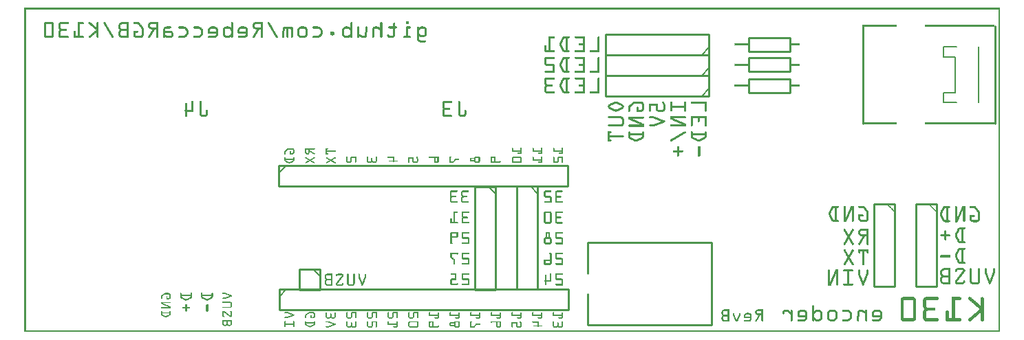
<source format=gbo>
G04 MADE WITH FRITZING*
G04 WWW.FRITZING.ORG*
G04 DOUBLE SIDED*
G04 HOLES PLATED*
G04 CONTOUR ON CENTER OF CONTOUR VECTOR*
%ASAXBY*%
%FSLAX23Y23*%
%MOIN*%
%OFA0B0*%
%SFA1.0B1.0*%
%ADD10C,0.010000*%
%ADD11C,0.005000*%
%ADD12C,0.008000*%
%ADD13R,0.001000X0.001000*%
%LNSILK0*%
G90*
G70*
G54D10*
X2727Y436D02*
X3327Y436D01*
D02*
X3327Y436D02*
X3327Y36D01*
D02*
X3327Y36D02*
X2727Y36D01*
D02*
X2727Y436D02*
X2727Y286D01*
D02*
X2727Y186D02*
X2727Y36D01*
D02*
X1234Y207D02*
X2634Y207D01*
D02*
X2634Y207D02*
X2634Y107D01*
D02*
X2634Y107D02*
X1234Y107D01*
D02*
X1234Y107D02*
X1234Y207D01*
G54D11*
D02*
X1269Y207D02*
X1234Y172D01*
G54D10*
D02*
X1233Y807D02*
X2633Y807D01*
D02*
X2633Y807D02*
X2633Y707D01*
D02*
X2633Y707D02*
X1233Y707D01*
D02*
X1233Y707D02*
X1233Y807D01*
G54D11*
D02*
X1268Y807D02*
X1233Y772D01*
G54D10*
D02*
X2283Y706D02*
X2283Y206D01*
D02*
X2283Y206D02*
X2183Y206D01*
D02*
X2183Y206D02*
X2183Y706D01*
D02*
X2183Y706D02*
X2283Y706D01*
G54D11*
D02*
X2283Y671D02*
X2248Y706D01*
G54D10*
D02*
X2486Y707D02*
X2486Y207D01*
D02*
X2486Y207D02*
X2386Y207D01*
D02*
X2386Y207D02*
X2386Y707D01*
D02*
X2386Y707D02*
X2486Y707D01*
G54D11*
D02*
X2486Y672D02*
X2451Y707D01*
G54D10*
D02*
X1433Y306D02*
X1433Y206D01*
D02*
X1433Y206D02*
X1333Y206D01*
D02*
X1333Y206D02*
X1333Y306D01*
D02*
X1333Y306D02*
X1433Y306D01*
G54D11*
D02*
X1433Y271D02*
X1398Y306D01*
G54D10*
D02*
X4700Y1012D02*
X4700Y1486D01*
D02*
X4060Y1012D02*
X4060Y1486D01*
G54D12*
D02*
X4516Y1383D02*
X4453Y1383D01*
D02*
X4453Y1383D02*
X4453Y1336D01*
D02*
X4453Y1115D02*
X4453Y1162D01*
D02*
X4516Y1115D02*
X4453Y1115D01*
D02*
X4622Y1383D02*
X4622Y1115D01*
D02*
X4453Y1336D02*
X4508Y1336D01*
D02*
X4508Y1336D02*
X4508Y1162D01*
D02*
X4508Y1162D02*
X4453Y1162D01*
G54D10*
D02*
X3315Y1145D02*
X2815Y1145D01*
D02*
X2815Y1145D02*
X2815Y1245D01*
D02*
X2815Y1245D02*
X3315Y1245D01*
D02*
X3315Y1245D02*
X3315Y1145D01*
G54D11*
D02*
X3280Y1145D02*
X3315Y1180D01*
G54D10*
D02*
X3315Y1245D02*
X2815Y1245D01*
D02*
X2815Y1245D02*
X2815Y1345D01*
D02*
X2815Y1345D02*
X3315Y1345D01*
D02*
X3315Y1345D02*
X3315Y1245D01*
G54D11*
D02*
X3280Y1245D02*
X3315Y1280D01*
G54D10*
D02*
X3315Y1345D02*
X2815Y1345D01*
D02*
X2815Y1345D02*
X2815Y1445D01*
D02*
X2815Y1445D02*
X3315Y1445D01*
D02*
X3315Y1445D02*
X3315Y1345D01*
G54D11*
D02*
X3280Y1345D02*
X3315Y1380D01*
G54D10*
D02*
X3508Y1162D02*
X3708Y1162D01*
D02*
X3708Y1162D02*
X3708Y1228D01*
D02*
X3708Y1228D02*
X3508Y1228D01*
D02*
X3508Y1228D02*
X3508Y1162D01*
D02*
X3508Y1264D02*
X3708Y1264D01*
D02*
X3708Y1264D02*
X3708Y1330D01*
D02*
X3708Y1330D02*
X3508Y1330D01*
D02*
X3508Y1330D02*
X3508Y1264D01*
D02*
X3508Y1362D02*
X3708Y1362D01*
D02*
X3708Y1362D02*
X3708Y1428D01*
D02*
X3708Y1428D02*
X3508Y1428D01*
D02*
X3508Y1428D02*
X3508Y1362D01*
D02*
X4214Y621D02*
X4214Y221D01*
D02*
X4214Y221D02*
X4114Y221D01*
D02*
X4114Y221D02*
X4114Y621D01*
D02*
X4114Y621D02*
X4214Y621D01*
D02*
X4417Y621D02*
X4417Y221D01*
D02*
X4417Y221D02*
X4317Y221D01*
D02*
X4317Y221D02*
X4317Y621D01*
D02*
X4317Y621D02*
X4417Y621D01*
G54D13*
X0Y1573D02*
X4724Y1573D01*
X0Y1572D02*
X4724Y1572D01*
X0Y1571D02*
X4724Y1571D01*
X0Y1570D02*
X4724Y1570D01*
X0Y1569D02*
X4724Y1569D01*
X0Y1568D02*
X4724Y1568D01*
X0Y1567D02*
X4724Y1567D01*
X0Y1566D02*
X4724Y1566D01*
X0Y1565D02*
X7Y1565D01*
X4717Y1565D02*
X4724Y1565D01*
X0Y1564D02*
X7Y1564D01*
X4717Y1564D02*
X4724Y1564D01*
X0Y1563D02*
X7Y1563D01*
X4717Y1563D02*
X4724Y1563D01*
X0Y1562D02*
X7Y1562D01*
X4717Y1562D02*
X4724Y1562D01*
X0Y1561D02*
X7Y1561D01*
X4717Y1561D02*
X4724Y1561D01*
X0Y1560D02*
X7Y1560D01*
X4717Y1560D02*
X4724Y1560D01*
X0Y1559D02*
X7Y1559D01*
X4717Y1559D02*
X4724Y1559D01*
X0Y1558D02*
X7Y1558D01*
X4717Y1558D02*
X4724Y1558D01*
X0Y1557D02*
X7Y1557D01*
X4717Y1557D02*
X4724Y1557D01*
X0Y1556D02*
X7Y1556D01*
X4717Y1556D02*
X4724Y1556D01*
X0Y1555D02*
X7Y1555D01*
X4717Y1555D02*
X4724Y1555D01*
X0Y1554D02*
X7Y1554D01*
X4717Y1554D02*
X4724Y1554D01*
X0Y1553D02*
X7Y1553D01*
X4717Y1553D02*
X4724Y1553D01*
X0Y1552D02*
X7Y1552D01*
X4717Y1552D02*
X4724Y1552D01*
X0Y1551D02*
X7Y1551D01*
X4717Y1551D02*
X4724Y1551D01*
X0Y1550D02*
X7Y1550D01*
X4717Y1550D02*
X4724Y1550D01*
X0Y1549D02*
X7Y1549D01*
X4717Y1549D02*
X4724Y1549D01*
X0Y1548D02*
X7Y1548D01*
X4717Y1548D02*
X4724Y1548D01*
X0Y1547D02*
X7Y1547D01*
X4717Y1547D02*
X4724Y1547D01*
X0Y1546D02*
X7Y1546D01*
X4717Y1546D02*
X4724Y1546D01*
X0Y1545D02*
X7Y1545D01*
X4717Y1545D02*
X4724Y1545D01*
X0Y1544D02*
X7Y1544D01*
X4717Y1544D02*
X4724Y1544D01*
X0Y1543D02*
X7Y1543D01*
X4717Y1543D02*
X4724Y1543D01*
X0Y1542D02*
X7Y1542D01*
X4717Y1542D02*
X4724Y1542D01*
X0Y1541D02*
X7Y1541D01*
X4717Y1541D02*
X4724Y1541D01*
X0Y1540D02*
X7Y1540D01*
X4717Y1540D02*
X4724Y1540D01*
X0Y1539D02*
X7Y1539D01*
X4717Y1539D02*
X4724Y1539D01*
X0Y1538D02*
X7Y1538D01*
X4717Y1538D02*
X4724Y1538D01*
X0Y1537D02*
X7Y1537D01*
X4717Y1537D02*
X4724Y1537D01*
X0Y1536D02*
X7Y1536D01*
X4717Y1536D02*
X4724Y1536D01*
X0Y1535D02*
X7Y1535D01*
X4717Y1535D02*
X4724Y1535D01*
X0Y1534D02*
X7Y1534D01*
X4717Y1534D02*
X4724Y1534D01*
X0Y1533D02*
X7Y1533D01*
X4717Y1533D02*
X4724Y1533D01*
X0Y1532D02*
X7Y1532D01*
X4717Y1532D02*
X4724Y1532D01*
X0Y1531D02*
X7Y1531D01*
X4717Y1531D02*
X4724Y1531D01*
X0Y1530D02*
X7Y1530D01*
X4717Y1530D02*
X4724Y1530D01*
X0Y1529D02*
X7Y1529D01*
X4717Y1529D02*
X4724Y1529D01*
X0Y1528D02*
X7Y1528D01*
X4717Y1528D02*
X4724Y1528D01*
X0Y1527D02*
X7Y1527D01*
X4717Y1527D02*
X4724Y1527D01*
X0Y1526D02*
X7Y1526D01*
X4717Y1526D02*
X4724Y1526D01*
X0Y1525D02*
X7Y1525D01*
X4717Y1525D02*
X4724Y1525D01*
X0Y1524D02*
X7Y1524D01*
X4717Y1524D02*
X4724Y1524D01*
X0Y1523D02*
X7Y1523D01*
X4717Y1523D02*
X4724Y1523D01*
X0Y1522D02*
X7Y1522D01*
X4717Y1522D02*
X4724Y1522D01*
X0Y1521D02*
X7Y1521D01*
X4717Y1521D02*
X4724Y1521D01*
X0Y1520D02*
X7Y1520D01*
X4717Y1520D02*
X4724Y1520D01*
X0Y1519D02*
X7Y1519D01*
X4717Y1519D02*
X4724Y1519D01*
X0Y1518D02*
X7Y1518D01*
X4717Y1518D02*
X4724Y1518D01*
X0Y1517D02*
X7Y1517D01*
X4717Y1517D02*
X4724Y1517D01*
X0Y1516D02*
X7Y1516D01*
X4717Y1516D02*
X4724Y1516D01*
X0Y1515D02*
X7Y1515D01*
X4717Y1515D02*
X4724Y1515D01*
X0Y1514D02*
X7Y1514D01*
X4717Y1514D02*
X4724Y1514D01*
X0Y1513D02*
X7Y1513D01*
X4717Y1513D02*
X4724Y1513D01*
X0Y1512D02*
X7Y1512D01*
X4717Y1512D02*
X4724Y1512D01*
X0Y1511D02*
X7Y1511D01*
X4717Y1511D02*
X4724Y1511D01*
X0Y1510D02*
X7Y1510D01*
X4717Y1510D02*
X4724Y1510D01*
X0Y1509D02*
X7Y1509D01*
X4717Y1509D02*
X4724Y1509D01*
X0Y1508D02*
X7Y1508D01*
X1851Y1508D02*
X1859Y1508D01*
X4717Y1508D02*
X4724Y1508D01*
X0Y1507D02*
X7Y1507D01*
X1850Y1507D02*
X1861Y1507D01*
X4717Y1507D02*
X4724Y1507D01*
X0Y1506D02*
X7Y1506D01*
X1849Y1506D02*
X1862Y1506D01*
X4717Y1506D02*
X4724Y1506D01*
X0Y1505D02*
X7Y1505D01*
X1849Y1505D02*
X1862Y1505D01*
X4717Y1505D02*
X4724Y1505D01*
X0Y1504D02*
X7Y1504D01*
X101Y1504D02*
X135Y1504D01*
X174Y1504D02*
X211Y1504D01*
X258Y1504D02*
X283Y1504D01*
X314Y1504D02*
X316Y1504D01*
X354Y1504D02*
X356Y1504D01*
X386Y1504D02*
X388Y1504D01*
X472Y1504D02*
X504Y1504D01*
X531Y1504D02*
X549Y1504D01*
X612Y1504D02*
X648Y1504D01*
X1004Y1504D02*
X1006Y1504D01*
X1118Y1504D02*
X1154Y1504D01*
X1181Y1504D02*
X1184Y1504D01*
X1582Y1504D02*
X1585Y1504D01*
X1727Y1504D02*
X1729Y1504D01*
X1848Y1504D02*
X1862Y1504D01*
X4717Y1504D02*
X4724Y1504D01*
X0Y1503D02*
X7Y1503D01*
X99Y1503D02*
X137Y1503D01*
X171Y1503D02*
X213Y1503D01*
X258Y1503D02*
X285Y1503D01*
X312Y1503D02*
X318Y1503D01*
X352Y1503D02*
X357Y1503D01*
X384Y1503D02*
X390Y1503D01*
X468Y1503D02*
X504Y1503D01*
X529Y1503D02*
X553Y1503D01*
X609Y1503D02*
X648Y1503D01*
X1002Y1503D02*
X1008Y1503D01*
X1115Y1503D02*
X1154Y1503D01*
X1180Y1503D02*
X1185Y1503D01*
X1581Y1503D02*
X1586Y1503D01*
X1725Y1503D02*
X1731Y1503D01*
X1848Y1503D02*
X1862Y1503D01*
X4717Y1503D02*
X4724Y1503D01*
X0Y1502D02*
X7Y1502D01*
X97Y1502D02*
X138Y1502D01*
X170Y1502D02*
X214Y1502D01*
X258Y1502D02*
X286Y1502D01*
X311Y1502D02*
X319Y1502D01*
X351Y1502D02*
X358Y1502D01*
X384Y1502D02*
X391Y1502D01*
X466Y1502D02*
X504Y1502D01*
X528Y1502D02*
X554Y1502D01*
X607Y1502D02*
X648Y1502D01*
X1002Y1502D02*
X1009Y1502D01*
X1113Y1502D02*
X1154Y1502D01*
X1179Y1502D02*
X1186Y1502D01*
X1580Y1502D02*
X1587Y1502D01*
X1724Y1502D02*
X1732Y1502D01*
X1848Y1502D02*
X1862Y1502D01*
X4717Y1502D02*
X4724Y1502D01*
X0Y1501D02*
X7Y1501D01*
X96Y1501D02*
X140Y1501D01*
X169Y1501D02*
X214Y1501D01*
X258Y1501D02*
X287Y1501D01*
X311Y1501D02*
X320Y1501D01*
X350Y1501D02*
X359Y1501D01*
X383Y1501D02*
X392Y1501D01*
X464Y1501D02*
X504Y1501D01*
X528Y1501D02*
X556Y1501D01*
X605Y1501D02*
X648Y1501D01*
X1001Y1501D02*
X1009Y1501D01*
X1111Y1501D02*
X1154Y1501D01*
X1178Y1501D02*
X1187Y1501D01*
X1579Y1501D02*
X1588Y1501D01*
X1724Y1501D02*
X1732Y1501D01*
X1848Y1501D02*
X1862Y1501D01*
X4717Y1501D02*
X4724Y1501D01*
X0Y1500D02*
X7Y1500D01*
X95Y1500D02*
X140Y1500D01*
X168Y1500D02*
X214Y1500D01*
X258Y1500D02*
X287Y1500D01*
X311Y1500D02*
X321Y1500D01*
X350Y1500D02*
X359Y1500D01*
X383Y1500D02*
X392Y1500D01*
X463Y1500D02*
X504Y1500D01*
X527Y1500D02*
X557Y1500D01*
X604Y1500D02*
X648Y1500D01*
X1001Y1500D02*
X1010Y1500D01*
X1110Y1500D02*
X1154Y1500D01*
X1178Y1500D02*
X1187Y1500D01*
X1579Y1500D02*
X1588Y1500D01*
X1724Y1500D02*
X1732Y1500D01*
X1790Y1500D02*
X1790Y1500D01*
X1848Y1500D02*
X1862Y1500D01*
X4717Y1500D02*
X4724Y1500D01*
X0Y1499D02*
X7Y1499D01*
X95Y1499D02*
X141Y1499D01*
X167Y1499D02*
X215Y1499D01*
X258Y1499D02*
X287Y1499D01*
X310Y1499D02*
X323Y1499D01*
X350Y1499D02*
X359Y1499D01*
X383Y1499D02*
X393Y1499D01*
X462Y1499D02*
X504Y1499D01*
X527Y1499D02*
X558Y1499D01*
X603Y1499D02*
X648Y1499D01*
X1001Y1499D02*
X1010Y1499D01*
X1109Y1499D02*
X1154Y1499D01*
X1178Y1499D02*
X1188Y1499D01*
X1579Y1499D02*
X1588Y1499D01*
X1723Y1499D02*
X1733Y1499D01*
X1788Y1499D02*
X1793Y1499D01*
X1848Y1499D02*
X1862Y1499D01*
X4717Y1499D02*
X4724Y1499D01*
X0Y1498D02*
X7Y1498D01*
X94Y1498D02*
X142Y1498D01*
X167Y1498D02*
X214Y1498D01*
X258Y1498D02*
X287Y1498D01*
X311Y1498D02*
X324Y1498D01*
X350Y1498D02*
X359Y1498D01*
X383Y1498D02*
X393Y1498D01*
X461Y1498D02*
X504Y1498D01*
X527Y1498D02*
X559Y1498D01*
X603Y1498D02*
X648Y1498D01*
X1001Y1498D02*
X1010Y1498D01*
X1108Y1498D02*
X1154Y1498D01*
X1178Y1498D02*
X1189Y1498D01*
X1579Y1498D02*
X1588Y1498D01*
X1723Y1498D02*
X1733Y1498D01*
X1787Y1498D02*
X1794Y1498D01*
X1848Y1498D02*
X1862Y1498D01*
X4717Y1498D02*
X4724Y1498D01*
X0Y1497D02*
X7Y1497D01*
X94Y1497D02*
X142Y1497D01*
X166Y1497D02*
X214Y1497D01*
X258Y1497D02*
X286Y1497D01*
X311Y1497D02*
X325Y1497D01*
X350Y1497D02*
X359Y1497D01*
X383Y1497D02*
X394Y1497D01*
X460Y1497D02*
X504Y1497D01*
X528Y1497D02*
X559Y1497D01*
X602Y1497D02*
X648Y1497D01*
X1001Y1497D02*
X1010Y1497D01*
X1108Y1497D02*
X1154Y1497D01*
X1178Y1497D02*
X1189Y1497D01*
X1579Y1497D02*
X1588Y1497D01*
X1723Y1497D02*
X1733Y1497D01*
X1786Y1497D02*
X1794Y1497D01*
X1849Y1497D02*
X1862Y1497D01*
X4717Y1497D02*
X4724Y1497D01*
X0Y1496D02*
X7Y1496D01*
X94Y1496D02*
X142Y1496D01*
X166Y1496D02*
X213Y1496D01*
X258Y1496D02*
X286Y1496D01*
X312Y1496D02*
X326Y1496D01*
X350Y1496D02*
X359Y1496D01*
X384Y1496D02*
X395Y1496D01*
X459Y1496D02*
X504Y1496D01*
X529Y1496D02*
X560Y1496D01*
X601Y1496D02*
X648Y1496D01*
X1001Y1496D02*
X1010Y1496D01*
X1107Y1496D02*
X1154Y1496D01*
X1179Y1496D02*
X1190Y1496D01*
X1579Y1496D02*
X1588Y1496D01*
X1723Y1496D02*
X1733Y1496D01*
X1786Y1496D02*
X1795Y1496D01*
X1850Y1496D02*
X1861Y1496D01*
X4717Y1496D02*
X4724Y1496D01*
X0Y1495D02*
X7Y1495D01*
X94Y1495D02*
X142Y1495D01*
X166Y1495D02*
X212Y1495D01*
X258Y1495D02*
X284Y1495D01*
X313Y1495D02*
X327Y1495D01*
X350Y1495D02*
X359Y1495D01*
X384Y1495D02*
X395Y1495D01*
X458Y1495D02*
X504Y1495D01*
X530Y1495D02*
X561Y1495D01*
X601Y1495D02*
X648Y1495D01*
X1001Y1495D02*
X1010Y1495D01*
X1107Y1495D02*
X1154Y1495D01*
X1179Y1495D02*
X1190Y1495D01*
X1579Y1495D02*
X1588Y1495D01*
X1723Y1495D02*
X1733Y1495D01*
X1786Y1495D02*
X1795Y1495D01*
X1851Y1495D02*
X1860Y1495D01*
X4717Y1495D02*
X4724Y1495D01*
X0Y1494D02*
X7Y1494D01*
X94Y1494D02*
X103Y1494D01*
X133Y1494D02*
X142Y1494D01*
X166Y1494D02*
X175Y1494D01*
X258Y1494D02*
X267Y1494D01*
X314Y1494D02*
X328Y1494D01*
X350Y1494D02*
X359Y1494D01*
X385Y1494D02*
X396Y1494D01*
X458Y1494D02*
X472Y1494D01*
X494Y1494D02*
X504Y1494D01*
X549Y1494D02*
X562Y1494D01*
X600Y1494D02*
X613Y1494D01*
X639Y1494D02*
X648Y1494D01*
X1001Y1494D02*
X1010Y1494D01*
X1106Y1494D02*
X1119Y1494D01*
X1145Y1494D02*
X1154Y1494D01*
X1180Y1494D02*
X1191Y1494D01*
X1579Y1494D02*
X1588Y1494D01*
X1723Y1494D02*
X1733Y1494D01*
X1786Y1494D02*
X1795Y1494D01*
X4717Y1494D02*
X4724Y1494D01*
X0Y1493D02*
X7Y1493D01*
X94Y1493D02*
X103Y1493D01*
X133Y1493D02*
X142Y1493D01*
X166Y1493D02*
X175Y1493D01*
X258Y1493D02*
X267Y1493D01*
X315Y1493D02*
X330Y1493D01*
X350Y1493D02*
X359Y1493D01*
X386Y1493D02*
X396Y1493D01*
X457Y1493D02*
X470Y1493D01*
X495Y1493D02*
X504Y1493D01*
X550Y1493D02*
X562Y1493D01*
X600Y1493D02*
X611Y1493D01*
X639Y1493D02*
X648Y1493D01*
X1001Y1493D02*
X1010Y1493D01*
X1106Y1493D02*
X1117Y1493D01*
X1145Y1493D02*
X1154Y1493D01*
X1181Y1493D02*
X1191Y1493D01*
X1579Y1493D02*
X1588Y1493D01*
X1723Y1493D02*
X1733Y1493D01*
X1786Y1493D02*
X1795Y1493D01*
X4717Y1493D02*
X4724Y1493D01*
X0Y1492D02*
X7Y1492D01*
X94Y1492D02*
X103Y1492D01*
X133Y1492D02*
X142Y1492D01*
X166Y1492D02*
X175Y1492D01*
X258Y1492D02*
X267Y1492D01*
X316Y1492D02*
X331Y1492D01*
X350Y1492D02*
X359Y1492D01*
X386Y1492D02*
X397Y1492D01*
X457Y1492D02*
X468Y1492D01*
X495Y1492D02*
X504Y1492D01*
X551Y1492D02*
X563Y1492D01*
X600Y1492D02*
X610Y1492D01*
X639Y1492D02*
X648Y1492D01*
X1001Y1492D02*
X1010Y1492D01*
X1106Y1492D02*
X1116Y1492D01*
X1145Y1492D02*
X1154Y1492D01*
X1181Y1492D02*
X1192Y1492D01*
X1579Y1492D02*
X1588Y1492D01*
X1723Y1492D02*
X1733Y1492D01*
X1786Y1492D02*
X1795Y1492D01*
X4717Y1492D02*
X4724Y1492D01*
X0Y1491D02*
X7Y1491D01*
X94Y1491D02*
X103Y1491D01*
X133Y1491D02*
X142Y1491D01*
X166Y1491D02*
X175Y1491D01*
X258Y1491D02*
X267Y1491D01*
X317Y1491D02*
X332Y1491D01*
X350Y1491D02*
X359Y1491D01*
X387Y1491D02*
X397Y1491D01*
X456Y1491D02*
X467Y1491D01*
X495Y1491D02*
X504Y1491D01*
X552Y1491D02*
X564Y1491D01*
X600Y1491D02*
X609Y1491D01*
X639Y1491D02*
X648Y1491D01*
X1001Y1491D02*
X1010Y1491D01*
X1106Y1491D02*
X1115Y1491D01*
X1145Y1491D02*
X1154Y1491D01*
X1182Y1491D02*
X1193Y1491D01*
X1579Y1491D02*
X1588Y1491D01*
X1723Y1491D02*
X1733Y1491D01*
X1786Y1491D02*
X1795Y1491D01*
X4059Y1491D02*
X4225Y1491D01*
X4362Y1491D02*
X4698Y1491D01*
X4717Y1491D02*
X4724Y1491D01*
X0Y1490D02*
X7Y1490D01*
X94Y1490D02*
X103Y1490D01*
X133Y1490D02*
X142Y1490D01*
X166Y1490D02*
X175Y1490D01*
X258Y1490D02*
X267Y1490D01*
X319Y1490D02*
X333Y1490D01*
X350Y1490D02*
X359Y1490D01*
X387Y1490D02*
X398Y1490D01*
X456Y1490D02*
X466Y1490D01*
X495Y1490D02*
X504Y1490D01*
X553Y1490D02*
X565Y1490D01*
X600Y1490D02*
X609Y1490D01*
X639Y1490D02*
X648Y1490D01*
X1001Y1490D02*
X1010Y1490D01*
X1106Y1490D02*
X1115Y1490D01*
X1145Y1490D02*
X1154Y1490D01*
X1182Y1490D02*
X1193Y1490D01*
X1579Y1490D02*
X1588Y1490D01*
X1723Y1490D02*
X1733Y1490D01*
X1786Y1490D02*
X1795Y1490D01*
X4059Y1490D02*
X4225Y1490D01*
X4362Y1490D02*
X4698Y1490D01*
X4717Y1490D02*
X4724Y1490D01*
X0Y1489D02*
X7Y1489D01*
X94Y1489D02*
X103Y1489D01*
X133Y1489D02*
X142Y1489D01*
X166Y1489D02*
X175Y1489D01*
X258Y1489D02*
X267Y1489D01*
X320Y1489D02*
X334Y1489D01*
X350Y1489D02*
X359Y1489D01*
X388Y1489D02*
X399Y1489D01*
X456Y1489D02*
X465Y1489D01*
X495Y1489D02*
X504Y1489D01*
X554Y1489D02*
X566Y1489D01*
X600Y1489D02*
X609Y1489D01*
X639Y1489D02*
X648Y1489D01*
X1001Y1489D02*
X1010Y1489D01*
X1106Y1489D02*
X1115Y1489D01*
X1145Y1489D02*
X1154Y1489D01*
X1183Y1489D02*
X1194Y1489D01*
X1579Y1489D02*
X1588Y1489D01*
X1723Y1489D02*
X1733Y1489D01*
X1786Y1489D02*
X1795Y1489D01*
X4059Y1489D02*
X4225Y1489D01*
X4362Y1489D02*
X4698Y1489D01*
X4717Y1489D02*
X4724Y1489D01*
X0Y1488D02*
X7Y1488D01*
X94Y1488D02*
X103Y1488D01*
X133Y1488D02*
X142Y1488D01*
X166Y1488D02*
X175Y1488D01*
X258Y1488D02*
X267Y1488D01*
X321Y1488D02*
X335Y1488D01*
X350Y1488D02*
X359Y1488D01*
X388Y1488D02*
X399Y1488D01*
X455Y1488D02*
X465Y1488D01*
X495Y1488D02*
X504Y1488D01*
X555Y1488D02*
X566Y1488D01*
X600Y1488D02*
X609Y1488D01*
X639Y1488D02*
X648Y1488D01*
X1001Y1488D02*
X1010Y1488D01*
X1105Y1488D02*
X1115Y1488D01*
X1145Y1488D02*
X1154Y1488D01*
X1184Y1488D02*
X1194Y1488D01*
X1579Y1488D02*
X1588Y1488D01*
X1723Y1488D02*
X1733Y1488D01*
X1786Y1488D02*
X1795Y1488D01*
X4059Y1488D02*
X4225Y1488D01*
X4362Y1488D02*
X4698Y1488D01*
X4717Y1488D02*
X4724Y1488D01*
X0Y1487D02*
X7Y1487D01*
X94Y1487D02*
X103Y1487D01*
X133Y1487D02*
X142Y1487D01*
X166Y1487D02*
X175Y1487D01*
X258Y1487D02*
X267Y1487D01*
X322Y1487D02*
X337Y1487D01*
X350Y1487D02*
X359Y1487D01*
X389Y1487D02*
X400Y1487D01*
X455Y1487D02*
X465Y1487D01*
X495Y1487D02*
X504Y1487D01*
X555Y1487D02*
X567Y1487D01*
X600Y1487D02*
X609Y1487D01*
X639Y1487D02*
X648Y1487D01*
X1001Y1487D02*
X1010Y1487D01*
X1105Y1487D02*
X1115Y1487D01*
X1145Y1487D02*
X1154Y1487D01*
X1184Y1487D02*
X1195Y1487D01*
X1579Y1487D02*
X1588Y1487D01*
X1723Y1487D02*
X1733Y1487D01*
X1786Y1487D02*
X1795Y1487D01*
X4059Y1487D02*
X4225Y1487D01*
X4362Y1487D02*
X4698Y1487D01*
X4717Y1487D02*
X4724Y1487D01*
X0Y1486D02*
X7Y1486D01*
X94Y1486D02*
X103Y1486D01*
X133Y1486D02*
X142Y1486D01*
X166Y1486D02*
X175Y1486D01*
X258Y1486D02*
X267Y1486D01*
X323Y1486D02*
X338Y1486D01*
X350Y1486D02*
X359Y1486D01*
X390Y1486D02*
X400Y1486D01*
X455Y1486D02*
X464Y1486D01*
X495Y1486D02*
X504Y1486D01*
X556Y1486D02*
X568Y1486D01*
X600Y1486D02*
X609Y1486D01*
X639Y1486D02*
X648Y1486D01*
X1001Y1486D02*
X1010Y1486D01*
X1105Y1486D02*
X1115Y1486D01*
X1145Y1486D02*
X1154Y1486D01*
X1185Y1486D02*
X1196Y1486D01*
X1579Y1486D02*
X1588Y1486D01*
X1723Y1486D02*
X1733Y1486D01*
X1786Y1486D02*
X1795Y1486D01*
X4059Y1486D02*
X4225Y1486D01*
X4362Y1486D02*
X4698Y1486D01*
X4717Y1486D02*
X4724Y1486D01*
X0Y1485D02*
X7Y1485D01*
X94Y1485D02*
X103Y1485D01*
X133Y1485D02*
X142Y1485D01*
X166Y1485D02*
X175Y1485D01*
X258Y1485D02*
X267Y1485D01*
X324Y1485D02*
X339Y1485D01*
X350Y1485D02*
X359Y1485D01*
X390Y1485D02*
X401Y1485D01*
X455Y1485D02*
X464Y1485D01*
X495Y1485D02*
X504Y1485D01*
X557Y1485D02*
X569Y1485D01*
X600Y1485D02*
X609Y1485D01*
X639Y1485D02*
X648Y1485D01*
X1001Y1485D02*
X1010Y1485D01*
X1105Y1485D02*
X1115Y1485D01*
X1145Y1485D02*
X1154Y1485D01*
X1185Y1485D02*
X1196Y1485D01*
X1579Y1485D02*
X1588Y1485D01*
X1723Y1485D02*
X1733Y1485D01*
X1786Y1485D02*
X1795Y1485D01*
X4059Y1485D02*
X4225Y1485D01*
X4362Y1485D02*
X4698Y1485D01*
X4717Y1485D02*
X4724Y1485D01*
X0Y1484D02*
X7Y1484D01*
X94Y1484D02*
X103Y1484D01*
X133Y1484D02*
X142Y1484D01*
X166Y1484D02*
X175Y1484D01*
X258Y1484D02*
X267Y1484D01*
X326Y1484D02*
X340Y1484D01*
X350Y1484D02*
X359Y1484D01*
X391Y1484D02*
X402Y1484D01*
X455Y1484D02*
X464Y1484D01*
X495Y1484D02*
X504Y1484D01*
X558Y1484D02*
X569Y1484D01*
X600Y1484D02*
X609Y1484D01*
X639Y1484D02*
X648Y1484D01*
X1001Y1484D02*
X1010Y1484D01*
X1106Y1484D02*
X1115Y1484D01*
X1145Y1484D02*
X1154Y1484D01*
X1186Y1484D02*
X1197Y1484D01*
X1579Y1484D02*
X1588Y1484D01*
X1723Y1484D02*
X1733Y1484D01*
X1786Y1484D02*
X1795Y1484D01*
X4059Y1484D02*
X4225Y1484D01*
X4362Y1484D02*
X4698Y1484D01*
X4717Y1484D02*
X4724Y1484D01*
X0Y1483D02*
X7Y1483D01*
X94Y1483D02*
X103Y1483D01*
X133Y1483D02*
X142Y1483D01*
X166Y1483D02*
X175Y1483D01*
X258Y1483D02*
X267Y1483D01*
X327Y1483D02*
X341Y1483D01*
X350Y1483D02*
X359Y1483D01*
X391Y1483D02*
X402Y1483D01*
X455Y1483D02*
X464Y1483D01*
X495Y1483D02*
X504Y1483D01*
X558Y1483D02*
X570Y1483D01*
X600Y1483D02*
X609Y1483D01*
X639Y1483D02*
X648Y1483D01*
X687Y1483D02*
X706Y1483D01*
X749Y1483D02*
X770Y1483D01*
X821Y1483D02*
X843Y1483D01*
X906Y1483D02*
X920Y1483D01*
X978Y1483D02*
X987Y1483D01*
X1001Y1483D02*
X1010Y1483D01*
X1050Y1483D02*
X1065Y1483D01*
X1106Y1483D02*
X1115Y1483D01*
X1145Y1483D02*
X1154Y1483D01*
X1186Y1483D02*
X1197Y1483D01*
X1281Y1483D02*
X1282Y1483D01*
X1295Y1483D02*
X1295Y1483D01*
X1339Y1483D02*
X1354Y1483D01*
X1399Y1483D02*
X1421Y1483D01*
X1556Y1483D02*
X1565Y1483D01*
X1579Y1483D02*
X1588Y1483D01*
X1616Y1483D02*
X1616Y1483D01*
X1656Y1483D02*
X1656Y1483D01*
X1699Y1483D02*
X1706Y1483D01*
X1723Y1483D02*
X1733Y1483D01*
X1766Y1483D02*
X1800Y1483D01*
X1853Y1483D02*
X1868Y1483D01*
X1905Y1483D02*
X1905Y1483D01*
X1923Y1483D02*
X1932Y1483D01*
X4059Y1483D02*
X4225Y1483D01*
X4362Y1483D02*
X4698Y1483D01*
X4717Y1483D02*
X4724Y1483D01*
X0Y1482D02*
X7Y1482D01*
X94Y1482D02*
X103Y1482D01*
X133Y1482D02*
X142Y1482D01*
X166Y1482D02*
X175Y1482D01*
X258Y1482D02*
X267Y1482D01*
X328Y1482D02*
X342Y1482D01*
X350Y1482D02*
X359Y1482D01*
X392Y1482D02*
X403Y1482D01*
X455Y1482D02*
X464Y1482D01*
X495Y1482D02*
X504Y1482D01*
X559Y1482D02*
X571Y1482D01*
X600Y1482D02*
X609Y1482D01*
X639Y1482D02*
X648Y1482D01*
X682Y1482D02*
X709Y1482D01*
X746Y1482D02*
X775Y1482D01*
X818Y1482D02*
X847Y1482D01*
X902Y1482D02*
X924Y1482D01*
X974Y1482D02*
X991Y1482D01*
X1001Y1482D02*
X1010Y1482D01*
X1046Y1482D02*
X1069Y1482D01*
X1106Y1482D02*
X1115Y1482D01*
X1145Y1482D02*
X1154Y1482D01*
X1187Y1482D02*
X1198Y1482D01*
X1259Y1482D02*
X1266Y1482D01*
X1277Y1482D02*
X1286Y1482D01*
X1293Y1482D02*
X1298Y1482D01*
X1336Y1482D02*
X1358Y1482D01*
X1397Y1482D02*
X1425Y1482D01*
X1552Y1482D02*
X1570Y1482D01*
X1579Y1482D02*
X1588Y1482D01*
X1614Y1482D02*
X1619Y1482D01*
X1653Y1482D02*
X1658Y1482D01*
X1694Y1482D02*
X1710Y1482D01*
X1723Y1482D02*
X1733Y1482D01*
X1763Y1482D02*
X1803Y1482D01*
X1850Y1482D02*
X1870Y1482D01*
X1903Y1482D02*
X1908Y1482D01*
X1919Y1482D02*
X1936Y1482D01*
X4059Y1482D02*
X4225Y1482D01*
X4362Y1482D02*
X4698Y1482D01*
X4717Y1482D02*
X4724Y1482D01*
X0Y1481D02*
X7Y1481D01*
X94Y1481D02*
X103Y1481D01*
X133Y1481D02*
X142Y1481D01*
X166Y1481D02*
X175Y1481D01*
X258Y1481D02*
X267Y1481D01*
X329Y1481D02*
X344Y1481D01*
X350Y1481D02*
X359Y1481D01*
X393Y1481D02*
X403Y1481D01*
X455Y1481D02*
X464Y1481D01*
X495Y1481D02*
X504Y1481D01*
X560Y1481D02*
X572Y1481D01*
X600Y1481D02*
X610Y1481D01*
X639Y1481D02*
X648Y1481D01*
X680Y1481D02*
X710Y1481D01*
X745Y1481D02*
X777Y1481D01*
X817Y1481D02*
X849Y1481D01*
X900Y1481D02*
X926Y1481D01*
X972Y1481D02*
X994Y1481D01*
X1001Y1481D02*
X1010Y1481D01*
X1044Y1481D02*
X1071Y1481D01*
X1106Y1481D02*
X1116Y1481D01*
X1145Y1481D02*
X1154Y1481D01*
X1188Y1481D02*
X1198Y1481D01*
X1257Y1481D02*
X1268Y1481D01*
X1275Y1481D02*
X1288Y1481D01*
X1292Y1481D02*
X1299Y1481D01*
X1334Y1481D02*
X1360Y1481D01*
X1396Y1481D02*
X1428Y1481D01*
X1550Y1481D02*
X1572Y1481D01*
X1579Y1481D02*
X1588Y1481D01*
X1613Y1481D02*
X1620Y1481D01*
X1652Y1481D02*
X1659Y1481D01*
X1692Y1481D02*
X1712Y1481D01*
X1723Y1481D02*
X1733Y1481D01*
X1762Y1481D02*
X1804Y1481D01*
X1849Y1481D02*
X1871Y1481D01*
X1902Y1481D02*
X1909Y1481D01*
X1917Y1481D02*
X1938Y1481D01*
X4717Y1481D02*
X4724Y1481D01*
X0Y1480D02*
X7Y1480D01*
X94Y1480D02*
X103Y1480D01*
X133Y1480D02*
X142Y1480D01*
X166Y1480D02*
X175Y1480D01*
X258Y1480D02*
X267Y1480D01*
X330Y1480D02*
X345Y1480D01*
X350Y1480D02*
X359Y1480D01*
X393Y1480D02*
X404Y1480D01*
X455Y1480D02*
X464Y1480D01*
X495Y1480D02*
X504Y1480D01*
X561Y1480D02*
X572Y1480D01*
X600Y1480D02*
X611Y1480D01*
X639Y1480D02*
X648Y1480D01*
X679Y1480D02*
X710Y1480D01*
X745Y1480D02*
X779Y1480D01*
X817Y1480D02*
X851Y1480D01*
X898Y1480D02*
X928Y1480D01*
X971Y1480D02*
X995Y1480D01*
X1001Y1480D02*
X1010Y1480D01*
X1043Y1480D02*
X1072Y1480D01*
X1106Y1480D02*
X1117Y1480D01*
X1145Y1480D02*
X1154Y1480D01*
X1188Y1480D02*
X1199Y1480D01*
X1255Y1480D02*
X1269Y1480D01*
X1274Y1480D02*
X1289Y1480D01*
X1291Y1480D02*
X1299Y1480D01*
X1332Y1480D02*
X1362Y1480D01*
X1395Y1480D02*
X1429Y1480D01*
X1549Y1480D02*
X1574Y1480D01*
X1579Y1480D02*
X1588Y1480D01*
X1612Y1480D02*
X1620Y1480D01*
X1652Y1480D02*
X1660Y1480D01*
X1691Y1480D02*
X1714Y1480D01*
X1723Y1480D02*
X1733Y1480D01*
X1762Y1480D02*
X1804Y1480D01*
X1849Y1480D02*
X1872Y1480D01*
X1901Y1480D02*
X1909Y1480D01*
X1915Y1480D02*
X1940Y1480D01*
X4717Y1480D02*
X4724Y1480D01*
X0Y1479D02*
X7Y1479D01*
X94Y1479D02*
X103Y1479D01*
X133Y1479D02*
X142Y1479D01*
X166Y1479D02*
X175Y1479D01*
X258Y1479D02*
X267Y1479D01*
X331Y1479D02*
X346Y1479D01*
X350Y1479D02*
X359Y1479D01*
X394Y1479D02*
X404Y1479D01*
X455Y1479D02*
X464Y1479D01*
X495Y1479D02*
X504Y1479D01*
X562Y1479D02*
X573Y1479D01*
X600Y1479D02*
X613Y1479D01*
X639Y1479D02*
X648Y1479D01*
X678Y1479D02*
X711Y1479D01*
X744Y1479D02*
X780Y1479D01*
X817Y1479D02*
X852Y1479D01*
X897Y1479D02*
X929Y1479D01*
X969Y1479D02*
X997Y1479D01*
X1001Y1479D02*
X1010Y1479D01*
X1042Y1479D02*
X1074Y1479D01*
X1106Y1479D02*
X1119Y1479D01*
X1145Y1479D02*
X1154Y1479D01*
X1189Y1479D02*
X1200Y1479D01*
X1254Y1479D02*
X1271Y1479D01*
X1273Y1479D02*
X1299Y1479D01*
X1331Y1479D02*
X1363Y1479D01*
X1395Y1479D02*
X1431Y1479D01*
X1548Y1479D02*
X1575Y1479D01*
X1579Y1479D02*
X1588Y1479D01*
X1612Y1479D02*
X1620Y1479D01*
X1651Y1479D02*
X1660Y1479D01*
X1690Y1479D02*
X1716Y1479D01*
X1723Y1479D02*
X1733Y1479D01*
X1761Y1479D02*
X1805Y1479D01*
X1848Y1479D02*
X1872Y1479D01*
X1901Y1479D02*
X1910Y1479D01*
X1914Y1479D02*
X1941Y1479D01*
X4717Y1479D02*
X4724Y1479D01*
X0Y1478D02*
X7Y1478D01*
X94Y1478D02*
X103Y1478D01*
X133Y1478D02*
X142Y1478D01*
X166Y1478D02*
X175Y1478D01*
X258Y1478D02*
X267Y1478D01*
X333Y1478D02*
X347Y1478D01*
X350Y1478D02*
X359Y1478D01*
X394Y1478D02*
X405Y1478D01*
X455Y1478D02*
X464Y1478D01*
X495Y1478D02*
X504Y1478D01*
X562Y1478D02*
X574Y1478D01*
X601Y1478D02*
X648Y1478D01*
X677Y1478D02*
X711Y1478D01*
X744Y1478D02*
X781Y1478D01*
X816Y1478D02*
X853Y1478D01*
X896Y1478D02*
X930Y1478D01*
X968Y1478D02*
X998Y1478D01*
X1001Y1478D02*
X1010Y1478D01*
X1040Y1478D02*
X1075Y1478D01*
X1107Y1478D02*
X1154Y1478D01*
X1189Y1478D02*
X1200Y1478D01*
X1253Y1478D02*
X1300Y1478D01*
X1330Y1478D02*
X1364Y1478D01*
X1395Y1478D02*
X1432Y1478D01*
X1546Y1478D02*
X1576Y1478D01*
X1579Y1478D02*
X1588Y1478D01*
X1611Y1478D02*
X1621Y1478D01*
X1651Y1478D02*
X1660Y1478D01*
X1689Y1478D02*
X1717Y1478D01*
X1723Y1478D02*
X1733Y1478D01*
X1761Y1478D02*
X1805Y1478D01*
X1848Y1478D02*
X1872Y1478D01*
X1901Y1478D02*
X1910Y1478D01*
X1913Y1478D02*
X1942Y1478D01*
X4717Y1478D02*
X4724Y1478D01*
X0Y1477D02*
X7Y1477D01*
X94Y1477D02*
X103Y1477D01*
X133Y1477D02*
X142Y1477D01*
X166Y1477D02*
X175Y1477D01*
X258Y1477D02*
X267Y1477D01*
X334Y1477D02*
X348Y1477D01*
X350Y1477D02*
X359Y1477D01*
X395Y1477D02*
X406Y1477D01*
X455Y1477D02*
X465Y1477D01*
X495Y1477D02*
X504Y1477D01*
X563Y1477D02*
X574Y1477D01*
X601Y1477D02*
X648Y1477D01*
X676Y1477D02*
X711Y1477D01*
X744Y1477D02*
X782Y1477D01*
X817Y1477D02*
X855Y1477D01*
X895Y1477D02*
X931Y1477D01*
X967Y1477D02*
X1010Y1477D01*
X1039Y1477D02*
X1076Y1477D01*
X1107Y1477D02*
X1154Y1477D01*
X1190Y1477D02*
X1201Y1477D01*
X1253Y1477D02*
X1300Y1477D01*
X1328Y1477D02*
X1365Y1477D01*
X1395Y1477D02*
X1433Y1477D01*
X1545Y1477D02*
X1588Y1477D01*
X1611Y1477D02*
X1621Y1477D01*
X1651Y1477D02*
X1660Y1477D01*
X1688Y1477D02*
X1719Y1477D01*
X1723Y1477D02*
X1733Y1477D01*
X1761Y1477D02*
X1805Y1477D01*
X1848Y1477D02*
X1872Y1477D01*
X1901Y1477D02*
X1910Y1477D01*
X1912Y1477D02*
X1943Y1477D01*
X4717Y1477D02*
X4724Y1477D01*
X0Y1476D02*
X7Y1476D01*
X94Y1476D02*
X103Y1476D01*
X133Y1476D02*
X142Y1476D01*
X166Y1476D02*
X175Y1476D01*
X258Y1476D02*
X267Y1476D01*
X335Y1476D02*
X359Y1476D01*
X395Y1476D02*
X406Y1476D01*
X455Y1476D02*
X465Y1476D01*
X495Y1476D02*
X504Y1476D01*
X564Y1476D02*
X575Y1476D01*
X602Y1476D02*
X648Y1476D01*
X675Y1476D02*
X710Y1476D01*
X745Y1476D02*
X783Y1476D01*
X817Y1476D02*
X856Y1476D01*
X894Y1476D02*
X933Y1476D01*
X966Y1476D02*
X1010Y1476D01*
X1038Y1476D02*
X1077Y1476D01*
X1108Y1476D02*
X1154Y1476D01*
X1191Y1476D02*
X1201Y1476D01*
X1252Y1476D02*
X1300Y1476D01*
X1327Y1476D02*
X1366Y1476D01*
X1395Y1476D02*
X1434Y1476D01*
X1544Y1476D02*
X1588Y1476D01*
X1611Y1476D02*
X1621Y1476D01*
X1651Y1476D02*
X1660Y1476D01*
X1687Y1476D02*
X1720Y1476D01*
X1723Y1476D02*
X1733Y1476D01*
X1762Y1476D02*
X1804Y1476D01*
X1848Y1476D02*
X1872Y1476D01*
X1901Y1476D02*
X1945Y1476D01*
X4717Y1476D02*
X4724Y1476D01*
X0Y1475D02*
X7Y1475D01*
X94Y1475D02*
X103Y1475D01*
X133Y1475D02*
X142Y1475D01*
X166Y1475D02*
X175Y1475D01*
X258Y1475D02*
X267Y1475D01*
X336Y1475D02*
X359Y1475D01*
X396Y1475D02*
X407Y1475D01*
X456Y1475D02*
X466Y1475D01*
X495Y1475D02*
X504Y1475D01*
X565Y1475D02*
X575Y1475D01*
X603Y1475D02*
X648Y1475D01*
X675Y1475D02*
X710Y1475D01*
X745Y1475D02*
X785Y1475D01*
X817Y1475D02*
X857Y1475D01*
X893Y1475D02*
X934Y1475D01*
X965Y1475D02*
X1010Y1475D01*
X1037Y1475D02*
X1078Y1475D01*
X1109Y1475D02*
X1154Y1475D01*
X1191Y1475D02*
X1202Y1475D01*
X1252Y1475D02*
X1300Y1475D01*
X1326Y1475D02*
X1367Y1475D01*
X1396Y1475D02*
X1435Y1475D01*
X1543Y1475D02*
X1588Y1475D01*
X1611Y1475D02*
X1621Y1475D01*
X1651Y1475D02*
X1660Y1475D01*
X1687Y1475D02*
X1733Y1475D01*
X1762Y1475D02*
X1804Y1475D01*
X1848Y1475D02*
X1871Y1475D01*
X1901Y1475D02*
X1946Y1475D01*
X4717Y1475D02*
X4724Y1475D01*
X0Y1474D02*
X7Y1474D01*
X94Y1474D02*
X103Y1474D01*
X133Y1474D02*
X142Y1474D01*
X166Y1474D02*
X175Y1474D01*
X258Y1474D02*
X267Y1474D01*
X337Y1474D02*
X359Y1474D01*
X397Y1474D02*
X407Y1474D01*
X456Y1474D02*
X467Y1474D01*
X495Y1474D02*
X504Y1474D01*
X565Y1474D02*
X575Y1474D01*
X603Y1474D02*
X648Y1474D01*
X674Y1474D02*
X709Y1474D01*
X746Y1474D02*
X786Y1474D01*
X819Y1474D02*
X858Y1474D01*
X892Y1474D02*
X934Y1474D01*
X964Y1474D02*
X1010Y1474D01*
X1036Y1474D02*
X1079Y1474D01*
X1109Y1474D02*
X1154Y1474D01*
X1192Y1474D02*
X1203Y1474D01*
X1251Y1474D02*
X1300Y1474D01*
X1325Y1474D02*
X1368Y1474D01*
X1397Y1474D02*
X1436Y1474D01*
X1542Y1474D02*
X1588Y1474D01*
X1611Y1474D02*
X1621Y1474D01*
X1651Y1474D02*
X1660Y1474D01*
X1686Y1474D02*
X1733Y1474D01*
X1763Y1474D02*
X1803Y1474D01*
X1848Y1474D02*
X1870Y1474D01*
X1901Y1474D02*
X1946Y1474D01*
X4717Y1474D02*
X4724Y1474D01*
X0Y1473D02*
X7Y1473D01*
X94Y1473D02*
X103Y1473D01*
X133Y1473D02*
X142Y1473D01*
X166Y1473D02*
X176Y1473D01*
X258Y1473D02*
X267Y1473D01*
X338Y1473D02*
X359Y1473D01*
X397Y1473D02*
X408Y1473D01*
X456Y1473D02*
X468Y1473D01*
X495Y1473D02*
X504Y1473D01*
X566Y1473D02*
X576Y1473D01*
X604Y1473D02*
X648Y1473D01*
X674Y1473D02*
X705Y1473D01*
X750Y1473D02*
X787Y1473D01*
X822Y1473D02*
X859Y1473D01*
X891Y1473D02*
X935Y1473D01*
X963Y1473D02*
X1010Y1473D01*
X1036Y1473D02*
X1080Y1473D01*
X1110Y1473D02*
X1154Y1473D01*
X1192Y1473D02*
X1203Y1473D01*
X1251Y1473D02*
X1300Y1473D01*
X1325Y1473D02*
X1369Y1473D01*
X1400Y1473D02*
X1437Y1473D01*
X1542Y1473D02*
X1588Y1473D01*
X1611Y1473D02*
X1621Y1473D01*
X1651Y1473D02*
X1660Y1473D01*
X1686Y1473D02*
X1733Y1473D01*
X1767Y1473D02*
X1799Y1473D01*
X1848Y1473D02*
X1867Y1473D01*
X1901Y1473D02*
X1947Y1473D01*
X4717Y1473D02*
X4724Y1473D01*
X0Y1472D02*
X7Y1472D01*
X94Y1472D02*
X103Y1472D01*
X133Y1472D02*
X142Y1472D01*
X166Y1472D02*
X176Y1472D01*
X258Y1472D02*
X267Y1472D01*
X340Y1472D02*
X359Y1472D01*
X398Y1472D02*
X409Y1472D01*
X457Y1472D02*
X469Y1472D01*
X495Y1472D02*
X504Y1472D01*
X566Y1472D02*
X576Y1472D01*
X606Y1472D02*
X648Y1472D01*
X674Y1472D02*
X684Y1472D01*
X773Y1472D02*
X788Y1472D01*
X845Y1472D02*
X860Y1472D01*
X890Y1472D02*
X903Y1472D01*
X923Y1472D02*
X936Y1472D01*
X963Y1472D02*
X976Y1472D01*
X990Y1472D02*
X1010Y1472D01*
X1035Y1472D02*
X1048Y1472D01*
X1067Y1472D02*
X1080Y1472D01*
X1111Y1472D02*
X1154Y1472D01*
X1193Y1472D02*
X1204Y1472D01*
X1251Y1472D02*
X1260Y1472D01*
X1264Y1472D02*
X1279Y1472D01*
X1284Y1472D02*
X1300Y1472D01*
X1324Y1472D02*
X1337Y1472D01*
X1357Y1472D02*
X1369Y1472D01*
X1424Y1472D02*
X1438Y1472D01*
X1541Y1472D02*
X1554Y1472D01*
X1568Y1472D02*
X1588Y1472D01*
X1611Y1472D02*
X1621Y1472D01*
X1651Y1472D02*
X1660Y1472D01*
X1686Y1472D02*
X1696Y1472D01*
X1709Y1472D02*
X1733Y1472D01*
X1786Y1472D02*
X1795Y1472D01*
X1848Y1472D02*
X1857Y1472D01*
X1901Y1472D02*
X1920Y1472D01*
X1935Y1472D02*
X1948Y1472D01*
X4717Y1472D02*
X4724Y1472D01*
X0Y1471D02*
X7Y1471D01*
X94Y1471D02*
X103Y1471D01*
X133Y1471D02*
X142Y1471D01*
X167Y1471D02*
X178Y1471D01*
X258Y1471D02*
X267Y1471D01*
X341Y1471D02*
X359Y1471D01*
X398Y1471D02*
X409Y1471D01*
X457Y1471D02*
X471Y1471D01*
X495Y1471D02*
X504Y1471D01*
X567Y1471D02*
X576Y1471D01*
X607Y1471D02*
X648Y1471D01*
X673Y1471D02*
X683Y1471D01*
X774Y1471D02*
X789Y1471D01*
X847Y1471D02*
X861Y1471D01*
X890Y1471D02*
X902Y1471D01*
X924Y1471D02*
X936Y1471D01*
X962Y1471D02*
X974Y1471D01*
X991Y1471D02*
X1010Y1471D01*
X1034Y1471D02*
X1046Y1471D01*
X1069Y1471D02*
X1081Y1471D01*
X1113Y1471D02*
X1154Y1471D01*
X1194Y1471D02*
X1204Y1471D01*
X1251Y1471D02*
X1260Y1471D01*
X1266Y1471D02*
X1279Y1471D01*
X1285Y1471D02*
X1300Y1471D01*
X1324Y1471D02*
X1335Y1471D01*
X1358Y1471D02*
X1370Y1471D01*
X1425Y1471D02*
X1439Y1471D01*
X1540Y1471D02*
X1553Y1471D01*
X1570Y1471D02*
X1588Y1471D01*
X1611Y1471D02*
X1621Y1471D01*
X1651Y1471D02*
X1660Y1471D01*
X1685Y1471D02*
X1695Y1471D01*
X1710Y1471D02*
X1733Y1471D01*
X1786Y1471D02*
X1795Y1471D01*
X1848Y1471D02*
X1857Y1471D01*
X1901Y1471D02*
X1919Y1471D01*
X1936Y1471D02*
X1948Y1471D01*
X4717Y1471D02*
X4724Y1471D01*
X0Y1470D02*
X7Y1470D01*
X94Y1470D02*
X103Y1470D01*
X133Y1470D02*
X142Y1470D01*
X167Y1470D02*
X202Y1470D01*
X258Y1470D02*
X267Y1470D01*
X342Y1470D02*
X359Y1470D01*
X399Y1470D02*
X410Y1470D01*
X458Y1470D02*
X504Y1470D01*
X567Y1470D02*
X576Y1470D01*
X609Y1470D02*
X648Y1470D01*
X673Y1470D02*
X683Y1470D01*
X776Y1470D02*
X790Y1470D01*
X848Y1470D02*
X862Y1470D01*
X890Y1470D02*
X900Y1470D01*
X925Y1470D02*
X936Y1470D01*
X962Y1470D02*
X973Y1470D01*
X992Y1470D02*
X1010Y1470D01*
X1034Y1470D02*
X1045Y1470D01*
X1070Y1470D02*
X1081Y1470D01*
X1115Y1470D02*
X1154Y1470D01*
X1194Y1470D02*
X1205Y1470D01*
X1251Y1470D02*
X1260Y1470D01*
X1267Y1470D02*
X1279Y1470D01*
X1287Y1470D02*
X1300Y1470D01*
X1323Y1470D02*
X1334Y1470D01*
X1359Y1470D02*
X1370Y1470D01*
X1426Y1470D02*
X1440Y1470D01*
X1540Y1470D02*
X1551Y1470D01*
X1571Y1470D02*
X1588Y1470D01*
X1611Y1470D02*
X1621Y1470D01*
X1651Y1470D02*
X1660Y1470D01*
X1685Y1470D02*
X1695Y1470D01*
X1712Y1470D02*
X1733Y1470D01*
X1786Y1470D02*
X1795Y1470D01*
X1848Y1470D02*
X1857Y1470D01*
X1901Y1470D02*
X1918Y1470D01*
X1937Y1470D02*
X1949Y1470D01*
X4717Y1470D02*
X4724Y1470D01*
X0Y1469D02*
X7Y1469D01*
X94Y1469D02*
X103Y1469D01*
X133Y1469D02*
X142Y1469D01*
X167Y1469D02*
X203Y1469D01*
X258Y1469D02*
X267Y1469D01*
X343Y1469D02*
X359Y1469D01*
X400Y1469D02*
X410Y1469D01*
X459Y1469D02*
X504Y1469D01*
X567Y1469D02*
X576Y1469D01*
X612Y1469D02*
X648Y1469D01*
X673Y1469D02*
X682Y1469D01*
X777Y1469D02*
X790Y1469D01*
X849Y1469D02*
X863Y1469D01*
X889Y1469D02*
X900Y1469D01*
X926Y1469D02*
X937Y1469D01*
X962Y1469D02*
X972Y1469D01*
X994Y1469D02*
X1010Y1469D01*
X1034Y1469D02*
X1044Y1469D01*
X1071Y1469D02*
X1081Y1469D01*
X1118Y1469D02*
X1154Y1469D01*
X1195Y1469D02*
X1205Y1469D01*
X1251Y1469D02*
X1260Y1469D01*
X1268Y1469D02*
X1279Y1469D01*
X1288Y1469D02*
X1300Y1469D01*
X1323Y1469D02*
X1333Y1469D01*
X1360Y1469D02*
X1371Y1469D01*
X1427Y1469D02*
X1441Y1469D01*
X1540Y1469D02*
X1550Y1469D01*
X1572Y1469D02*
X1588Y1469D01*
X1611Y1469D02*
X1621Y1469D01*
X1651Y1469D02*
X1660Y1469D01*
X1685Y1469D02*
X1694Y1469D01*
X1713Y1469D02*
X1733Y1469D01*
X1786Y1469D02*
X1795Y1469D01*
X1848Y1469D02*
X1857Y1469D01*
X1901Y1469D02*
X1917Y1469D01*
X1938Y1469D02*
X1949Y1469D01*
X4717Y1469D02*
X4724Y1469D01*
X0Y1468D02*
X7Y1468D01*
X94Y1468D02*
X103Y1468D01*
X133Y1468D02*
X142Y1468D01*
X168Y1468D02*
X204Y1468D01*
X258Y1468D02*
X267Y1468D01*
X344Y1468D02*
X359Y1468D01*
X400Y1468D02*
X411Y1468D01*
X459Y1468D02*
X504Y1468D01*
X567Y1468D02*
X576Y1468D01*
X620Y1468D02*
X631Y1468D01*
X639Y1468D02*
X648Y1468D01*
X673Y1468D02*
X682Y1468D01*
X778Y1468D02*
X791Y1468D01*
X850Y1468D02*
X863Y1468D01*
X889Y1468D02*
X899Y1468D01*
X927Y1468D02*
X937Y1468D01*
X961Y1468D02*
X971Y1468D01*
X995Y1468D02*
X1010Y1468D01*
X1034Y1468D02*
X1043Y1468D01*
X1072Y1468D02*
X1082Y1468D01*
X1126Y1468D02*
X1137Y1468D01*
X1145Y1468D02*
X1154Y1468D01*
X1195Y1468D02*
X1206Y1468D01*
X1251Y1468D02*
X1260Y1468D01*
X1269Y1468D02*
X1279Y1468D01*
X1289Y1468D02*
X1300Y1468D01*
X1323Y1468D02*
X1332Y1468D01*
X1361Y1468D02*
X1371Y1468D01*
X1428Y1468D02*
X1442Y1468D01*
X1539Y1468D02*
X1550Y1468D01*
X1573Y1468D02*
X1588Y1468D01*
X1611Y1468D02*
X1621Y1468D01*
X1651Y1468D02*
X1660Y1468D01*
X1685Y1468D02*
X1694Y1468D01*
X1715Y1468D02*
X1733Y1468D01*
X1786Y1468D02*
X1795Y1468D01*
X1848Y1468D02*
X1857Y1468D01*
X1901Y1468D02*
X1916Y1468D01*
X1939Y1468D02*
X1949Y1468D01*
X4717Y1468D02*
X4724Y1468D01*
X0Y1467D02*
X7Y1467D01*
X94Y1467D02*
X103Y1467D01*
X133Y1467D02*
X142Y1467D01*
X168Y1467D02*
X204Y1467D01*
X258Y1467D02*
X267Y1467D01*
X345Y1467D02*
X359Y1467D01*
X401Y1467D02*
X412Y1467D01*
X460Y1467D02*
X504Y1467D01*
X567Y1467D02*
X576Y1467D01*
X620Y1467D02*
X630Y1467D01*
X639Y1467D02*
X648Y1467D01*
X673Y1467D02*
X682Y1467D01*
X779Y1467D02*
X792Y1467D01*
X851Y1467D02*
X864Y1467D01*
X889Y1467D02*
X898Y1467D01*
X928Y1467D02*
X937Y1467D01*
X961Y1467D02*
X971Y1467D01*
X996Y1467D02*
X1010Y1467D01*
X1033Y1467D02*
X1043Y1467D01*
X1072Y1467D02*
X1082Y1467D01*
X1125Y1467D02*
X1136Y1467D01*
X1145Y1467D02*
X1154Y1467D01*
X1196Y1467D02*
X1207Y1467D01*
X1251Y1467D02*
X1260Y1467D01*
X1270Y1467D02*
X1279Y1467D01*
X1290Y1467D02*
X1300Y1467D01*
X1323Y1467D02*
X1332Y1467D01*
X1362Y1467D02*
X1371Y1467D01*
X1430Y1467D02*
X1442Y1467D01*
X1539Y1467D02*
X1549Y1467D01*
X1574Y1467D02*
X1588Y1467D01*
X1611Y1467D02*
X1621Y1467D01*
X1651Y1467D02*
X1660Y1467D01*
X1685Y1467D02*
X1694Y1467D01*
X1716Y1467D02*
X1733Y1467D01*
X1786Y1467D02*
X1795Y1467D01*
X1848Y1467D02*
X1857Y1467D01*
X1901Y1467D02*
X1915Y1467D01*
X1940Y1467D02*
X1949Y1467D01*
X4717Y1467D02*
X4724Y1467D01*
X0Y1466D02*
X7Y1466D01*
X94Y1466D02*
X103Y1466D01*
X133Y1466D02*
X142Y1466D01*
X169Y1466D02*
X205Y1466D01*
X258Y1466D02*
X267Y1466D01*
X347Y1466D02*
X359Y1466D01*
X401Y1466D02*
X412Y1466D01*
X461Y1466D02*
X504Y1466D01*
X567Y1466D02*
X576Y1466D01*
X619Y1466D02*
X630Y1466D01*
X639Y1466D02*
X648Y1466D01*
X673Y1466D02*
X682Y1466D01*
X780Y1466D02*
X792Y1466D01*
X853Y1466D02*
X864Y1466D01*
X889Y1466D02*
X898Y1466D01*
X928Y1466D02*
X937Y1466D01*
X961Y1466D02*
X970Y1466D01*
X997Y1466D02*
X1010Y1466D01*
X1033Y1466D02*
X1042Y1466D01*
X1073Y1466D02*
X1082Y1466D01*
X1125Y1466D02*
X1136Y1466D01*
X1145Y1466D02*
X1154Y1466D01*
X1196Y1466D02*
X1207Y1466D01*
X1251Y1466D02*
X1260Y1466D01*
X1270Y1466D02*
X1279Y1466D01*
X1291Y1466D02*
X1300Y1466D01*
X1322Y1466D02*
X1332Y1466D01*
X1362Y1466D02*
X1371Y1466D01*
X1431Y1466D02*
X1442Y1466D01*
X1539Y1466D02*
X1548Y1466D01*
X1575Y1466D02*
X1588Y1466D01*
X1611Y1466D02*
X1621Y1466D01*
X1651Y1466D02*
X1660Y1466D01*
X1685Y1466D02*
X1694Y1466D01*
X1718Y1466D02*
X1733Y1466D01*
X1786Y1466D02*
X1795Y1466D01*
X1848Y1466D02*
X1857Y1466D01*
X1901Y1466D02*
X1913Y1466D01*
X1940Y1466D02*
X1949Y1466D01*
X4717Y1466D02*
X4724Y1466D01*
X0Y1465D02*
X7Y1465D01*
X94Y1465D02*
X103Y1465D01*
X133Y1465D02*
X142Y1465D01*
X170Y1465D02*
X205Y1465D01*
X258Y1465D02*
X267Y1465D01*
X347Y1465D02*
X359Y1465D01*
X402Y1465D02*
X413Y1465D01*
X462Y1465D02*
X504Y1465D01*
X567Y1465D02*
X576Y1465D01*
X618Y1465D02*
X629Y1465D01*
X639Y1465D02*
X648Y1465D01*
X673Y1465D02*
X682Y1465D01*
X781Y1465D02*
X792Y1465D01*
X854Y1465D02*
X865Y1465D01*
X889Y1465D02*
X898Y1465D01*
X928Y1465D02*
X937Y1465D01*
X961Y1465D02*
X970Y1465D01*
X998Y1465D02*
X1010Y1465D01*
X1033Y1465D02*
X1042Y1465D01*
X1073Y1465D02*
X1082Y1465D01*
X1124Y1465D02*
X1135Y1465D01*
X1145Y1465D02*
X1154Y1465D01*
X1197Y1465D02*
X1208Y1465D01*
X1251Y1465D02*
X1260Y1465D01*
X1270Y1465D02*
X1279Y1465D01*
X1291Y1465D02*
X1300Y1465D01*
X1322Y1465D02*
X1331Y1465D01*
X1362Y1465D02*
X1371Y1465D01*
X1432Y1465D02*
X1443Y1465D01*
X1539Y1465D02*
X1548Y1465D01*
X1577Y1465D02*
X1588Y1465D01*
X1611Y1465D02*
X1621Y1465D01*
X1651Y1465D02*
X1660Y1465D01*
X1685Y1465D02*
X1694Y1465D01*
X1720Y1465D02*
X1733Y1465D01*
X1786Y1465D02*
X1795Y1465D01*
X1848Y1465D02*
X1857Y1465D01*
X1901Y1465D02*
X1912Y1465D01*
X1940Y1465D02*
X1949Y1465D01*
X4717Y1465D02*
X4724Y1465D01*
X0Y1464D02*
X7Y1464D01*
X94Y1464D02*
X103Y1464D01*
X133Y1464D02*
X142Y1464D01*
X169Y1464D02*
X204Y1464D01*
X258Y1464D02*
X267Y1464D01*
X346Y1464D02*
X359Y1464D01*
X402Y1464D02*
X413Y1464D01*
X461Y1464D02*
X504Y1464D01*
X567Y1464D02*
X576Y1464D01*
X618Y1464D02*
X629Y1464D01*
X639Y1464D02*
X648Y1464D01*
X673Y1464D02*
X682Y1464D01*
X783Y1464D02*
X793Y1464D01*
X855Y1464D02*
X865Y1464D01*
X889Y1464D02*
X898Y1464D01*
X928Y1464D02*
X937Y1464D01*
X961Y1464D02*
X970Y1464D01*
X999Y1464D02*
X1010Y1464D01*
X1033Y1464D02*
X1042Y1464D01*
X1073Y1464D02*
X1082Y1464D01*
X1124Y1464D02*
X1135Y1464D01*
X1145Y1464D02*
X1154Y1464D01*
X1198Y1464D02*
X1208Y1464D01*
X1251Y1464D02*
X1260Y1464D01*
X1270Y1464D02*
X1279Y1464D01*
X1291Y1464D02*
X1300Y1464D01*
X1322Y1464D02*
X1331Y1464D01*
X1362Y1464D02*
X1371Y1464D01*
X1433Y1464D02*
X1443Y1464D01*
X1539Y1464D02*
X1548Y1464D01*
X1578Y1464D02*
X1588Y1464D01*
X1611Y1464D02*
X1621Y1464D01*
X1651Y1464D02*
X1660Y1464D01*
X1685Y1464D02*
X1694Y1464D01*
X1721Y1464D02*
X1733Y1464D01*
X1786Y1464D02*
X1795Y1464D01*
X1848Y1464D02*
X1857Y1464D01*
X1901Y1464D02*
X1911Y1464D01*
X1940Y1464D02*
X1949Y1464D01*
X4717Y1464D02*
X4724Y1464D01*
X0Y1463D02*
X7Y1463D01*
X94Y1463D02*
X103Y1463D01*
X133Y1463D02*
X142Y1463D01*
X168Y1463D02*
X204Y1463D01*
X258Y1463D02*
X267Y1463D01*
X345Y1463D02*
X359Y1463D01*
X403Y1463D02*
X414Y1463D01*
X460Y1463D02*
X504Y1463D01*
X567Y1463D02*
X576Y1463D01*
X617Y1463D02*
X628Y1463D01*
X639Y1463D02*
X648Y1463D01*
X673Y1463D02*
X682Y1463D01*
X783Y1463D02*
X793Y1463D01*
X856Y1463D02*
X865Y1463D01*
X889Y1463D02*
X898Y1463D01*
X928Y1463D02*
X937Y1463D01*
X961Y1463D02*
X970Y1463D01*
X1000Y1463D02*
X1010Y1463D01*
X1033Y1463D02*
X1042Y1463D01*
X1073Y1463D02*
X1082Y1463D01*
X1123Y1463D02*
X1134Y1463D01*
X1145Y1463D02*
X1154Y1463D01*
X1198Y1463D02*
X1209Y1463D01*
X1251Y1463D02*
X1260Y1463D01*
X1270Y1463D02*
X1279Y1463D01*
X1291Y1463D02*
X1300Y1463D01*
X1322Y1463D02*
X1331Y1463D01*
X1362Y1463D02*
X1371Y1463D01*
X1434Y1463D02*
X1443Y1463D01*
X1539Y1463D02*
X1548Y1463D01*
X1578Y1463D02*
X1588Y1463D01*
X1611Y1463D02*
X1621Y1463D01*
X1651Y1463D02*
X1660Y1463D01*
X1685Y1463D02*
X1694Y1463D01*
X1723Y1463D02*
X1733Y1463D01*
X1786Y1463D02*
X1795Y1463D01*
X1848Y1463D02*
X1857Y1463D01*
X1901Y1463D02*
X1910Y1463D01*
X1940Y1463D02*
X1949Y1463D01*
X4717Y1463D02*
X4724Y1463D01*
X0Y1462D02*
X7Y1462D01*
X94Y1462D02*
X103Y1462D01*
X133Y1462D02*
X142Y1462D01*
X168Y1462D02*
X203Y1462D01*
X258Y1462D02*
X267Y1462D01*
X344Y1462D02*
X359Y1462D01*
X404Y1462D02*
X414Y1462D01*
X459Y1462D02*
X504Y1462D01*
X567Y1462D02*
X576Y1462D01*
X617Y1462D02*
X627Y1462D01*
X639Y1462D02*
X648Y1462D01*
X673Y1462D02*
X682Y1462D01*
X784Y1462D02*
X793Y1462D01*
X856Y1462D02*
X865Y1462D01*
X889Y1462D02*
X898Y1462D01*
X928Y1462D02*
X937Y1462D01*
X961Y1462D02*
X970Y1462D01*
X1000Y1462D02*
X1010Y1462D01*
X1033Y1462D02*
X1042Y1462D01*
X1073Y1462D02*
X1082Y1462D01*
X1123Y1462D02*
X1133Y1462D01*
X1145Y1462D02*
X1154Y1462D01*
X1199Y1462D02*
X1210Y1462D01*
X1251Y1462D02*
X1260Y1462D01*
X1270Y1462D02*
X1279Y1462D01*
X1291Y1462D02*
X1300Y1462D01*
X1322Y1462D02*
X1331Y1462D01*
X1362Y1462D02*
X1371Y1462D01*
X1434Y1462D02*
X1443Y1462D01*
X1539Y1462D02*
X1548Y1462D01*
X1579Y1462D02*
X1588Y1462D01*
X1611Y1462D02*
X1621Y1462D01*
X1651Y1462D02*
X1660Y1462D01*
X1685Y1462D02*
X1694Y1462D01*
X1723Y1462D02*
X1733Y1462D01*
X1786Y1462D02*
X1795Y1462D01*
X1848Y1462D02*
X1857Y1462D01*
X1901Y1462D02*
X1910Y1462D01*
X1940Y1462D02*
X1949Y1462D01*
X4717Y1462D02*
X4724Y1462D01*
X0Y1461D02*
X7Y1461D01*
X94Y1461D02*
X103Y1461D01*
X133Y1461D02*
X142Y1461D01*
X167Y1461D02*
X202Y1461D01*
X240Y1461D02*
X245Y1461D01*
X258Y1461D02*
X267Y1461D01*
X342Y1461D02*
X359Y1461D01*
X404Y1461D02*
X415Y1461D01*
X458Y1461D02*
X504Y1461D01*
X527Y1461D02*
X549Y1461D01*
X567Y1461D02*
X576Y1461D01*
X616Y1461D02*
X627Y1461D01*
X639Y1461D02*
X648Y1461D01*
X673Y1461D02*
X711Y1461D01*
X784Y1461D02*
X793Y1461D01*
X856Y1461D02*
X865Y1461D01*
X889Y1461D02*
X898Y1461D01*
X928Y1461D02*
X937Y1461D01*
X961Y1461D02*
X970Y1461D01*
X1001Y1461D02*
X1010Y1461D01*
X1033Y1461D02*
X1042Y1461D01*
X1073Y1461D02*
X1082Y1461D01*
X1122Y1461D02*
X1133Y1461D01*
X1145Y1461D02*
X1154Y1461D01*
X1199Y1461D02*
X1210Y1461D01*
X1250Y1461D02*
X1260Y1461D01*
X1270Y1461D02*
X1279Y1461D01*
X1291Y1461D02*
X1300Y1461D01*
X1322Y1461D02*
X1331Y1461D01*
X1362Y1461D02*
X1371Y1461D01*
X1434Y1461D02*
X1443Y1461D01*
X1539Y1461D02*
X1548Y1461D01*
X1579Y1461D02*
X1588Y1461D01*
X1611Y1461D02*
X1621Y1461D01*
X1651Y1461D02*
X1660Y1461D01*
X1685Y1461D02*
X1694Y1461D01*
X1723Y1461D02*
X1733Y1461D01*
X1786Y1461D02*
X1795Y1461D01*
X1848Y1461D02*
X1857Y1461D01*
X1901Y1461D02*
X1910Y1461D01*
X1940Y1461D02*
X1949Y1461D01*
X4717Y1461D02*
X4724Y1461D01*
X0Y1460D02*
X7Y1460D01*
X94Y1460D02*
X103Y1460D01*
X133Y1460D02*
X142Y1460D01*
X167Y1460D02*
X179Y1460D01*
X239Y1460D02*
X246Y1460D01*
X258Y1460D02*
X267Y1460D01*
X341Y1460D02*
X359Y1460D01*
X405Y1460D02*
X416Y1460D01*
X458Y1460D02*
X472Y1460D01*
X495Y1460D02*
X504Y1460D01*
X527Y1460D02*
X550Y1460D01*
X567Y1460D02*
X576Y1460D01*
X615Y1460D02*
X626Y1460D01*
X639Y1460D02*
X648Y1460D01*
X673Y1460D02*
X713Y1460D01*
X784Y1460D02*
X793Y1460D01*
X856Y1460D02*
X865Y1460D01*
X889Y1460D02*
X898Y1460D01*
X928Y1460D02*
X937Y1460D01*
X961Y1460D02*
X970Y1460D01*
X1001Y1460D02*
X1010Y1460D01*
X1033Y1460D02*
X1042Y1460D01*
X1073Y1460D02*
X1082Y1460D01*
X1121Y1460D02*
X1132Y1460D01*
X1145Y1460D02*
X1154Y1460D01*
X1200Y1460D02*
X1211Y1460D01*
X1250Y1460D02*
X1259Y1460D01*
X1270Y1460D02*
X1279Y1460D01*
X1291Y1460D02*
X1300Y1460D01*
X1322Y1460D02*
X1331Y1460D01*
X1362Y1460D02*
X1371Y1460D01*
X1434Y1460D02*
X1443Y1460D01*
X1539Y1460D02*
X1548Y1460D01*
X1579Y1460D02*
X1588Y1460D01*
X1611Y1460D02*
X1621Y1460D01*
X1651Y1460D02*
X1660Y1460D01*
X1685Y1460D02*
X1694Y1460D01*
X1723Y1460D02*
X1733Y1460D01*
X1786Y1460D02*
X1795Y1460D01*
X1848Y1460D02*
X1857Y1460D01*
X1901Y1460D02*
X1910Y1460D01*
X1940Y1460D02*
X1949Y1460D01*
X4717Y1460D02*
X4724Y1460D01*
X0Y1459D02*
X7Y1459D01*
X94Y1459D02*
X103Y1459D01*
X133Y1459D02*
X142Y1459D01*
X166Y1459D02*
X177Y1459D01*
X239Y1459D02*
X247Y1459D01*
X258Y1459D02*
X267Y1459D01*
X340Y1459D02*
X359Y1459D01*
X405Y1459D02*
X416Y1459D01*
X457Y1459D02*
X469Y1459D01*
X495Y1459D02*
X504Y1459D01*
X527Y1459D02*
X551Y1459D01*
X567Y1459D02*
X576Y1459D01*
X615Y1459D02*
X626Y1459D01*
X639Y1459D02*
X648Y1459D01*
X673Y1459D02*
X714Y1459D01*
X784Y1459D02*
X793Y1459D01*
X856Y1459D02*
X865Y1459D01*
X889Y1459D02*
X898Y1459D01*
X928Y1459D02*
X937Y1459D01*
X961Y1459D02*
X970Y1459D01*
X1001Y1459D02*
X1010Y1459D01*
X1033Y1459D02*
X1042Y1459D01*
X1073Y1459D02*
X1082Y1459D01*
X1121Y1459D02*
X1132Y1459D01*
X1145Y1459D02*
X1154Y1459D01*
X1201Y1459D02*
X1211Y1459D01*
X1250Y1459D02*
X1259Y1459D01*
X1270Y1459D02*
X1279Y1459D01*
X1291Y1459D02*
X1300Y1459D01*
X1322Y1459D02*
X1331Y1459D01*
X1362Y1459D02*
X1371Y1459D01*
X1434Y1459D02*
X1443Y1459D01*
X1539Y1459D02*
X1548Y1459D01*
X1579Y1459D02*
X1588Y1459D01*
X1611Y1459D02*
X1621Y1459D01*
X1651Y1459D02*
X1660Y1459D01*
X1685Y1459D02*
X1694Y1459D01*
X1723Y1459D02*
X1733Y1459D01*
X1786Y1459D02*
X1795Y1459D01*
X1848Y1459D02*
X1857Y1459D01*
X1901Y1459D02*
X1910Y1459D01*
X1940Y1459D02*
X1949Y1459D01*
X4717Y1459D02*
X4724Y1459D01*
X0Y1458D02*
X7Y1458D01*
X94Y1458D02*
X103Y1458D01*
X133Y1458D02*
X142Y1458D01*
X166Y1458D02*
X176Y1458D01*
X238Y1458D02*
X247Y1458D01*
X258Y1458D02*
X267Y1458D01*
X339Y1458D02*
X359Y1458D01*
X406Y1458D02*
X417Y1458D01*
X457Y1458D02*
X468Y1458D01*
X495Y1458D02*
X504Y1458D01*
X527Y1458D02*
X551Y1458D01*
X567Y1458D02*
X576Y1458D01*
X614Y1458D02*
X625Y1458D01*
X639Y1458D02*
X648Y1458D01*
X673Y1458D02*
X716Y1458D01*
X784Y1458D02*
X793Y1458D01*
X856Y1458D02*
X865Y1458D01*
X889Y1458D02*
X898Y1458D01*
X928Y1458D02*
X937Y1458D01*
X961Y1458D02*
X970Y1458D01*
X1001Y1458D02*
X1010Y1458D01*
X1033Y1458D02*
X1042Y1458D01*
X1073Y1458D02*
X1082Y1458D01*
X1120Y1458D02*
X1131Y1458D01*
X1145Y1458D02*
X1154Y1458D01*
X1201Y1458D02*
X1212Y1458D01*
X1250Y1458D02*
X1259Y1458D01*
X1270Y1458D02*
X1279Y1458D01*
X1291Y1458D02*
X1300Y1458D01*
X1322Y1458D02*
X1331Y1458D01*
X1362Y1458D02*
X1371Y1458D01*
X1434Y1458D02*
X1443Y1458D01*
X1539Y1458D02*
X1548Y1458D01*
X1579Y1458D02*
X1588Y1458D01*
X1611Y1458D02*
X1621Y1458D01*
X1651Y1458D02*
X1660Y1458D01*
X1685Y1458D02*
X1694Y1458D01*
X1723Y1458D02*
X1733Y1458D01*
X1786Y1458D02*
X1795Y1458D01*
X1848Y1458D02*
X1857Y1458D01*
X1901Y1458D02*
X1910Y1458D01*
X1940Y1458D02*
X1949Y1458D01*
X4717Y1458D02*
X4724Y1458D01*
X0Y1457D02*
X7Y1457D01*
X94Y1457D02*
X103Y1457D01*
X133Y1457D02*
X142Y1457D01*
X166Y1457D02*
X175Y1457D01*
X238Y1457D02*
X247Y1457D01*
X258Y1457D02*
X267Y1457D01*
X338Y1457D02*
X359Y1457D01*
X407Y1457D02*
X417Y1457D01*
X456Y1457D02*
X467Y1457D01*
X495Y1457D02*
X504Y1457D01*
X527Y1457D02*
X551Y1457D01*
X567Y1457D02*
X576Y1457D01*
X614Y1457D02*
X624Y1457D01*
X639Y1457D02*
X648Y1457D01*
X673Y1457D02*
X717Y1457D01*
X784Y1457D02*
X793Y1457D01*
X856Y1457D02*
X865Y1457D01*
X889Y1457D02*
X937Y1457D01*
X961Y1457D02*
X970Y1457D01*
X1001Y1457D02*
X1010Y1457D01*
X1033Y1457D02*
X1082Y1457D01*
X1120Y1457D02*
X1130Y1457D01*
X1145Y1457D02*
X1154Y1457D01*
X1202Y1457D02*
X1212Y1457D01*
X1250Y1457D02*
X1259Y1457D01*
X1270Y1457D02*
X1279Y1457D01*
X1291Y1457D02*
X1300Y1457D01*
X1322Y1457D02*
X1331Y1457D01*
X1362Y1457D02*
X1371Y1457D01*
X1434Y1457D02*
X1443Y1457D01*
X1485Y1457D02*
X1498Y1457D01*
X1539Y1457D02*
X1548Y1457D01*
X1579Y1457D02*
X1588Y1457D01*
X1611Y1457D02*
X1621Y1457D01*
X1651Y1457D02*
X1660Y1457D01*
X1685Y1457D02*
X1694Y1457D01*
X1723Y1457D02*
X1733Y1457D01*
X1786Y1457D02*
X1795Y1457D01*
X1848Y1457D02*
X1857Y1457D01*
X1901Y1457D02*
X1910Y1457D01*
X1940Y1457D02*
X1949Y1457D01*
X4717Y1457D02*
X4724Y1457D01*
X0Y1456D02*
X7Y1456D01*
X94Y1456D02*
X103Y1456D01*
X133Y1456D02*
X142Y1456D01*
X166Y1456D02*
X175Y1456D01*
X238Y1456D02*
X247Y1456D01*
X258Y1456D02*
X267Y1456D01*
X337Y1456D02*
X359Y1456D01*
X407Y1456D02*
X418Y1456D01*
X456Y1456D02*
X466Y1456D01*
X495Y1456D02*
X504Y1456D01*
X527Y1456D02*
X551Y1456D01*
X567Y1456D02*
X576Y1456D01*
X613Y1456D02*
X624Y1456D01*
X639Y1456D02*
X648Y1456D01*
X673Y1456D02*
X717Y1456D01*
X784Y1456D02*
X793Y1456D01*
X856Y1456D02*
X865Y1456D01*
X889Y1456D02*
X937Y1456D01*
X961Y1456D02*
X970Y1456D01*
X1001Y1456D02*
X1010Y1456D01*
X1033Y1456D02*
X1082Y1456D01*
X1119Y1456D02*
X1130Y1456D01*
X1145Y1456D02*
X1154Y1456D01*
X1202Y1456D02*
X1213Y1456D01*
X1250Y1456D02*
X1259Y1456D01*
X1270Y1456D02*
X1279Y1456D01*
X1291Y1456D02*
X1300Y1456D01*
X1322Y1456D02*
X1331Y1456D01*
X1362Y1456D02*
X1371Y1456D01*
X1434Y1456D02*
X1443Y1456D01*
X1483Y1456D02*
X1499Y1456D01*
X1539Y1456D02*
X1548Y1456D01*
X1579Y1456D02*
X1588Y1456D01*
X1611Y1456D02*
X1621Y1456D01*
X1651Y1456D02*
X1660Y1456D01*
X1685Y1456D02*
X1694Y1456D01*
X1723Y1456D02*
X1733Y1456D01*
X1786Y1456D02*
X1795Y1456D01*
X1848Y1456D02*
X1857Y1456D01*
X1901Y1456D02*
X1910Y1456D01*
X1940Y1456D02*
X1949Y1456D01*
X4717Y1456D02*
X4724Y1456D01*
X0Y1455D02*
X7Y1455D01*
X94Y1455D02*
X103Y1455D01*
X133Y1455D02*
X142Y1455D01*
X166Y1455D02*
X175Y1455D01*
X238Y1455D02*
X247Y1455D01*
X258Y1455D02*
X267Y1455D01*
X335Y1455D02*
X359Y1455D01*
X408Y1455D02*
X419Y1455D01*
X456Y1455D02*
X465Y1455D01*
X495Y1455D02*
X504Y1455D01*
X527Y1455D02*
X551Y1455D01*
X567Y1455D02*
X576Y1455D01*
X613Y1455D02*
X623Y1455D01*
X639Y1455D02*
X648Y1455D01*
X673Y1455D02*
X718Y1455D01*
X784Y1455D02*
X793Y1455D01*
X856Y1455D02*
X865Y1455D01*
X889Y1455D02*
X937Y1455D01*
X961Y1455D02*
X970Y1455D01*
X1001Y1455D02*
X1010Y1455D01*
X1033Y1455D02*
X1082Y1455D01*
X1118Y1455D02*
X1129Y1455D01*
X1145Y1455D02*
X1154Y1455D01*
X1203Y1455D02*
X1214Y1455D01*
X1250Y1455D02*
X1259Y1455D01*
X1270Y1455D02*
X1279Y1455D01*
X1291Y1455D02*
X1300Y1455D01*
X1322Y1455D02*
X1331Y1455D01*
X1362Y1455D02*
X1371Y1455D01*
X1434Y1455D02*
X1443Y1455D01*
X1483Y1455D02*
X1500Y1455D01*
X1539Y1455D02*
X1548Y1455D01*
X1579Y1455D02*
X1588Y1455D01*
X1611Y1455D02*
X1621Y1455D01*
X1650Y1455D02*
X1660Y1455D01*
X1685Y1455D02*
X1694Y1455D01*
X1723Y1455D02*
X1733Y1455D01*
X1786Y1455D02*
X1795Y1455D01*
X1848Y1455D02*
X1857Y1455D01*
X1901Y1455D02*
X1910Y1455D01*
X1940Y1455D02*
X1949Y1455D01*
X4717Y1455D02*
X4724Y1455D01*
X0Y1454D02*
X7Y1454D01*
X94Y1454D02*
X103Y1454D01*
X133Y1454D02*
X142Y1454D01*
X166Y1454D02*
X175Y1454D01*
X238Y1454D02*
X247Y1454D01*
X258Y1454D02*
X267Y1454D01*
X334Y1454D02*
X359Y1454D01*
X408Y1454D02*
X419Y1454D01*
X455Y1454D02*
X465Y1454D01*
X495Y1454D02*
X504Y1454D01*
X527Y1454D02*
X550Y1454D01*
X567Y1454D02*
X576Y1454D01*
X612Y1454D02*
X623Y1454D01*
X639Y1454D02*
X648Y1454D01*
X673Y1454D02*
X719Y1454D01*
X784Y1454D02*
X793Y1454D01*
X856Y1454D02*
X865Y1454D01*
X889Y1454D02*
X937Y1454D01*
X961Y1454D02*
X970Y1454D01*
X1001Y1454D02*
X1010Y1454D01*
X1033Y1454D02*
X1082Y1454D01*
X1118Y1454D02*
X1129Y1454D01*
X1145Y1454D02*
X1154Y1454D01*
X1203Y1454D02*
X1214Y1454D01*
X1250Y1454D02*
X1259Y1454D01*
X1270Y1454D02*
X1279Y1454D01*
X1291Y1454D02*
X1300Y1454D01*
X1322Y1454D02*
X1331Y1454D01*
X1362Y1454D02*
X1371Y1454D01*
X1434Y1454D02*
X1443Y1454D01*
X1482Y1454D02*
X1501Y1454D01*
X1539Y1454D02*
X1548Y1454D01*
X1579Y1454D02*
X1588Y1454D01*
X1611Y1454D02*
X1621Y1454D01*
X1650Y1454D02*
X1660Y1454D01*
X1685Y1454D02*
X1694Y1454D01*
X1723Y1454D02*
X1733Y1454D01*
X1786Y1454D02*
X1795Y1454D01*
X1848Y1454D02*
X1857Y1454D01*
X1901Y1454D02*
X1910Y1454D01*
X1940Y1454D02*
X1949Y1454D01*
X4717Y1454D02*
X4724Y1454D01*
X0Y1453D02*
X7Y1453D01*
X94Y1453D02*
X103Y1453D01*
X133Y1453D02*
X142Y1453D01*
X166Y1453D02*
X175Y1453D01*
X238Y1453D02*
X247Y1453D01*
X258Y1453D02*
X267Y1453D01*
X333Y1453D02*
X348Y1453D01*
X350Y1453D02*
X359Y1453D01*
X409Y1453D02*
X420Y1453D01*
X455Y1453D02*
X464Y1453D01*
X495Y1453D02*
X504Y1453D01*
X527Y1453D02*
X549Y1453D01*
X567Y1453D02*
X576Y1453D01*
X611Y1453D02*
X622Y1453D01*
X639Y1453D02*
X648Y1453D01*
X673Y1453D02*
X719Y1453D01*
X784Y1453D02*
X793Y1453D01*
X856Y1453D02*
X865Y1453D01*
X889Y1453D02*
X937Y1453D01*
X961Y1453D02*
X970Y1453D01*
X1001Y1453D02*
X1010Y1453D01*
X1033Y1453D02*
X1082Y1453D01*
X1117Y1453D02*
X1128Y1453D01*
X1145Y1453D02*
X1154Y1453D01*
X1204Y1453D02*
X1215Y1453D01*
X1250Y1453D02*
X1259Y1453D01*
X1270Y1453D02*
X1279Y1453D01*
X1291Y1453D02*
X1300Y1453D01*
X1322Y1453D02*
X1331Y1453D01*
X1362Y1453D02*
X1371Y1453D01*
X1434Y1453D02*
X1443Y1453D01*
X1482Y1453D02*
X1501Y1453D01*
X1539Y1453D02*
X1548Y1453D01*
X1579Y1453D02*
X1588Y1453D01*
X1611Y1453D02*
X1621Y1453D01*
X1650Y1453D02*
X1659Y1453D01*
X1685Y1453D02*
X1694Y1453D01*
X1723Y1453D02*
X1733Y1453D01*
X1786Y1453D02*
X1795Y1453D01*
X1848Y1453D02*
X1857Y1453D01*
X1901Y1453D02*
X1910Y1453D01*
X1940Y1453D02*
X1949Y1453D01*
X4717Y1453D02*
X4724Y1453D01*
X0Y1452D02*
X7Y1452D01*
X94Y1452D02*
X103Y1452D01*
X133Y1452D02*
X142Y1452D01*
X166Y1452D02*
X175Y1452D01*
X238Y1452D02*
X247Y1452D01*
X258Y1452D02*
X267Y1452D01*
X332Y1452D02*
X346Y1452D01*
X350Y1452D02*
X359Y1452D01*
X409Y1452D02*
X420Y1452D01*
X455Y1452D02*
X464Y1452D01*
X495Y1452D02*
X504Y1452D01*
X527Y1452D02*
X547Y1452D01*
X567Y1452D02*
X576Y1452D01*
X611Y1452D02*
X622Y1452D01*
X639Y1452D02*
X648Y1452D01*
X673Y1452D02*
X720Y1452D01*
X784Y1452D02*
X793Y1452D01*
X856Y1452D02*
X865Y1452D01*
X889Y1452D02*
X937Y1452D01*
X961Y1452D02*
X970Y1452D01*
X1001Y1452D02*
X1010Y1452D01*
X1033Y1452D02*
X1082Y1452D01*
X1117Y1452D02*
X1128Y1452D01*
X1145Y1452D02*
X1154Y1452D01*
X1205Y1452D02*
X1215Y1452D01*
X1250Y1452D02*
X1259Y1452D01*
X1270Y1452D02*
X1279Y1452D01*
X1291Y1452D02*
X1300Y1452D01*
X1322Y1452D02*
X1331Y1452D01*
X1362Y1452D02*
X1371Y1452D01*
X1434Y1452D02*
X1443Y1452D01*
X1482Y1452D02*
X1501Y1452D01*
X1539Y1452D02*
X1548Y1452D01*
X1579Y1452D02*
X1588Y1452D01*
X1611Y1452D02*
X1621Y1452D01*
X1650Y1452D02*
X1659Y1452D01*
X1685Y1452D02*
X1694Y1452D01*
X1723Y1452D02*
X1733Y1452D01*
X1786Y1452D02*
X1795Y1452D01*
X1848Y1452D02*
X1857Y1452D01*
X1901Y1452D02*
X1910Y1452D01*
X1940Y1452D02*
X1949Y1452D01*
X4717Y1452D02*
X4724Y1452D01*
X0Y1451D02*
X7Y1451D01*
X94Y1451D02*
X103Y1451D01*
X133Y1451D02*
X142Y1451D01*
X166Y1451D02*
X175Y1451D01*
X238Y1451D02*
X247Y1451D01*
X258Y1451D02*
X267Y1451D01*
X331Y1451D02*
X345Y1451D01*
X350Y1451D02*
X359Y1451D01*
X410Y1451D02*
X421Y1451D01*
X455Y1451D02*
X464Y1451D01*
X495Y1451D02*
X504Y1451D01*
X527Y1451D02*
X536Y1451D01*
X567Y1451D02*
X576Y1451D01*
X610Y1451D02*
X621Y1451D01*
X639Y1451D02*
X648Y1451D01*
X672Y1451D02*
X684Y1451D01*
X709Y1451D02*
X720Y1451D01*
X784Y1451D02*
X793Y1451D01*
X856Y1451D02*
X865Y1451D01*
X889Y1451D02*
X937Y1451D01*
X961Y1451D02*
X970Y1451D01*
X1001Y1451D02*
X1010Y1451D01*
X1034Y1451D02*
X1082Y1451D01*
X1116Y1451D02*
X1127Y1451D01*
X1145Y1451D02*
X1154Y1451D01*
X1205Y1451D02*
X1216Y1451D01*
X1250Y1451D02*
X1259Y1451D01*
X1270Y1451D02*
X1279Y1451D01*
X1291Y1451D02*
X1300Y1451D01*
X1322Y1451D02*
X1331Y1451D01*
X1362Y1451D02*
X1371Y1451D01*
X1434Y1451D02*
X1443Y1451D01*
X1482Y1451D02*
X1501Y1451D01*
X1539Y1451D02*
X1548Y1451D01*
X1579Y1451D02*
X1588Y1451D01*
X1611Y1451D02*
X1621Y1451D01*
X1650Y1451D02*
X1659Y1451D01*
X1684Y1451D02*
X1694Y1451D01*
X1723Y1451D02*
X1733Y1451D01*
X1786Y1451D02*
X1795Y1451D01*
X1848Y1451D02*
X1857Y1451D01*
X1901Y1451D02*
X1910Y1451D01*
X1940Y1451D02*
X1949Y1451D01*
X4717Y1451D02*
X4724Y1451D01*
X0Y1450D02*
X7Y1450D01*
X94Y1450D02*
X103Y1450D01*
X133Y1450D02*
X142Y1450D01*
X166Y1450D02*
X175Y1450D01*
X238Y1450D02*
X247Y1450D01*
X258Y1450D02*
X267Y1450D01*
X329Y1450D02*
X344Y1450D01*
X350Y1450D02*
X359Y1450D01*
X411Y1450D02*
X421Y1450D01*
X455Y1450D02*
X464Y1450D01*
X495Y1450D02*
X504Y1450D01*
X527Y1450D02*
X536Y1450D01*
X567Y1450D02*
X576Y1450D01*
X610Y1450D02*
X620Y1450D01*
X639Y1450D02*
X648Y1450D01*
X672Y1450D02*
X683Y1450D01*
X710Y1450D02*
X720Y1450D01*
X784Y1450D02*
X793Y1450D01*
X856Y1450D02*
X865Y1450D01*
X889Y1450D02*
X937Y1450D01*
X961Y1450D02*
X970Y1450D01*
X1001Y1450D02*
X1010Y1450D01*
X1034Y1450D02*
X1082Y1450D01*
X1116Y1450D02*
X1126Y1450D01*
X1145Y1450D02*
X1154Y1450D01*
X1206Y1450D02*
X1217Y1450D01*
X1250Y1450D02*
X1259Y1450D01*
X1270Y1450D02*
X1279Y1450D01*
X1291Y1450D02*
X1300Y1450D01*
X1322Y1450D02*
X1331Y1450D01*
X1362Y1450D02*
X1371Y1450D01*
X1434Y1450D02*
X1443Y1450D01*
X1482Y1450D02*
X1501Y1450D01*
X1539Y1450D02*
X1548Y1450D01*
X1579Y1450D02*
X1588Y1450D01*
X1611Y1450D02*
X1621Y1450D01*
X1650Y1450D02*
X1659Y1450D01*
X1684Y1450D02*
X1694Y1450D01*
X1723Y1450D02*
X1733Y1450D01*
X1786Y1450D02*
X1795Y1450D01*
X1848Y1450D02*
X1857Y1450D01*
X1901Y1450D02*
X1911Y1450D01*
X1940Y1450D02*
X1949Y1450D01*
X4717Y1450D02*
X4724Y1450D01*
X0Y1449D02*
X7Y1449D01*
X94Y1449D02*
X103Y1449D01*
X133Y1449D02*
X142Y1449D01*
X166Y1449D02*
X175Y1449D01*
X238Y1449D02*
X247Y1449D01*
X258Y1449D02*
X267Y1449D01*
X328Y1449D02*
X343Y1449D01*
X350Y1449D02*
X359Y1449D01*
X411Y1449D02*
X422Y1449D01*
X455Y1449D02*
X464Y1449D01*
X495Y1449D02*
X504Y1449D01*
X527Y1449D02*
X536Y1449D01*
X567Y1449D02*
X576Y1449D01*
X609Y1449D02*
X620Y1449D01*
X639Y1449D02*
X648Y1449D01*
X672Y1449D02*
X682Y1449D01*
X711Y1449D02*
X720Y1449D01*
X784Y1449D02*
X793Y1449D01*
X856Y1449D02*
X865Y1449D01*
X890Y1449D02*
X937Y1449D01*
X961Y1449D02*
X970Y1449D01*
X1001Y1449D02*
X1010Y1449D01*
X1035Y1449D02*
X1082Y1449D01*
X1115Y1449D02*
X1126Y1449D01*
X1145Y1449D02*
X1154Y1449D01*
X1206Y1449D02*
X1217Y1449D01*
X1250Y1449D02*
X1259Y1449D01*
X1270Y1449D02*
X1279Y1449D01*
X1291Y1449D02*
X1300Y1449D01*
X1322Y1449D02*
X1331Y1449D01*
X1362Y1449D02*
X1371Y1449D01*
X1434Y1449D02*
X1443Y1449D01*
X1482Y1449D02*
X1501Y1449D01*
X1539Y1449D02*
X1548Y1449D01*
X1579Y1449D02*
X1588Y1449D01*
X1611Y1449D02*
X1621Y1449D01*
X1650Y1449D02*
X1659Y1449D01*
X1684Y1449D02*
X1693Y1449D01*
X1723Y1449D02*
X1733Y1449D01*
X1786Y1449D02*
X1795Y1449D01*
X1848Y1449D02*
X1857Y1449D01*
X1901Y1449D02*
X1912Y1449D01*
X1940Y1449D02*
X1949Y1449D01*
X4717Y1449D02*
X4724Y1449D01*
X0Y1448D02*
X7Y1448D01*
X94Y1448D02*
X103Y1448D01*
X133Y1448D02*
X142Y1448D01*
X166Y1448D02*
X175Y1448D01*
X238Y1448D02*
X247Y1448D01*
X258Y1448D02*
X267Y1448D01*
X327Y1448D02*
X342Y1448D01*
X350Y1448D02*
X359Y1448D01*
X412Y1448D02*
X423Y1448D01*
X455Y1448D02*
X464Y1448D01*
X495Y1448D02*
X504Y1448D01*
X527Y1448D02*
X536Y1448D01*
X567Y1448D02*
X576Y1448D01*
X608Y1448D02*
X619Y1448D01*
X639Y1448D02*
X648Y1448D01*
X672Y1448D02*
X682Y1448D01*
X711Y1448D02*
X720Y1448D01*
X784Y1448D02*
X793Y1448D01*
X856Y1448D02*
X865Y1448D01*
X892Y1448D02*
X937Y1448D01*
X961Y1448D02*
X970Y1448D01*
X1001Y1448D02*
X1010Y1448D01*
X1036Y1448D02*
X1082Y1448D01*
X1114Y1448D02*
X1125Y1448D01*
X1145Y1448D02*
X1154Y1448D01*
X1207Y1448D02*
X1218Y1448D01*
X1250Y1448D02*
X1259Y1448D01*
X1270Y1448D02*
X1279Y1448D01*
X1291Y1448D02*
X1300Y1448D01*
X1322Y1448D02*
X1331Y1448D01*
X1362Y1448D02*
X1371Y1448D01*
X1434Y1448D02*
X1443Y1448D01*
X1482Y1448D02*
X1501Y1448D01*
X1539Y1448D02*
X1548Y1448D01*
X1579Y1448D02*
X1588Y1448D01*
X1611Y1448D02*
X1621Y1448D01*
X1650Y1448D02*
X1659Y1448D01*
X1684Y1448D02*
X1693Y1448D01*
X1723Y1448D02*
X1733Y1448D01*
X1786Y1448D02*
X1795Y1448D01*
X1848Y1448D02*
X1857Y1448D01*
X1901Y1448D02*
X1913Y1448D01*
X1940Y1448D02*
X1949Y1448D01*
X4717Y1448D02*
X4724Y1448D01*
X0Y1447D02*
X7Y1447D01*
X94Y1447D02*
X103Y1447D01*
X133Y1447D02*
X142Y1447D01*
X166Y1447D02*
X175Y1447D01*
X238Y1447D02*
X247Y1447D01*
X258Y1447D02*
X267Y1447D01*
X326Y1447D02*
X341Y1447D01*
X350Y1447D02*
X359Y1447D01*
X412Y1447D02*
X423Y1447D01*
X455Y1447D02*
X464Y1447D01*
X495Y1447D02*
X504Y1447D01*
X527Y1447D02*
X536Y1447D01*
X567Y1447D02*
X576Y1447D01*
X608Y1447D02*
X619Y1447D01*
X639Y1447D02*
X648Y1447D01*
X672Y1447D02*
X682Y1447D01*
X711Y1447D02*
X721Y1447D01*
X783Y1447D02*
X793Y1447D01*
X856Y1447D02*
X865Y1447D01*
X928Y1447D02*
X937Y1447D01*
X961Y1447D02*
X970Y1447D01*
X1000Y1447D02*
X1010Y1447D01*
X1073Y1447D02*
X1082Y1447D01*
X1114Y1447D02*
X1125Y1447D01*
X1145Y1447D02*
X1154Y1447D01*
X1208Y1447D02*
X1218Y1447D01*
X1250Y1447D02*
X1259Y1447D01*
X1270Y1447D02*
X1279Y1447D01*
X1291Y1447D02*
X1300Y1447D01*
X1322Y1447D02*
X1331Y1447D01*
X1362Y1447D02*
X1371Y1447D01*
X1434Y1447D02*
X1443Y1447D01*
X1482Y1447D02*
X1501Y1447D01*
X1539Y1447D02*
X1548Y1447D01*
X1579Y1447D02*
X1588Y1447D01*
X1611Y1447D02*
X1621Y1447D01*
X1650Y1447D02*
X1659Y1447D01*
X1684Y1447D02*
X1693Y1447D01*
X1723Y1447D02*
X1733Y1447D01*
X1786Y1447D02*
X1795Y1447D01*
X1848Y1447D02*
X1857Y1447D01*
X1901Y1447D02*
X1914Y1447D01*
X1940Y1447D02*
X1949Y1447D01*
X4717Y1447D02*
X4724Y1447D01*
X0Y1446D02*
X7Y1446D01*
X94Y1446D02*
X103Y1446D01*
X133Y1446D02*
X142Y1446D01*
X166Y1446D02*
X175Y1446D01*
X238Y1446D02*
X247Y1446D01*
X258Y1446D02*
X267Y1446D01*
X325Y1446D02*
X339Y1446D01*
X350Y1446D02*
X359Y1446D01*
X413Y1446D02*
X424Y1446D01*
X455Y1446D02*
X464Y1446D01*
X495Y1446D02*
X504Y1446D01*
X527Y1446D02*
X536Y1446D01*
X567Y1446D02*
X576Y1446D01*
X607Y1446D02*
X618Y1446D01*
X639Y1446D02*
X648Y1446D01*
X672Y1446D02*
X682Y1446D01*
X711Y1446D02*
X721Y1446D01*
X783Y1446D02*
X793Y1446D01*
X855Y1446D02*
X865Y1446D01*
X928Y1446D02*
X937Y1446D01*
X961Y1446D02*
X970Y1446D01*
X1000Y1446D02*
X1010Y1446D01*
X1073Y1446D02*
X1082Y1446D01*
X1113Y1446D02*
X1124Y1446D01*
X1145Y1446D02*
X1154Y1446D01*
X1208Y1446D02*
X1219Y1446D01*
X1250Y1446D02*
X1259Y1446D01*
X1270Y1446D02*
X1279Y1446D01*
X1291Y1446D02*
X1300Y1446D01*
X1322Y1446D02*
X1331Y1446D01*
X1362Y1446D02*
X1371Y1446D01*
X1433Y1446D02*
X1443Y1446D01*
X1482Y1446D02*
X1501Y1446D01*
X1539Y1446D02*
X1548Y1446D01*
X1578Y1446D02*
X1588Y1446D01*
X1611Y1446D02*
X1622Y1446D01*
X1650Y1446D02*
X1659Y1446D01*
X1684Y1446D02*
X1693Y1446D01*
X1723Y1446D02*
X1733Y1446D01*
X1786Y1446D02*
X1795Y1446D01*
X1848Y1446D02*
X1857Y1446D01*
X1901Y1446D02*
X1915Y1446D01*
X1940Y1446D02*
X1949Y1446D01*
X4717Y1446D02*
X4724Y1446D01*
X0Y1445D02*
X7Y1445D01*
X94Y1445D02*
X103Y1445D01*
X133Y1445D02*
X142Y1445D01*
X166Y1445D02*
X175Y1445D01*
X238Y1445D02*
X247Y1445D01*
X258Y1445D02*
X267Y1445D01*
X324Y1445D02*
X338Y1445D01*
X350Y1445D02*
X359Y1445D01*
X414Y1445D02*
X424Y1445D01*
X455Y1445D02*
X464Y1445D01*
X495Y1445D02*
X504Y1445D01*
X527Y1445D02*
X536Y1445D01*
X567Y1445D02*
X576Y1445D01*
X607Y1445D02*
X617Y1445D01*
X639Y1445D02*
X648Y1445D01*
X672Y1445D02*
X682Y1445D01*
X711Y1445D02*
X721Y1445D01*
X782Y1445D02*
X792Y1445D01*
X854Y1445D02*
X865Y1445D01*
X928Y1445D02*
X937Y1445D01*
X961Y1445D02*
X970Y1445D01*
X999Y1445D02*
X1010Y1445D01*
X1073Y1445D02*
X1082Y1445D01*
X1113Y1445D02*
X1123Y1445D01*
X1145Y1445D02*
X1154Y1445D01*
X1209Y1445D02*
X1219Y1445D01*
X1250Y1445D02*
X1259Y1445D01*
X1270Y1445D02*
X1279Y1445D01*
X1291Y1445D02*
X1300Y1445D01*
X1322Y1445D02*
X1331Y1445D01*
X1362Y1445D02*
X1371Y1445D01*
X1433Y1445D02*
X1443Y1445D01*
X1482Y1445D02*
X1501Y1445D01*
X1539Y1445D02*
X1548Y1445D01*
X1577Y1445D02*
X1588Y1445D01*
X1611Y1445D02*
X1623Y1445D01*
X1650Y1445D02*
X1659Y1445D01*
X1684Y1445D02*
X1693Y1445D01*
X1723Y1445D02*
X1733Y1445D01*
X1786Y1445D02*
X1795Y1445D01*
X1848Y1445D02*
X1857Y1445D01*
X1901Y1445D02*
X1916Y1445D01*
X1939Y1445D02*
X1949Y1445D01*
X4717Y1445D02*
X4724Y1445D01*
X0Y1444D02*
X7Y1444D01*
X94Y1444D02*
X103Y1444D01*
X133Y1444D02*
X142Y1444D01*
X166Y1444D02*
X175Y1444D01*
X238Y1444D02*
X247Y1444D01*
X258Y1444D02*
X267Y1444D01*
X322Y1444D02*
X337Y1444D01*
X350Y1444D02*
X359Y1444D01*
X414Y1444D02*
X425Y1444D01*
X455Y1444D02*
X464Y1444D01*
X495Y1444D02*
X504Y1444D01*
X527Y1444D02*
X536Y1444D01*
X567Y1444D02*
X576Y1444D01*
X606Y1444D02*
X617Y1444D01*
X639Y1444D02*
X648Y1444D01*
X672Y1444D02*
X682Y1444D01*
X711Y1444D02*
X721Y1444D01*
X781Y1444D02*
X792Y1444D01*
X853Y1444D02*
X864Y1444D01*
X928Y1444D02*
X937Y1444D01*
X961Y1444D02*
X970Y1444D01*
X998Y1444D02*
X1010Y1444D01*
X1073Y1444D02*
X1082Y1444D01*
X1112Y1444D02*
X1123Y1444D01*
X1145Y1444D02*
X1154Y1444D01*
X1209Y1444D02*
X1220Y1444D01*
X1250Y1444D02*
X1259Y1444D01*
X1270Y1444D02*
X1279Y1444D01*
X1291Y1444D02*
X1300Y1444D01*
X1322Y1444D02*
X1331Y1444D01*
X1362Y1444D02*
X1371Y1444D01*
X1432Y1444D02*
X1443Y1444D01*
X1482Y1444D02*
X1501Y1444D01*
X1539Y1444D02*
X1548Y1444D01*
X1576Y1444D02*
X1588Y1444D01*
X1611Y1444D02*
X1625Y1444D01*
X1650Y1444D02*
X1659Y1444D01*
X1684Y1444D02*
X1693Y1444D01*
X1723Y1444D02*
X1733Y1444D01*
X1758Y1444D02*
X1763Y1444D01*
X1786Y1444D02*
X1795Y1444D01*
X1848Y1444D02*
X1857Y1444D01*
X1901Y1444D02*
X1918Y1444D01*
X1938Y1444D02*
X1949Y1444D01*
X4717Y1444D02*
X4724Y1444D01*
X0Y1443D02*
X7Y1443D01*
X94Y1443D02*
X103Y1443D01*
X133Y1443D02*
X142Y1443D01*
X166Y1443D02*
X175Y1443D01*
X238Y1443D02*
X247Y1443D01*
X258Y1443D02*
X267Y1443D01*
X321Y1443D02*
X336Y1443D01*
X350Y1443D02*
X359Y1443D01*
X415Y1443D02*
X426Y1443D01*
X455Y1443D02*
X465Y1443D01*
X495Y1443D02*
X504Y1443D01*
X527Y1443D02*
X536Y1443D01*
X567Y1443D02*
X576Y1443D01*
X606Y1443D02*
X616Y1443D01*
X639Y1443D02*
X648Y1443D01*
X672Y1443D02*
X682Y1443D01*
X711Y1443D02*
X721Y1443D01*
X780Y1443D02*
X792Y1443D01*
X852Y1443D02*
X864Y1443D01*
X928Y1443D02*
X937Y1443D01*
X961Y1443D02*
X970Y1443D01*
X997Y1443D02*
X1010Y1443D01*
X1073Y1443D02*
X1082Y1443D01*
X1112Y1443D02*
X1122Y1443D01*
X1145Y1443D02*
X1154Y1443D01*
X1210Y1443D02*
X1221Y1443D01*
X1250Y1443D02*
X1259Y1443D01*
X1270Y1443D02*
X1279Y1443D01*
X1291Y1443D02*
X1300Y1443D01*
X1322Y1443D02*
X1332Y1443D01*
X1362Y1443D02*
X1371Y1443D01*
X1430Y1443D02*
X1442Y1443D01*
X1482Y1443D02*
X1501Y1443D01*
X1539Y1443D02*
X1549Y1443D01*
X1575Y1443D02*
X1588Y1443D01*
X1611Y1443D02*
X1627Y1443D01*
X1650Y1443D02*
X1659Y1443D01*
X1684Y1443D02*
X1693Y1443D01*
X1723Y1443D02*
X1733Y1443D01*
X1757Y1443D02*
X1764Y1443D01*
X1786Y1443D02*
X1795Y1443D01*
X1848Y1443D02*
X1857Y1443D01*
X1901Y1443D02*
X1919Y1443D01*
X1937Y1443D02*
X1948Y1443D01*
X4717Y1443D02*
X4724Y1443D01*
X0Y1442D02*
X7Y1442D01*
X94Y1442D02*
X103Y1442D01*
X133Y1442D02*
X142Y1442D01*
X166Y1442D02*
X175Y1442D01*
X238Y1442D02*
X247Y1442D01*
X258Y1442D02*
X267Y1442D01*
X320Y1442D02*
X335Y1442D01*
X350Y1442D02*
X359Y1442D01*
X415Y1442D02*
X426Y1442D01*
X455Y1442D02*
X465Y1442D01*
X495Y1442D02*
X504Y1442D01*
X527Y1442D02*
X536Y1442D01*
X567Y1442D02*
X576Y1442D01*
X605Y1442D02*
X616Y1442D01*
X639Y1442D02*
X648Y1442D01*
X672Y1442D02*
X683Y1442D01*
X711Y1442D02*
X721Y1442D01*
X779Y1442D02*
X791Y1442D01*
X851Y1442D02*
X864Y1442D01*
X928Y1442D02*
X937Y1442D01*
X961Y1442D02*
X971Y1442D01*
X995Y1442D02*
X1010Y1442D01*
X1072Y1442D02*
X1082Y1442D01*
X1111Y1442D02*
X1122Y1442D01*
X1145Y1442D02*
X1154Y1442D01*
X1210Y1442D02*
X1221Y1442D01*
X1250Y1442D02*
X1259Y1442D01*
X1270Y1442D02*
X1279Y1442D01*
X1291Y1442D02*
X1300Y1442D01*
X1323Y1442D02*
X1332Y1442D01*
X1361Y1442D02*
X1371Y1442D01*
X1429Y1442D02*
X1442Y1442D01*
X1482Y1442D02*
X1500Y1442D01*
X1539Y1442D02*
X1549Y1442D01*
X1574Y1442D02*
X1588Y1442D01*
X1611Y1442D02*
X1628Y1442D01*
X1650Y1442D02*
X1659Y1442D01*
X1684Y1442D02*
X1693Y1442D01*
X1723Y1442D02*
X1733Y1442D01*
X1757Y1442D02*
X1764Y1442D01*
X1786Y1442D02*
X1795Y1442D01*
X1848Y1442D02*
X1857Y1442D01*
X1901Y1442D02*
X1920Y1442D01*
X1936Y1442D02*
X1948Y1442D01*
X4717Y1442D02*
X4724Y1442D01*
X0Y1441D02*
X7Y1441D01*
X94Y1441D02*
X103Y1441D01*
X133Y1441D02*
X142Y1441D01*
X166Y1441D02*
X175Y1441D01*
X238Y1441D02*
X247Y1441D01*
X258Y1441D02*
X267Y1441D01*
X319Y1441D02*
X334Y1441D01*
X350Y1441D02*
X359Y1441D01*
X416Y1441D02*
X427Y1441D01*
X456Y1441D02*
X466Y1441D01*
X495Y1441D02*
X504Y1441D01*
X527Y1441D02*
X536Y1441D01*
X567Y1441D02*
X576Y1441D01*
X604Y1441D02*
X615Y1441D01*
X639Y1441D02*
X648Y1441D01*
X672Y1441D02*
X684Y1441D01*
X711Y1441D02*
X721Y1441D01*
X777Y1441D02*
X791Y1441D01*
X850Y1441D02*
X863Y1441D01*
X927Y1441D02*
X937Y1441D01*
X961Y1441D02*
X972Y1441D01*
X994Y1441D02*
X1010Y1441D01*
X1071Y1441D02*
X1082Y1441D01*
X1110Y1441D02*
X1121Y1441D01*
X1145Y1441D02*
X1154Y1441D01*
X1211Y1441D02*
X1222Y1441D01*
X1250Y1441D02*
X1259Y1441D01*
X1270Y1441D02*
X1279Y1441D01*
X1291Y1441D02*
X1300Y1441D01*
X1323Y1441D02*
X1333Y1441D01*
X1361Y1441D02*
X1371Y1441D01*
X1428Y1441D02*
X1441Y1441D01*
X1483Y1441D02*
X1500Y1441D01*
X1540Y1441D02*
X1550Y1441D01*
X1573Y1441D02*
X1588Y1441D01*
X1611Y1441D02*
X1630Y1441D01*
X1650Y1441D02*
X1659Y1441D01*
X1684Y1441D02*
X1693Y1441D01*
X1723Y1441D02*
X1733Y1441D01*
X1756Y1441D02*
X1765Y1441D01*
X1786Y1441D02*
X1795Y1441D01*
X1848Y1441D02*
X1857Y1441D01*
X1901Y1441D02*
X1921Y1441D01*
X1934Y1441D02*
X1947Y1441D01*
X4717Y1441D02*
X4724Y1441D01*
X0Y1440D02*
X7Y1440D01*
X94Y1440D02*
X103Y1440D01*
X133Y1440D02*
X142Y1440D01*
X166Y1440D02*
X175Y1440D01*
X238Y1440D02*
X247Y1440D01*
X258Y1440D02*
X267Y1440D01*
X318Y1440D02*
X332Y1440D01*
X350Y1440D02*
X359Y1440D01*
X417Y1440D02*
X427Y1440D01*
X456Y1440D02*
X467Y1440D01*
X495Y1440D02*
X504Y1440D01*
X527Y1440D02*
X537Y1440D01*
X567Y1440D02*
X576Y1440D01*
X604Y1440D02*
X615Y1440D01*
X639Y1440D02*
X648Y1440D01*
X672Y1440D02*
X686Y1440D01*
X711Y1440D02*
X720Y1440D01*
X776Y1440D02*
X790Y1440D01*
X849Y1440D02*
X862Y1440D01*
X926Y1440D02*
X937Y1440D01*
X962Y1440D02*
X973Y1440D01*
X993Y1440D02*
X1010Y1440D01*
X1071Y1440D02*
X1081Y1440D01*
X1110Y1440D02*
X1121Y1440D01*
X1145Y1440D02*
X1154Y1440D01*
X1212Y1440D02*
X1222Y1440D01*
X1250Y1440D02*
X1259Y1440D01*
X1270Y1440D02*
X1279Y1440D01*
X1291Y1440D02*
X1300Y1440D01*
X1323Y1440D02*
X1334Y1440D01*
X1360Y1440D02*
X1370Y1440D01*
X1427Y1440D02*
X1441Y1440D01*
X1484Y1440D02*
X1499Y1440D01*
X1540Y1440D02*
X1551Y1440D01*
X1571Y1440D02*
X1588Y1440D01*
X1611Y1440D02*
X1631Y1440D01*
X1650Y1440D02*
X1659Y1440D01*
X1684Y1440D02*
X1693Y1440D01*
X1723Y1440D02*
X1733Y1440D01*
X1756Y1440D02*
X1765Y1440D01*
X1786Y1440D02*
X1795Y1440D01*
X1848Y1440D02*
X1857Y1440D01*
X1901Y1440D02*
X1947Y1440D01*
X4717Y1440D02*
X4724Y1440D01*
X0Y1439D02*
X7Y1439D01*
X94Y1439D02*
X103Y1439D01*
X133Y1439D02*
X142Y1439D01*
X166Y1439D02*
X175Y1439D01*
X238Y1439D02*
X247Y1439D01*
X258Y1439D02*
X267Y1439D01*
X317Y1439D02*
X331Y1439D01*
X350Y1439D02*
X359Y1439D01*
X417Y1439D02*
X428Y1439D01*
X456Y1439D02*
X468Y1439D01*
X495Y1439D02*
X504Y1439D01*
X527Y1439D02*
X537Y1439D01*
X566Y1439D02*
X576Y1439D01*
X603Y1439D02*
X614Y1439D01*
X639Y1439D02*
X648Y1439D01*
X672Y1439D02*
X688Y1439D01*
X711Y1439D02*
X720Y1439D01*
X775Y1439D02*
X789Y1439D01*
X847Y1439D02*
X862Y1439D01*
X925Y1439D02*
X936Y1439D01*
X962Y1439D02*
X974Y1439D01*
X992Y1439D02*
X1010Y1439D01*
X1069Y1439D02*
X1081Y1439D01*
X1109Y1439D02*
X1120Y1439D01*
X1145Y1439D02*
X1154Y1439D01*
X1212Y1439D02*
X1223Y1439D01*
X1250Y1439D02*
X1259Y1439D01*
X1270Y1439D02*
X1279Y1439D01*
X1291Y1439D02*
X1300Y1439D01*
X1323Y1439D02*
X1335Y1439D01*
X1359Y1439D02*
X1370Y1439D01*
X1426Y1439D02*
X1440Y1439D01*
X1487Y1439D02*
X1495Y1439D01*
X1540Y1439D02*
X1552Y1439D01*
X1570Y1439D02*
X1588Y1439D01*
X1611Y1439D02*
X1633Y1439D01*
X1649Y1439D02*
X1659Y1439D01*
X1684Y1439D02*
X1693Y1439D01*
X1723Y1439D02*
X1733Y1439D01*
X1756Y1439D02*
X1766Y1439D01*
X1785Y1439D02*
X1795Y1439D01*
X1848Y1439D02*
X1857Y1439D01*
X1901Y1439D02*
X1946Y1439D01*
X4717Y1439D02*
X4724Y1439D01*
X0Y1438D02*
X7Y1438D01*
X94Y1438D02*
X103Y1438D01*
X133Y1438D02*
X142Y1438D01*
X166Y1438D02*
X175Y1438D01*
X238Y1438D02*
X247Y1438D01*
X258Y1438D02*
X267Y1438D01*
X315Y1438D02*
X330Y1438D01*
X350Y1438D02*
X359Y1438D01*
X418Y1438D02*
X428Y1438D01*
X457Y1438D02*
X469Y1438D01*
X495Y1438D02*
X504Y1438D01*
X528Y1438D02*
X538Y1438D01*
X565Y1438D02*
X576Y1438D01*
X603Y1438D02*
X613Y1438D01*
X639Y1438D02*
X648Y1438D01*
X672Y1438D02*
X689Y1438D01*
X710Y1438D02*
X720Y1438D01*
X774Y1438D02*
X788Y1438D01*
X846Y1438D02*
X861Y1438D01*
X924Y1438D02*
X936Y1438D01*
X962Y1438D02*
X975Y1438D01*
X991Y1438D02*
X1010Y1438D01*
X1068Y1438D02*
X1081Y1438D01*
X1109Y1438D02*
X1119Y1438D01*
X1145Y1438D02*
X1154Y1438D01*
X1213Y1438D02*
X1224Y1438D01*
X1250Y1438D02*
X1259Y1438D01*
X1270Y1438D02*
X1279Y1438D01*
X1291Y1438D02*
X1300Y1438D01*
X1324Y1438D02*
X1336Y1438D01*
X1357Y1438D02*
X1370Y1438D01*
X1425Y1438D02*
X1439Y1438D01*
X1541Y1438D02*
X1553Y1438D01*
X1569Y1438D02*
X1588Y1438D01*
X1611Y1438D02*
X1634Y1438D01*
X1649Y1438D02*
X1659Y1438D01*
X1684Y1438D02*
X1693Y1438D01*
X1723Y1438D02*
X1733Y1438D01*
X1756Y1438D02*
X1767Y1438D01*
X1784Y1438D02*
X1795Y1438D01*
X1848Y1438D02*
X1857Y1438D01*
X1901Y1438D02*
X1945Y1438D01*
X4717Y1438D02*
X4724Y1438D01*
X0Y1437D02*
X7Y1437D01*
X94Y1437D02*
X103Y1437D01*
X133Y1437D02*
X142Y1437D01*
X166Y1437D02*
X175Y1437D01*
X238Y1437D02*
X247Y1437D01*
X258Y1437D02*
X267Y1437D01*
X314Y1437D02*
X329Y1437D01*
X350Y1437D02*
X359Y1437D01*
X418Y1437D02*
X429Y1437D01*
X457Y1437D02*
X471Y1437D01*
X495Y1437D02*
X504Y1437D01*
X528Y1437D02*
X539Y1437D01*
X564Y1437D02*
X575Y1437D01*
X602Y1437D02*
X613Y1437D01*
X639Y1437D02*
X648Y1437D01*
X672Y1437D02*
X691Y1437D01*
X709Y1437D02*
X720Y1437D01*
X773Y1437D02*
X787Y1437D01*
X845Y1437D02*
X860Y1437D01*
X922Y1437D02*
X936Y1437D01*
X963Y1437D02*
X976Y1437D01*
X989Y1437D02*
X1010Y1437D01*
X1067Y1437D02*
X1080Y1437D01*
X1108Y1437D02*
X1119Y1437D01*
X1145Y1437D02*
X1154Y1437D01*
X1213Y1437D02*
X1224Y1437D01*
X1250Y1437D02*
X1259Y1437D01*
X1270Y1437D02*
X1279Y1437D01*
X1291Y1437D02*
X1300Y1437D01*
X1324Y1437D02*
X1338Y1437D01*
X1356Y1437D02*
X1369Y1437D01*
X1423Y1437D02*
X1438Y1437D01*
X1541Y1437D02*
X1554Y1437D01*
X1568Y1437D02*
X1588Y1437D01*
X1611Y1437D02*
X1636Y1437D01*
X1647Y1437D02*
X1658Y1437D01*
X1684Y1437D02*
X1693Y1437D01*
X1723Y1437D02*
X1733Y1437D01*
X1757Y1437D02*
X1768Y1437D01*
X1783Y1437D02*
X1794Y1437D01*
X1848Y1437D02*
X1857Y1437D01*
X1901Y1437D02*
X1944Y1437D01*
X4717Y1437D02*
X4724Y1437D01*
X0Y1436D02*
X7Y1436D01*
X94Y1436D02*
X142Y1436D01*
X166Y1436D02*
X211Y1436D01*
X238Y1436D02*
X284Y1436D01*
X313Y1436D02*
X328Y1436D01*
X350Y1436D02*
X359Y1436D01*
X419Y1436D02*
X430Y1436D01*
X458Y1436D02*
X504Y1436D01*
X528Y1436D02*
X575Y1436D01*
X601Y1436D02*
X612Y1436D01*
X639Y1436D02*
X648Y1436D01*
X672Y1436D02*
X720Y1436D01*
X747Y1436D02*
X786Y1436D01*
X820Y1436D02*
X858Y1436D01*
X892Y1436D02*
X935Y1436D01*
X964Y1436D02*
X1010Y1436D01*
X1036Y1436D02*
X1080Y1436D01*
X1107Y1436D02*
X1118Y1436D01*
X1145Y1436D02*
X1154Y1436D01*
X1214Y1436D02*
X1225Y1436D01*
X1250Y1436D02*
X1259Y1436D01*
X1270Y1436D02*
X1279Y1436D01*
X1291Y1436D02*
X1300Y1436D01*
X1325Y1436D02*
X1369Y1436D01*
X1398Y1436D02*
X1437Y1436D01*
X1542Y1436D02*
X1588Y1436D01*
X1611Y1436D02*
X1658Y1436D01*
X1684Y1436D02*
X1693Y1436D01*
X1723Y1436D02*
X1733Y1436D01*
X1757Y1436D02*
X1794Y1436D01*
X1837Y1436D02*
X1869Y1436D01*
X1901Y1436D02*
X1910Y1436D01*
X1912Y1436D02*
X1943Y1436D01*
X4717Y1436D02*
X4724Y1436D01*
X0Y1435D02*
X7Y1435D01*
X94Y1435D02*
X142Y1435D01*
X166Y1435D02*
X213Y1435D01*
X238Y1435D02*
X285Y1435D01*
X312Y1435D02*
X327Y1435D01*
X350Y1435D02*
X359Y1435D01*
X419Y1435D02*
X430Y1435D01*
X459Y1435D02*
X504Y1435D01*
X529Y1435D02*
X575Y1435D01*
X601Y1435D02*
X612Y1435D01*
X639Y1435D02*
X648Y1435D01*
X672Y1435D02*
X719Y1435D01*
X746Y1435D02*
X785Y1435D01*
X818Y1435D02*
X857Y1435D01*
X890Y1435D02*
X934Y1435D01*
X964Y1435D02*
X1010Y1435D01*
X1035Y1435D02*
X1079Y1435D01*
X1107Y1435D02*
X1118Y1435D01*
X1145Y1435D02*
X1154Y1435D01*
X1215Y1435D02*
X1225Y1435D01*
X1250Y1435D02*
X1259Y1435D01*
X1270Y1435D02*
X1279Y1435D01*
X1291Y1435D02*
X1300Y1435D01*
X1326Y1435D02*
X1368Y1435D01*
X1396Y1435D02*
X1436Y1435D01*
X1543Y1435D02*
X1588Y1435D01*
X1611Y1435D02*
X1658Y1435D01*
X1684Y1435D02*
X1693Y1435D01*
X1723Y1435D02*
X1733Y1435D01*
X1757Y1435D02*
X1794Y1435D01*
X1835Y1435D02*
X1871Y1435D01*
X1901Y1435D02*
X1910Y1435D01*
X1913Y1435D02*
X1941Y1435D01*
X2540Y1435D02*
X2566Y1435D01*
X2614Y1435D02*
X2638Y1435D01*
X2667Y1435D02*
X2713Y1435D01*
X2779Y1435D02*
X2782Y1435D01*
X4717Y1435D02*
X4724Y1435D01*
X0Y1434D02*
X7Y1434D01*
X94Y1434D02*
X142Y1434D01*
X166Y1434D02*
X214Y1434D01*
X238Y1434D02*
X286Y1434D01*
X311Y1434D02*
X325Y1434D01*
X350Y1434D02*
X359Y1434D01*
X420Y1434D02*
X431Y1434D01*
X460Y1434D02*
X504Y1434D01*
X529Y1434D02*
X574Y1434D01*
X600Y1434D02*
X611Y1434D01*
X639Y1434D02*
X648Y1434D01*
X672Y1434D02*
X719Y1434D01*
X745Y1434D02*
X784Y1434D01*
X817Y1434D02*
X856Y1434D01*
X890Y1434D02*
X933Y1434D01*
X965Y1434D02*
X1010Y1434D01*
X1034Y1434D02*
X1078Y1434D01*
X1106Y1434D02*
X1117Y1434D01*
X1145Y1434D02*
X1154Y1434D01*
X1215Y1434D02*
X1226Y1434D01*
X1249Y1434D02*
X1259Y1434D01*
X1270Y1434D02*
X1279Y1434D01*
X1291Y1434D02*
X1300Y1434D01*
X1327Y1434D02*
X1367Y1434D01*
X1395Y1434D02*
X1434Y1434D01*
X1544Y1434D02*
X1588Y1434D01*
X1611Y1434D02*
X1621Y1434D01*
X1623Y1434D02*
X1657Y1434D01*
X1684Y1434D02*
X1693Y1434D01*
X1723Y1434D02*
X1733Y1434D01*
X1758Y1434D02*
X1793Y1434D01*
X1834Y1434D02*
X1871Y1434D01*
X1901Y1434D02*
X1910Y1434D01*
X1915Y1434D02*
X1940Y1434D01*
X2540Y1434D02*
X2567Y1434D01*
X2612Y1434D02*
X2639Y1434D01*
X2666Y1434D02*
X2713Y1434D01*
X2778Y1434D02*
X2784Y1434D01*
X4717Y1434D02*
X4724Y1434D01*
X0Y1433D02*
X7Y1433D01*
X94Y1433D02*
X142Y1433D01*
X166Y1433D02*
X214Y1433D01*
X238Y1433D02*
X287Y1433D01*
X311Y1433D02*
X324Y1433D01*
X350Y1433D02*
X359Y1433D01*
X421Y1433D02*
X431Y1433D01*
X460Y1433D02*
X504Y1433D01*
X530Y1433D02*
X573Y1433D01*
X600Y1433D02*
X610Y1433D01*
X639Y1433D02*
X648Y1433D01*
X672Y1433D02*
X718Y1433D01*
X744Y1433D02*
X783Y1433D01*
X817Y1433D02*
X855Y1433D01*
X889Y1433D02*
X932Y1433D01*
X966Y1433D02*
X1010Y1433D01*
X1034Y1433D02*
X1077Y1433D01*
X1106Y1433D02*
X1116Y1433D01*
X1145Y1433D02*
X1154Y1433D01*
X1216Y1433D02*
X1226Y1433D01*
X1249Y1433D02*
X1259Y1433D01*
X1270Y1433D02*
X1279Y1433D01*
X1291Y1433D02*
X1300Y1433D01*
X1328Y1433D02*
X1366Y1433D01*
X1395Y1433D02*
X1433Y1433D01*
X1545Y1433D02*
X1588Y1433D01*
X1611Y1433D02*
X1621Y1433D01*
X1625Y1433D02*
X1657Y1433D01*
X1684Y1433D02*
X1693Y1433D01*
X1723Y1433D02*
X1733Y1433D01*
X1759Y1433D02*
X1792Y1433D01*
X1834Y1433D02*
X1872Y1433D01*
X1901Y1433D02*
X1910Y1433D01*
X1916Y1433D02*
X1939Y1433D01*
X2540Y1433D02*
X2568Y1433D01*
X2610Y1433D02*
X2640Y1433D01*
X2665Y1433D02*
X2713Y1433D01*
X2777Y1433D02*
X2785Y1433D01*
X4717Y1433D02*
X4724Y1433D01*
X0Y1432D02*
X7Y1432D01*
X95Y1432D02*
X141Y1432D01*
X167Y1432D02*
X215Y1432D01*
X238Y1432D02*
X287Y1432D01*
X310Y1432D02*
X323Y1432D01*
X350Y1432D02*
X359Y1432D01*
X421Y1432D02*
X431Y1432D01*
X461Y1432D02*
X504Y1432D01*
X531Y1432D02*
X573Y1432D01*
X600Y1432D02*
X610Y1432D01*
X639Y1432D02*
X648Y1432D01*
X672Y1432D02*
X717Y1432D01*
X744Y1432D02*
X782Y1432D01*
X816Y1432D02*
X854Y1432D01*
X889Y1432D02*
X931Y1432D01*
X967Y1432D02*
X999Y1432D01*
X1001Y1432D02*
X1010Y1432D01*
X1033Y1432D02*
X1076Y1432D01*
X1106Y1432D02*
X1116Y1432D01*
X1145Y1432D02*
X1154Y1432D01*
X1216Y1432D02*
X1227Y1432D01*
X1249Y1432D02*
X1258Y1432D01*
X1270Y1432D02*
X1279Y1432D01*
X1291Y1432D02*
X1300Y1432D01*
X1329Y1432D02*
X1365Y1432D01*
X1395Y1432D02*
X1432Y1432D01*
X1546Y1432D02*
X1577Y1432D01*
X1579Y1432D02*
X1588Y1432D01*
X1611Y1432D02*
X1621Y1432D01*
X1626Y1432D02*
X1656Y1432D01*
X1684Y1432D02*
X1693Y1432D01*
X1723Y1432D02*
X1733Y1432D01*
X1759Y1432D02*
X1792Y1432D01*
X1833Y1432D02*
X1872Y1432D01*
X1901Y1432D02*
X1910Y1432D01*
X1918Y1432D02*
X1937Y1432D01*
X2540Y1432D02*
X2568Y1432D01*
X2609Y1432D02*
X2640Y1432D01*
X2664Y1432D02*
X2713Y1432D01*
X2776Y1432D02*
X2785Y1432D01*
X4717Y1432D02*
X4724Y1432D01*
X0Y1431D02*
X7Y1431D01*
X95Y1431D02*
X141Y1431D01*
X167Y1431D02*
X215Y1431D01*
X238Y1431D02*
X287Y1431D01*
X310Y1431D02*
X322Y1431D01*
X350Y1431D02*
X359Y1431D01*
X422Y1431D02*
X431Y1431D01*
X463Y1431D02*
X504Y1431D01*
X532Y1431D02*
X572Y1431D01*
X600Y1431D02*
X609Y1431D01*
X639Y1431D02*
X648Y1431D01*
X672Y1431D02*
X716Y1431D01*
X744Y1431D02*
X780Y1431D01*
X816Y1431D02*
X853Y1431D01*
X889Y1431D02*
X930Y1431D01*
X969Y1431D02*
X997Y1431D01*
X1001Y1431D02*
X1010Y1431D01*
X1033Y1431D02*
X1075Y1431D01*
X1106Y1431D02*
X1115Y1431D01*
X1145Y1431D02*
X1154Y1431D01*
X1217Y1431D02*
X1227Y1431D01*
X1249Y1431D02*
X1258Y1431D01*
X1270Y1431D02*
X1279Y1431D01*
X1291Y1431D02*
X1300Y1431D01*
X1330Y1431D02*
X1364Y1431D01*
X1395Y1431D02*
X1431Y1431D01*
X1547Y1431D02*
X1576Y1431D01*
X1579Y1431D02*
X1588Y1431D01*
X1612Y1431D02*
X1621Y1431D01*
X1628Y1431D02*
X1655Y1431D01*
X1684Y1431D02*
X1693Y1431D01*
X1724Y1431D02*
X1732Y1431D01*
X1760Y1431D02*
X1791Y1431D01*
X1833Y1431D02*
X1872Y1431D01*
X1901Y1431D02*
X1910Y1431D01*
X1921Y1431D02*
X1934Y1431D01*
X2540Y1431D02*
X2568Y1431D01*
X2608Y1431D02*
X2641Y1431D01*
X2664Y1431D02*
X2713Y1431D01*
X2776Y1431D02*
X2785Y1431D01*
X4717Y1431D02*
X4724Y1431D01*
X0Y1430D02*
X7Y1430D01*
X96Y1430D02*
X140Y1430D01*
X168Y1430D02*
X214Y1430D01*
X238Y1430D02*
X287Y1430D01*
X311Y1430D02*
X321Y1430D01*
X350Y1430D02*
X359Y1430D01*
X422Y1430D02*
X431Y1430D01*
X464Y1430D02*
X504Y1430D01*
X533Y1430D02*
X571Y1430D01*
X600Y1430D02*
X609Y1430D01*
X639Y1430D02*
X648Y1430D01*
X672Y1430D02*
X681Y1430D01*
X684Y1430D02*
X715Y1430D01*
X744Y1430D02*
X779Y1430D01*
X817Y1430D02*
X851Y1430D01*
X889Y1430D02*
X929Y1430D01*
X970Y1430D02*
X996Y1430D01*
X1001Y1430D02*
X1009Y1430D01*
X1033Y1430D02*
X1073Y1430D01*
X1106Y1430D02*
X1115Y1430D01*
X1145Y1430D02*
X1154Y1430D01*
X1217Y1430D02*
X1226Y1430D01*
X1250Y1430D02*
X1258Y1430D01*
X1270Y1430D02*
X1279Y1430D01*
X1291Y1430D02*
X1299Y1430D01*
X1331Y1430D02*
X1362Y1430D01*
X1395Y1430D02*
X1430Y1430D01*
X1548Y1430D02*
X1575Y1430D01*
X1579Y1430D02*
X1588Y1430D01*
X1612Y1430D02*
X1620Y1430D01*
X1629Y1430D02*
X1654Y1430D01*
X1684Y1430D02*
X1693Y1430D01*
X1724Y1430D02*
X1732Y1430D01*
X1761Y1430D02*
X1790Y1430D01*
X1834Y1430D02*
X1872Y1430D01*
X1901Y1430D02*
X1910Y1430D01*
X2540Y1430D02*
X2568Y1430D01*
X2607Y1430D02*
X2641Y1430D01*
X2664Y1430D02*
X2713Y1430D01*
X2776Y1430D02*
X2785Y1430D01*
X4717Y1430D02*
X4724Y1430D01*
X0Y1429D02*
X7Y1429D01*
X97Y1429D02*
X139Y1429D01*
X169Y1429D02*
X214Y1429D01*
X239Y1429D02*
X286Y1429D01*
X311Y1429D02*
X320Y1429D01*
X351Y1429D02*
X359Y1429D01*
X423Y1429D02*
X431Y1429D01*
X465Y1429D02*
X504Y1429D01*
X534Y1429D02*
X570Y1429D01*
X600Y1429D02*
X608Y1429D01*
X640Y1429D02*
X648Y1429D01*
X672Y1429D02*
X680Y1429D01*
X686Y1429D02*
X714Y1429D01*
X745Y1429D02*
X778Y1429D01*
X817Y1429D02*
X850Y1429D01*
X889Y1429D02*
X927Y1429D01*
X971Y1429D02*
X995Y1429D01*
X1001Y1429D02*
X1009Y1429D01*
X1034Y1429D02*
X1072Y1429D01*
X1106Y1429D02*
X1114Y1429D01*
X1146Y1429D02*
X1154Y1429D01*
X1218Y1429D02*
X1226Y1429D01*
X1250Y1429D02*
X1258Y1429D01*
X1271Y1429D02*
X1278Y1429D01*
X1291Y1429D02*
X1299Y1429D01*
X1333Y1429D02*
X1361Y1429D01*
X1395Y1429D02*
X1428Y1429D01*
X1549Y1429D02*
X1573Y1429D01*
X1580Y1429D02*
X1587Y1429D01*
X1612Y1429D02*
X1620Y1429D01*
X1631Y1429D02*
X1653Y1429D01*
X1685Y1429D02*
X1692Y1429D01*
X1724Y1429D02*
X1732Y1429D01*
X1763Y1429D02*
X1788Y1429D01*
X1834Y1429D02*
X1872Y1429D01*
X1901Y1429D02*
X1910Y1429D01*
X2540Y1429D02*
X2568Y1429D01*
X2606Y1429D02*
X2640Y1429D01*
X2664Y1429D02*
X2713Y1429D01*
X2776Y1429D02*
X2785Y1429D01*
X4717Y1429D02*
X4724Y1429D01*
X0Y1428D02*
X7Y1428D01*
X98Y1428D02*
X138Y1428D01*
X171Y1428D02*
X213Y1428D01*
X240Y1428D02*
X286Y1428D01*
X312Y1428D02*
X318Y1428D01*
X351Y1428D02*
X358Y1428D01*
X424Y1428D02*
X430Y1428D01*
X467Y1428D02*
X504Y1428D01*
X536Y1428D02*
X568Y1428D01*
X601Y1428D02*
X607Y1428D01*
X641Y1428D02*
X647Y1428D01*
X673Y1428D02*
X680Y1428D01*
X688Y1428D02*
X712Y1428D01*
X745Y1428D02*
X776Y1428D01*
X818Y1428D02*
X849Y1428D01*
X890Y1428D02*
X926Y1428D01*
X973Y1428D02*
X993Y1428D01*
X1002Y1428D02*
X1008Y1428D01*
X1035Y1428D02*
X1070Y1428D01*
X1107Y1428D02*
X1113Y1428D01*
X1147Y1428D02*
X1153Y1428D01*
X1219Y1428D02*
X1225Y1428D01*
X1251Y1428D02*
X1257Y1428D01*
X1271Y1428D02*
X1278Y1428D01*
X1292Y1428D02*
X1298Y1428D01*
X1334Y1428D02*
X1359Y1428D01*
X1396Y1428D02*
X1427Y1428D01*
X1551Y1428D02*
X1571Y1428D01*
X1580Y1428D02*
X1587Y1428D01*
X1613Y1428D02*
X1619Y1428D01*
X1633Y1428D02*
X1651Y1428D01*
X1685Y1428D02*
X1691Y1428D01*
X1725Y1428D02*
X1731Y1428D01*
X1764Y1428D02*
X1787Y1428D01*
X1835Y1428D02*
X1871Y1428D01*
X1901Y1428D02*
X1910Y1428D01*
X2540Y1428D02*
X2568Y1428D01*
X2605Y1428D02*
X2640Y1428D01*
X2665Y1428D02*
X2713Y1428D01*
X2776Y1428D02*
X2785Y1428D01*
X4717Y1428D02*
X4724Y1428D01*
X0Y1427D02*
X7Y1427D01*
X100Y1427D02*
X136Y1427D01*
X172Y1427D02*
X212Y1427D01*
X241Y1427D02*
X284Y1427D01*
X313Y1427D02*
X317Y1427D01*
X353Y1427D02*
X357Y1427D01*
X425Y1427D02*
X429Y1427D01*
X470Y1427D02*
X504Y1427D01*
X538Y1427D02*
X565Y1427D01*
X602Y1427D02*
X606Y1427D01*
X642Y1427D02*
X646Y1427D01*
X675Y1427D02*
X678Y1427D01*
X689Y1427D02*
X710Y1427D01*
X747Y1427D02*
X774Y1427D01*
X819Y1427D02*
X846Y1427D01*
X891Y1427D02*
X923Y1427D01*
X975Y1427D02*
X990Y1427D01*
X1003Y1427D02*
X1007Y1427D01*
X1036Y1427D02*
X1068Y1427D01*
X1108Y1427D02*
X1112Y1427D01*
X1148Y1427D02*
X1152Y1427D01*
X1220Y1427D02*
X1224Y1427D01*
X1252Y1427D02*
X1256Y1427D01*
X1273Y1427D02*
X1276Y1427D01*
X1293Y1427D02*
X1297Y1427D01*
X1337Y1427D02*
X1357Y1427D01*
X1397Y1427D02*
X1424Y1427D01*
X1553Y1427D02*
X1569Y1427D01*
X1582Y1427D02*
X1585Y1427D01*
X1614Y1427D02*
X1618Y1427D01*
X1635Y1427D02*
X1648Y1427D01*
X1686Y1427D02*
X1690Y1427D01*
X1726Y1427D02*
X1730Y1427D01*
X1767Y1427D02*
X1784Y1427D01*
X1836Y1427D02*
X1870Y1427D01*
X1901Y1427D02*
X1910Y1427D01*
X2540Y1427D02*
X2567Y1427D01*
X2605Y1427D02*
X2639Y1427D01*
X2666Y1427D02*
X2713Y1427D01*
X2776Y1427D02*
X2785Y1427D01*
X4717Y1427D02*
X4724Y1427D01*
X0Y1426D02*
X7Y1426D01*
X1901Y1426D02*
X1910Y1426D01*
X2540Y1426D02*
X2566Y1426D01*
X2604Y1426D02*
X2638Y1426D01*
X2667Y1426D02*
X2713Y1426D01*
X2776Y1426D02*
X2785Y1426D01*
X4717Y1426D02*
X4724Y1426D01*
X0Y1425D02*
X7Y1425D01*
X1901Y1425D02*
X1910Y1425D01*
X2540Y1425D02*
X2549Y1425D01*
X2604Y1425D02*
X2615Y1425D01*
X2622Y1425D02*
X2631Y1425D01*
X2704Y1425D02*
X2713Y1425D01*
X2776Y1425D02*
X2785Y1425D01*
X4717Y1425D02*
X4724Y1425D01*
X0Y1424D02*
X7Y1424D01*
X1901Y1424D02*
X1910Y1424D01*
X2540Y1424D02*
X2549Y1424D01*
X2603Y1424D02*
X2614Y1424D01*
X2622Y1424D02*
X2631Y1424D01*
X2704Y1424D02*
X2713Y1424D01*
X2776Y1424D02*
X2785Y1424D01*
X4717Y1424D02*
X4724Y1424D01*
X0Y1423D02*
X7Y1423D01*
X1901Y1423D02*
X1910Y1423D01*
X2540Y1423D02*
X2549Y1423D01*
X2603Y1423D02*
X2613Y1423D01*
X2622Y1423D02*
X2631Y1423D01*
X2704Y1423D02*
X2713Y1423D01*
X2776Y1423D02*
X2785Y1423D01*
X4717Y1423D02*
X4724Y1423D01*
X0Y1422D02*
X7Y1422D01*
X1901Y1422D02*
X1910Y1422D01*
X2540Y1422D02*
X2549Y1422D01*
X2602Y1422D02*
X2612Y1422D01*
X2622Y1422D02*
X2631Y1422D01*
X2704Y1422D02*
X2713Y1422D01*
X2776Y1422D02*
X2785Y1422D01*
X4717Y1422D02*
X4724Y1422D01*
X0Y1421D02*
X7Y1421D01*
X1901Y1421D02*
X1910Y1421D01*
X2540Y1421D02*
X2549Y1421D01*
X2602Y1421D02*
X2612Y1421D01*
X2622Y1421D02*
X2631Y1421D01*
X2704Y1421D02*
X2713Y1421D01*
X2776Y1421D02*
X2785Y1421D01*
X4717Y1421D02*
X4724Y1421D01*
X0Y1420D02*
X7Y1420D01*
X1901Y1420D02*
X1911Y1420D01*
X2540Y1420D02*
X2549Y1420D01*
X2601Y1420D02*
X2611Y1420D01*
X2622Y1420D02*
X2631Y1420D01*
X2704Y1420D02*
X2713Y1420D01*
X2776Y1420D02*
X2785Y1420D01*
X4717Y1420D02*
X4724Y1420D01*
X0Y1419D02*
X7Y1419D01*
X1901Y1419D02*
X1912Y1419D01*
X2540Y1419D02*
X2549Y1419D01*
X2601Y1419D02*
X2611Y1419D01*
X2622Y1419D02*
X2631Y1419D01*
X2704Y1419D02*
X2713Y1419D01*
X2776Y1419D02*
X2785Y1419D01*
X4717Y1419D02*
X4724Y1419D01*
X0Y1418D02*
X7Y1418D01*
X1902Y1418D02*
X1913Y1418D01*
X2540Y1418D02*
X2549Y1418D01*
X2600Y1418D02*
X2610Y1418D01*
X2622Y1418D02*
X2631Y1418D01*
X2704Y1418D02*
X2713Y1418D01*
X2776Y1418D02*
X2785Y1418D01*
X4717Y1418D02*
X4724Y1418D01*
X0Y1417D02*
X7Y1417D01*
X1902Y1417D02*
X1914Y1417D01*
X2540Y1417D02*
X2549Y1417D01*
X2600Y1417D02*
X2610Y1417D01*
X2622Y1417D02*
X2631Y1417D01*
X2704Y1417D02*
X2713Y1417D01*
X2776Y1417D02*
X2785Y1417D01*
X4717Y1417D02*
X4724Y1417D01*
X0Y1416D02*
X7Y1416D01*
X1903Y1416D02*
X1916Y1416D01*
X2540Y1416D02*
X2549Y1416D01*
X2599Y1416D02*
X2609Y1416D01*
X2622Y1416D02*
X2631Y1416D01*
X2704Y1416D02*
X2713Y1416D01*
X2776Y1416D02*
X2785Y1416D01*
X4717Y1416D02*
X4724Y1416D01*
X0Y1415D02*
X7Y1415D01*
X1903Y1415D02*
X1941Y1415D01*
X2540Y1415D02*
X2549Y1415D01*
X2599Y1415D02*
X2609Y1415D01*
X2622Y1415D02*
X2631Y1415D01*
X2704Y1415D02*
X2713Y1415D01*
X2776Y1415D02*
X2785Y1415D01*
X4717Y1415D02*
X4724Y1415D01*
X0Y1414D02*
X7Y1414D01*
X1904Y1414D02*
X1943Y1414D01*
X2540Y1414D02*
X2549Y1414D01*
X2598Y1414D02*
X2608Y1414D01*
X2622Y1414D02*
X2631Y1414D01*
X2704Y1414D02*
X2713Y1414D01*
X2776Y1414D02*
X2785Y1414D01*
X4717Y1414D02*
X4724Y1414D01*
X0Y1413D02*
X7Y1413D01*
X1905Y1413D02*
X1943Y1413D01*
X2540Y1413D02*
X2549Y1413D01*
X2598Y1413D02*
X2608Y1413D01*
X2622Y1413D02*
X2631Y1413D01*
X2704Y1413D02*
X2713Y1413D01*
X2776Y1413D02*
X2785Y1413D01*
X4717Y1413D02*
X4724Y1413D01*
X0Y1412D02*
X7Y1412D01*
X1906Y1412D02*
X1944Y1412D01*
X2540Y1412D02*
X2549Y1412D01*
X2597Y1412D02*
X2607Y1412D01*
X2622Y1412D02*
X2631Y1412D01*
X2704Y1412D02*
X2713Y1412D01*
X2776Y1412D02*
X2785Y1412D01*
X4717Y1412D02*
X4724Y1412D01*
X0Y1411D02*
X7Y1411D01*
X1907Y1411D02*
X1944Y1411D01*
X2540Y1411D02*
X2549Y1411D01*
X2596Y1411D02*
X2607Y1411D01*
X2622Y1411D02*
X2631Y1411D01*
X2704Y1411D02*
X2713Y1411D01*
X2776Y1411D02*
X2785Y1411D01*
X4717Y1411D02*
X4724Y1411D01*
X0Y1410D02*
X7Y1410D01*
X1908Y1410D02*
X1944Y1410D01*
X2540Y1410D02*
X2549Y1410D01*
X2596Y1410D02*
X2606Y1410D01*
X2622Y1410D02*
X2631Y1410D01*
X2704Y1410D02*
X2713Y1410D01*
X2776Y1410D02*
X2785Y1410D01*
X4717Y1410D02*
X4724Y1410D01*
X0Y1409D02*
X7Y1409D01*
X1909Y1409D02*
X1944Y1409D01*
X2540Y1409D02*
X2549Y1409D01*
X2595Y1409D02*
X2606Y1409D01*
X2622Y1409D02*
X2631Y1409D01*
X2704Y1409D02*
X2713Y1409D01*
X2776Y1409D02*
X2785Y1409D01*
X4717Y1409D02*
X4724Y1409D01*
X0Y1408D02*
X7Y1408D01*
X1911Y1408D02*
X1944Y1408D01*
X2540Y1408D02*
X2549Y1408D01*
X2595Y1408D02*
X2605Y1408D01*
X2622Y1408D02*
X2631Y1408D01*
X2704Y1408D02*
X2713Y1408D01*
X2776Y1408D02*
X2785Y1408D01*
X4717Y1408D02*
X4724Y1408D01*
X0Y1407D02*
X7Y1407D01*
X1912Y1407D02*
X1943Y1407D01*
X2540Y1407D02*
X2549Y1407D01*
X2594Y1407D02*
X2605Y1407D01*
X2622Y1407D02*
X2631Y1407D01*
X2704Y1407D02*
X2713Y1407D01*
X2776Y1407D02*
X2785Y1407D01*
X4717Y1407D02*
X4724Y1407D01*
X0Y1406D02*
X7Y1406D01*
X1914Y1406D02*
X1942Y1406D01*
X2540Y1406D02*
X2549Y1406D01*
X2594Y1406D02*
X2604Y1406D01*
X2622Y1406D02*
X2631Y1406D01*
X2704Y1406D02*
X2713Y1406D01*
X2776Y1406D02*
X2785Y1406D01*
X4717Y1406D02*
X4724Y1406D01*
X0Y1405D02*
X7Y1405D01*
X2540Y1405D02*
X2549Y1405D01*
X2594Y1405D02*
X2604Y1405D01*
X2622Y1405D02*
X2631Y1405D01*
X2704Y1405D02*
X2713Y1405D01*
X2776Y1405D02*
X2785Y1405D01*
X4717Y1405D02*
X4724Y1405D01*
X0Y1404D02*
X7Y1404D01*
X2540Y1404D02*
X2549Y1404D01*
X2593Y1404D02*
X2603Y1404D01*
X2622Y1404D02*
X2631Y1404D01*
X2704Y1404D02*
X2713Y1404D01*
X2776Y1404D02*
X2785Y1404D01*
X4717Y1404D02*
X4724Y1404D01*
X0Y1403D02*
X7Y1403D01*
X2540Y1403D02*
X2549Y1403D01*
X2593Y1403D02*
X2603Y1403D01*
X2622Y1403D02*
X2631Y1403D01*
X2704Y1403D02*
X2713Y1403D01*
X2776Y1403D02*
X2785Y1403D01*
X4717Y1403D02*
X4724Y1403D01*
X0Y1402D02*
X7Y1402D01*
X2540Y1402D02*
X2549Y1402D01*
X2593Y1402D02*
X2602Y1402D01*
X2622Y1402D02*
X2631Y1402D01*
X2704Y1402D02*
X2713Y1402D01*
X2776Y1402D02*
X2785Y1402D01*
X4717Y1402D02*
X4724Y1402D01*
X0Y1401D02*
X7Y1401D01*
X2540Y1401D02*
X2549Y1401D01*
X2592Y1401D02*
X2602Y1401D01*
X2622Y1401D02*
X2631Y1401D01*
X2687Y1401D02*
X2713Y1401D01*
X2776Y1401D02*
X2785Y1401D01*
X4717Y1401D02*
X4724Y1401D01*
X0Y1400D02*
X7Y1400D01*
X2540Y1400D02*
X2549Y1400D01*
X2592Y1400D02*
X2602Y1400D01*
X2622Y1400D02*
X2631Y1400D01*
X2686Y1400D02*
X2713Y1400D01*
X2776Y1400D02*
X2785Y1400D01*
X4717Y1400D02*
X4724Y1400D01*
X0Y1399D02*
X7Y1399D01*
X2540Y1399D02*
X2549Y1399D01*
X2592Y1399D02*
X2601Y1399D01*
X2622Y1399D02*
X2631Y1399D01*
X2685Y1399D02*
X2713Y1399D01*
X2776Y1399D02*
X2785Y1399D01*
X3440Y1399D02*
X3507Y1399D01*
X3708Y1399D02*
X3755Y1399D01*
X4717Y1399D02*
X4724Y1399D01*
X0Y1398D02*
X7Y1398D01*
X2540Y1398D02*
X2549Y1398D01*
X2592Y1398D02*
X2601Y1398D01*
X2622Y1398D02*
X2631Y1398D01*
X2684Y1398D02*
X2713Y1398D01*
X2776Y1398D02*
X2785Y1398D01*
X3440Y1398D02*
X3507Y1398D01*
X3708Y1398D02*
X3755Y1398D01*
X4717Y1398D02*
X4724Y1398D01*
X0Y1397D02*
X7Y1397D01*
X2540Y1397D02*
X2549Y1397D01*
X2592Y1397D02*
X2601Y1397D01*
X2622Y1397D02*
X2631Y1397D01*
X2684Y1397D02*
X2713Y1397D01*
X2776Y1397D02*
X2785Y1397D01*
X3440Y1397D02*
X3507Y1397D01*
X3708Y1397D02*
X3755Y1397D01*
X4717Y1397D02*
X4724Y1397D01*
X0Y1396D02*
X7Y1396D01*
X2540Y1396D02*
X2549Y1396D01*
X2592Y1396D02*
X2601Y1396D01*
X2622Y1396D02*
X2631Y1396D01*
X2684Y1396D02*
X2713Y1396D01*
X2776Y1396D02*
X2785Y1396D01*
X3441Y1396D02*
X3507Y1396D01*
X3708Y1396D02*
X3755Y1396D01*
X4717Y1396D02*
X4724Y1396D01*
X0Y1395D02*
X7Y1395D01*
X2540Y1395D02*
X2549Y1395D01*
X2592Y1395D02*
X2601Y1395D01*
X2622Y1395D02*
X2631Y1395D01*
X2684Y1395D02*
X2713Y1395D01*
X2776Y1395D02*
X2785Y1395D01*
X3441Y1395D02*
X3507Y1395D01*
X3708Y1395D02*
X3755Y1395D01*
X4717Y1395D02*
X4724Y1395D01*
X0Y1394D02*
X7Y1394D01*
X2540Y1394D02*
X2549Y1394D01*
X2592Y1394D02*
X2601Y1394D01*
X2622Y1394D02*
X2631Y1394D01*
X2685Y1394D02*
X2713Y1394D01*
X2776Y1394D02*
X2785Y1394D01*
X3441Y1394D02*
X3507Y1394D01*
X3708Y1394D02*
X3755Y1394D01*
X4717Y1394D02*
X4724Y1394D01*
X0Y1393D02*
X7Y1393D01*
X2524Y1393D02*
X2524Y1393D01*
X2540Y1393D02*
X2549Y1393D01*
X2592Y1393D02*
X2602Y1393D01*
X2622Y1393D02*
X2631Y1393D01*
X2686Y1393D02*
X2713Y1393D01*
X2776Y1393D02*
X2785Y1393D01*
X3440Y1393D02*
X3507Y1393D01*
X3708Y1393D02*
X3755Y1393D01*
X4717Y1393D02*
X4724Y1393D01*
X0Y1392D02*
X7Y1392D01*
X2522Y1392D02*
X2527Y1392D01*
X2540Y1392D02*
X2549Y1392D01*
X2592Y1392D02*
X2602Y1392D01*
X2622Y1392D02*
X2631Y1392D01*
X2687Y1392D02*
X2713Y1392D01*
X2776Y1392D02*
X2785Y1392D01*
X3440Y1392D02*
X3507Y1392D01*
X3708Y1392D02*
X3755Y1392D01*
X4717Y1392D02*
X4724Y1392D01*
X0Y1391D02*
X7Y1391D01*
X2521Y1391D02*
X2528Y1391D01*
X2540Y1391D02*
X2549Y1391D01*
X2593Y1391D02*
X2602Y1391D01*
X2622Y1391D02*
X2631Y1391D01*
X2704Y1391D02*
X2713Y1391D01*
X2776Y1391D02*
X2785Y1391D01*
X3440Y1391D02*
X3507Y1391D01*
X3708Y1391D02*
X3755Y1391D01*
X4717Y1391D02*
X4724Y1391D01*
X0Y1390D02*
X7Y1390D01*
X2520Y1390D02*
X2528Y1390D01*
X2540Y1390D02*
X2549Y1390D01*
X2593Y1390D02*
X2603Y1390D01*
X2622Y1390D02*
X2631Y1390D01*
X2704Y1390D02*
X2713Y1390D01*
X2776Y1390D02*
X2785Y1390D01*
X3440Y1390D02*
X3506Y1390D01*
X3708Y1390D02*
X3755Y1390D01*
X4717Y1390D02*
X4724Y1390D01*
X0Y1389D02*
X7Y1389D01*
X2520Y1389D02*
X2529Y1389D01*
X2540Y1389D02*
X2549Y1389D01*
X2593Y1389D02*
X2603Y1389D01*
X2622Y1389D02*
X2631Y1389D01*
X2704Y1389D02*
X2713Y1389D01*
X2776Y1389D02*
X2785Y1389D01*
X4717Y1389D02*
X4724Y1389D01*
X0Y1388D02*
X7Y1388D01*
X2520Y1388D02*
X2529Y1388D01*
X2540Y1388D02*
X2549Y1388D01*
X2594Y1388D02*
X2604Y1388D01*
X2622Y1388D02*
X2631Y1388D01*
X2704Y1388D02*
X2713Y1388D01*
X2776Y1388D02*
X2785Y1388D01*
X4717Y1388D02*
X4724Y1388D01*
X0Y1387D02*
X7Y1387D01*
X2520Y1387D02*
X2529Y1387D01*
X2540Y1387D02*
X2549Y1387D01*
X2594Y1387D02*
X2604Y1387D01*
X2622Y1387D02*
X2631Y1387D01*
X2704Y1387D02*
X2713Y1387D01*
X2776Y1387D02*
X2785Y1387D01*
X4717Y1387D02*
X4724Y1387D01*
X0Y1386D02*
X7Y1386D01*
X2520Y1386D02*
X2529Y1386D01*
X2540Y1386D02*
X2549Y1386D01*
X2595Y1386D02*
X2605Y1386D01*
X2622Y1386D02*
X2631Y1386D01*
X2704Y1386D02*
X2713Y1386D01*
X2776Y1386D02*
X2785Y1386D01*
X4717Y1386D02*
X4724Y1386D01*
X0Y1385D02*
X7Y1385D01*
X2520Y1385D02*
X2529Y1385D01*
X2540Y1385D02*
X2549Y1385D01*
X2595Y1385D02*
X2605Y1385D01*
X2622Y1385D02*
X2631Y1385D01*
X2704Y1385D02*
X2713Y1385D01*
X2776Y1385D02*
X2785Y1385D01*
X4717Y1385D02*
X4724Y1385D01*
X0Y1384D02*
X7Y1384D01*
X2520Y1384D02*
X2529Y1384D01*
X2540Y1384D02*
X2549Y1384D01*
X2596Y1384D02*
X2606Y1384D01*
X2622Y1384D02*
X2631Y1384D01*
X2704Y1384D02*
X2713Y1384D01*
X2776Y1384D02*
X2785Y1384D01*
X4717Y1384D02*
X4724Y1384D01*
X0Y1383D02*
X7Y1383D01*
X2520Y1383D02*
X2529Y1383D01*
X2540Y1383D02*
X2549Y1383D01*
X2596Y1383D02*
X2606Y1383D01*
X2622Y1383D02*
X2631Y1383D01*
X2704Y1383D02*
X2713Y1383D01*
X2776Y1383D02*
X2785Y1383D01*
X4717Y1383D02*
X4724Y1383D01*
X0Y1382D02*
X7Y1382D01*
X2520Y1382D02*
X2529Y1382D01*
X2540Y1382D02*
X2549Y1382D01*
X2597Y1382D02*
X2607Y1382D01*
X2622Y1382D02*
X2631Y1382D01*
X2704Y1382D02*
X2713Y1382D01*
X2776Y1382D02*
X2785Y1382D01*
X4717Y1382D02*
X4724Y1382D01*
X0Y1381D02*
X7Y1381D01*
X2520Y1381D02*
X2529Y1381D01*
X2540Y1381D02*
X2549Y1381D01*
X2597Y1381D02*
X2607Y1381D01*
X2622Y1381D02*
X2631Y1381D01*
X2704Y1381D02*
X2713Y1381D01*
X2776Y1381D02*
X2785Y1381D01*
X4717Y1381D02*
X4724Y1381D01*
X0Y1380D02*
X7Y1380D01*
X2520Y1380D02*
X2529Y1380D01*
X2540Y1380D02*
X2549Y1380D01*
X2597Y1380D02*
X2608Y1380D01*
X2622Y1380D02*
X2631Y1380D01*
X2704Y1380D02*
X2713Y1380D01*
X2776Y1380D02*
X2785Y1380D01*
X4717Y1380D02*
X4724Y1380D01*
X0Y1379D02*
X7Y1379D01*
X2520Y1379D02*
X2529Y1379D01*
X2540Y1379D02*
X2549Y1379D01*
X2598Y1379D02*
X2608Y1379D01*
X2622Y1379D02*
X2631Y1379D01*
X2704Y1379D02*
X2713Y1379D01*
X2776Y1379D02*
X2785Y1379D01*
X4717Y1379D02*
X4724Y1379D01*
X0Y1378D02*
X7Y1378D01*
X2520Y1378D02*
X2529Y1378D01*
X2540Y1378D02*
X2549Y1378D01*
X2598Y1378D02*
X2609Y1378D01*
X2622Y1378D02*
X2631Y1378D01*
X2704Y1378D02*
X2713Y1378D01*
X2776Y1378D02*
X2785Y1378D01*
X4717Y1378D02*
X4724Y1378D01*
X0Y1377D02*
X7Y1377D01*
X2520Y1377D02*
X2529Y1377D01*
X2540Y1377D02*
X2549Y1377D01*
X2599Y1377D02*
X2609Y1377D01*
X2622Y1377D02*
X2631Y1377D01*
X2704Y1377D02*
X2713Y1377D01*
X2776Y1377D02*
X2785Y1377D01*
X4717Y1377D02*
X4724Y1377D01*
X0Y1376D02*
X7Y1376D01*
X2520Y1376D02*
X2529Y1376D01*
X2540Y1376D02*
X2549Y1376D01*
X2599Y1376D02*
X2610Y1376D01*
X2622Y1376D02*
X2631Y1376D01*
X2704Y1376D02*
X2713Y1376D01*
X2776Y1376D02*
X2785Y1376D01*
X4717Y1376D02*
X4724Y1376D01*
X0Y1375D02*
X7Y1375D01*
X2520Y1375D02*
X2529Y1375D01*
X2540Y1375D02*
X2549Y1375D01*
X2600Y1375D02*
X2610Y1375D01*
X2622Y1375D02*
X2631Y1375D01*
X2704Y1375D02*
X2713Y1375D01*
X2776Y1375D02*
X2785Y1375D01*
X4717Y1375D02*
X4724Y1375D01*
X0Y1374D02*
X7Y1374D01*
X2520Y1374D02*
X2529Y1374D01*
X2540Y1374D02*
X2549Y1374D01*
X2600Y1374D02*
X2611Y1374D01*
X2622Y1374D02*
X2631Y1374D01*
X2704Y1374D02*
X2713Y1374D01*
X2776Y1374D02*
X2785Y1374D01*
X4717Y1374D02*
X4724Y1374D01*
X0Y1373D02*
X7Y1373D01*
X2520Y1373D02*
X2529Y1373D01*
X2540Y1373D02*
X2549Y1373D01*
X2601Y1373D02*
X2611Y1373D01*
X2622Y1373D02*
X2631Y1373D01*
X2704Y1373D02*
X2713Y1373D01*
X2776Y1373D02*
X2785Y1373D01*
X4717Y1373D02*
X4724Y1373D01*
X0Y1372D02*
X7Y1372D01*
X2520Y1372D02*
X2529Y1372D01*
X2540Y1372D02*
X2549Y1372D01*
X2601Y1372D02*
X2612Y1372D01*
X2622Y1372D02*
X2631Y1372D01*
X2704Y1372D02*
X2713Y1372D01*
X2776Y1372D02*
X2785Y1372D01*
X4717Y1372D02*
X4724Y1372D01*
X0Y1371D02*
X7Y1371D01*
X2520Y1371D02*
X2529Y1371D01*
X2540Y1371D02*
X2549Y1371D01*
X2602Y1371D02*
X2612Y1371D01*
X2622Y1371D02*
X2631Y1371D01*
X2704Y1371D02*
X2713Y1371D01*
X2776Y1371D02*
X2785Y1371D01*
X4717Y1371D02*
X4724Y1371D01*
X0Y1370D02*
X7Y1370D01*
X2520Y1370D02*
X2529Y1370D01*
X2540Y1370D02*
X2549Y1370D01*
X2602Y1370D02*
X2613Y1370D01*
X2622Y1370D02*
X2631Y1370D01*
X2704Y1370D02*
X2713Y1370D01*
X2776Y1370D02*
X2785Y1370D01*
X4717Y1370D02*
X4724Y1370D01*
X0Y1369D02*
X7Y1369D01*
X2520Y1369D02*
X2529Y1369D01*
X2540Y1369D02*
X2549Y1369D01*
X2603Y1369D02*
X2614Y1369D01*
X2622Y1369D02*
X2631Y1369D01*
X2704Y1369D02*
X2713Y1369D01*
X2776Y1369D02*
X2785Y1369D01*
X4717Y1369D02*
X4724Y1369D01*
X0Y1368D02*
X7Y1368D01*
X2520Y1368D02*
X2529Y1368D01*
X2539Y1368D02*
X2549Y1368D01*
X2603Y1368D02*
X2615Y1368D01*
X2622Y1368D02*
X2631Y1368D01*
X2704Y1368D02*
X2713Y1368D01*
X2776Y1368D02*
X2785Y1368D01*
X4717Y1368D02*
X4724Y1368D01*
X0Y1367D02*
X7Y1367D01*
X2520Y1367D02*
X2566Y1367D01*
X2604Y1367D02*
X2638Y1367D01*
X2667Y1367D02*
X2713Y1367D01*
X2739Y1367D02*
X2785Y1367D01*
X4717Y1367D02*
X4724Y1367D01*
X0Y1366D02*
X7Y1366D01*
X2520Y1366D02*
X2567Y1366D01*
X2604Y1366D02*
X2639Y1366D01*
X2666Y1366D02*
X2713Y1366D01*
X2738Y1366D02*
X2785Y1366D01*
X4717Y1366D02*
X4724Y1366D01*
X0Y1365D02*
X7Y1365D01*
X2520Y1365D02*
X2568Y1365D01*
X2605Y1365D02*
X2640Y1365D01*
X2665Y1365D02*
X2713Y1365D01*
X2737Y1365D02*
X2785Y1365D01*
X4717Y1365D02*
X4724Y1365D01*
X0Y1364D02*
X7Y1364D01*
X2520Y1364D02*
X2568Y1364D01*
X2606Y1364D02*
X2640Y1364D01*
X2664Y1364D02*
X2713Y1364D01*
X2737Y1364D02*
X2785Y1364D01*
X4717Y1364D02*
X4724Y1364D01*
X0Y1363D02*
X7Y1363D01*
X2520Y1363D02*
X2568Y1363D01*
X2606Y1363D02*
X2641Y1363D01*
X2664Y1363D02*
X2713Y1363D01*
X2737Y1363D02*
X2785Y1363D01*
X4717Y1363D02*
X4724Y1363D01*
X0Y1362D02*
X7Y1362D01*
X2520Y1362D02*
X2568Y1362D01*
X2607Y1362D02*
X2641Y1362D01*
X2664Y1362D02*
X2713Y1362D01*
X2737Y1362D02*
X2785Y1362D01*
X4717Y1362D02*
X4724Y1362D01*
X0Y1361D02*
X7Y1361D01*
X2520Y1361D02*
X2568Y1361D01*
X2608Y1361D02*
X2640Y1361D01*
X2665Y1361D02*
X2713Y1361D01*
X2737Y1361D02*
X2785Y1361D01*
X4717Y1361D02*
X4724Y1361D01*
X0Y1360D02*
X7Y1360D01*
X2520Y1360D02*
X2568Y1360D01*
X2610Y1360D02*
X2640Y1360D01*
X2665Y1360D02*
X2713Y1360D01*
X2737Y1360D02*
X2785Y1360D01*
X4717Y1360D02*
X4724Y1360D01*
X0Y1359D02*
X7Y1359D01*
X2521Y1359D02*
X2567Y1359D01*
X2612Y1359D02*
X2639Y1359D01*
X2666Y1359D02*
X2713Y1359D01*
X2738Y1359D02*
X2785Y1359D01*
X4717Y1359D02*
X4724Y1359D01*
X0Y1358D02*
X7Y1358D01*
X2523Y1358D02*
X2565Y1358D01*
X2614Y1358D02*
X2638Y1358D01*
X2667Y1358D02*
X2713Y1358D01*
X2740Y1358D02*
X2785Y1358D01*
X4717Y1358D02*
X4724Y1358D01*
X0Y1357D02*
X7Y1357D01*
X4717Y1357D02*
X4724Y1357D01*
X0Y1356D02*
X7Y1356D01*
X4717Y1356D02*
X4724Y1356D01*
X0Y1355D02*
X7Y1355D01*
X4717Y1355D02*
X4724Y1355D01*
X0Y1354D02*
X7Y1354D01*
X4717Y1354D02*
X4724Y1354D01*
X0Y1353D02*
X7Y1353D01*
X4717Y1353D02*
X4724Y1353D01*
X0Y1352D02*
X7Y1352D01*
X4717Y1352D02*
X4724Y1352D01*
X0Y1351D02*
X7Y1351D01*
X4717Y1351D02*
X4724Y1351D01*
X0Y1350D02*
X7Y1350D01*
X4717Y1350D02*
X4724Y1350D01*
X0Y1349D02*
X7Y1349D01*
X4717Y1349D02*
X4724Y1349D01*
X0Y1348D02*
X7Y1348D01*
X4717Y1348D02*
X4724Y1348D01*
X0Y1347D02*
X7Y1347D01*
X4717Y1347D02*
X4724Y1347D01*
X0Y1346D02*
X7Y1346D01*
X4717Y1346D02*
X4724Y1346D01*
X0Y1345D02*
X7Y1345D01*
X4717Y1345D02*
X4724Y1345D01*
X0Y1344D02*
X7Y1344D01*
X4717Y1344D02*
X4724Y1344D01*
X0Y1343D02*
X7Y1343D01*
X4717Y1343D02*
X4724Y1343D01*
X0Y1342D02*
X7Y1342D01*
X4717Y1342D02*
X4724Y1342D01*
X0Y1341D02*
X7Y1341D01*
X4717Y1341D02*
X4724Y1341D01*
X0Y1340D02*
X7Y1340D01*
X4717Y1340D02*
X4724Y1340D01*
X0Y1339D02*
X7Y1339D01*
X4717Y1339D02*
X4724Y1339D01*
X0Y1338D02*
X7Y1338D01*
X4717Y1338D02*
X4724Y1338D01*
X0Y1337D02*
X7Y1337D01*
X4717Y1337D02*
X4724Y1337D01*
X0Y1336D02*
X7Y1336D01*
X4717Y1336D02*
X4724Y1336D01*
X0Y1335D02*
X7Y1335D01*
X2527Y1335D02*
X2566Y1335D01*
X2614Y1335D02*
X2638Y1335D01*
X2667Y1335D02*
X2713Y1335D01*
X2779Y1335D02*
X2782Y1335D01*
X4717Y1335D02*
X4724Y1335D01*
X0Y1334D02*
X7Y1334D01*
X2525Y1334D02*
X2567Y1334D01*
X2612Y1334D02*
X2639Y1334D01*
X2666Y1334D02*
X2713Y1334D01*
X2778Y1334D02*
X2784Y1334D01*
X4717Y1334D02*
X4724Y1334D01*
X0Y1333D02*
X7Y1333D01*
X2523Y1333D02*
X2568Y1333D01*
X2610Y1333D02*
X2640Y1333D01*
X2665Y1333D02*
X2713Y1333D01*
X2777Y1333D02*
X2785Y1333D01*
X4717Y1333D02*
X4724Y1333D01*
X0Y1332D02*
X7Y1332D01*
X2522Y1332D02*
X2568Y1332D01*
X2609Y1332D02*
X2640Y1332D01*
X2664Y1332D02*
X2713Y1332D01*
X2776Y1332D02*
X2785Y1332D01*
X4717Y1332D02*
X4724Y1332D01*
X0Y1331D02*
X7Y1331D01*
X2521Y1331D02*
X2568Y1331D01*
X2608Y1331D02*
X2641Y1331D01*
X2664Y1331D02*
X2713Y1331D01*
X2776Y1331D02*
X2785Y1331D01*
X4717Y1331D02*
X4724Y1331D01*
X0Y1330D02*
X7Y1330D01*
X2521Y1330D02*
X2568Y1330D01*
X2606Y1330D02*
X2641Y1330D01*
X2664Y1330D02*
X2713Y1330D01*
X2776Y1330D02*
X2785Y1330D01*
X4717Y1330D02*
X4724Y1330D01*
X0Y1329D02*
X7Y1329D01*
X2520Y1329D02*
X2568Y1329D01*
X2606Y1329D02*
X2640Y1329D01*
X2664Y1329D02*
X2713Y1329D01*
X2776Y1329D02*
X2785Y1329D01*
X4717Y1329D02*
X4724Y1329D01*
X0Y1328D02*
X7Y1328D01*
X2520Y1328D02*
X2568Y1328D01*
X2605Y1328D02*
X2640Y1328D01*
X2665Y1328D02*
X2713Y1328D01*
X2776Y1328D02*
X2785Y1328D01*
X4717Y1328D02*
X4724Y1328D01*
X0Y1327D02*
X7Y1327D01*
X2520Y1327D02*
X2567Y1327D01*
X2605Y1327D02*
X2639Y1327D01*
X2666Y1327D02*
X2713Y1327D01*
X2776Y1327D02*
X2785Y1327D01*
X4717Y1327D02*
X4724Y1327D01*
X0Y1326D02*
X7Y1326D01*
X2520Y1326D02*
X2566Y1326D01*
X2604Y1326D02*
X2638Y1326D01*
X2667Y1326D02*
X2713Y1326D01*
X2776Y1326D02*
X2785Y1326D01*
X4717Y1326D02*
X4724Y1326D01*
X0Y1325D02*
X7Y1325D01*
X2520Y1325D02*
X2529Y1325D01*
X2604Y1325D02*
X2615Y1325D01*
X2622Y1325D02*
X2631Y1325D01*
X2704Y1325D02*
X2713Y1325D01*
X2776Y1325D02*
X2785Y1325D01*
X4717Y1325D02*
X4724Y1325D01*
X0Y1324D02*
X7Y1324D01*
X2520Y1324D02*
X2529Y1324D01*
X2603Y1324D02*
X2614Y1324D01*
X2622Y1324D02*
X2631Y1324D01*
X2704Y1324D02*
X2713Y1324D01*
X2776Y1324D02*
X2785Y1324D01*
X4717Y1324D02*
X4724Y1324D01*
X0Y1323D02*
X7Y1323D01*
X2520Y1323D02*
X2529Y1323D01*
X2603Y1323D02*
X2613Y1323D01*
X2622Y1323D02*
X2631Y1323D01*
X2704Y1323D02*
X2713Y1323D01*
X2776Y1323D02*
X2785Y1323D01*
X4717Y1323D02*
X4724Y1323D01*
X0Y1322D02*
X7Y1322D01*
X2520Y1322D02*
X2529Y1322D01*
X2602Y1322D02*
X2612Y1322D01*
X2622Y1322D02*
X2631Y1322D01*
X2704Y1322D02*
X2713Y1322D01*
X2776Y1322D02*
X2785Y1322D01*
X4717Y1322D02*
X4724Y1322D01*
X0Y1321D02*
X7Y1321D01*
X2520Y1321D02*
X2529Y1321D01*
X2602Y1321D02*
X2612Y1321D01*
X2622Y1321D02*
X2631Y1321D01*
X2704Y1321D02*
X2713Y1321D01*
X2776Y1321D02*
X2785Y1321D01*
X4717Y1321D02*
X4724Y1321D01*
X0Y1320D02*
X7Y1320D01*
X2520Y1320D02*
X2529Y1320D01*
X2601Y1320D02*
X2611Y1320D01*
X2622Y1320D02*
X2631Y1320D01*
X2704Y1320D02*
X2713Y1320D01*
X2776Y1320D02*
X2785Y1320D01*
X4717Y1320D02*
X4724Y1320D01*
X0Y1319D02*
X7Y1319D01*
X2520Y1319D02*
X2529Y1319D01*
X2601Y1319D02*
X2611Y1319D01*
X2622Y1319D02*
X2631Y1319D01*
X2704Y1319D02*
X2713Y1319D01*
X2776Y1319D02*
X2785Y1319D01*
X4717Y1319D02*
X4724Y1319D01*
X0Y1318D02*
X7Y1318D01*
X2520Y1318D02*
X2529Y1318D01*
X2600Y1318D02*
X2610Y1318D01*
X2622Y1318D02*
X2631Y1318D01*
X2704Y1318D02*
X2713Y1318D01*
X2776Y1318D02*
X2785Y1318D01*
X4717Y1318D02*
X4724Y1318D01*
X0Y1317D02*
X7Y1317D01*
X2520Y1317D02*
X2529Y1317D01*
X2600Y1317D02*
X2610Y1317D01*
X2622Y1317D02*
X2631Y1317D01*
X2704Y1317D02*
X2713Y1317D01*
X2776Y1317D02*
X2785Y1317D01*
X4717Y1317D02*
X4724Y1317D01*
X0Y1316D02*
X7Y1316D01*
X2520Y1316D02*
X2529Y1316D01*
X2599Y1316D02*
X2609Y1316D01*
X2622Y1316D02*
X2631Y1316D01*
X2704Y1316D02*
X2713Y1316D01*
X2776Y1316D02*
X2785Y1316D01*
X4717Y1316D02*
X4724Y1316D01*
X0Y1315D02*
X7Y1315D01*
X2520Y1315D02*
X2529Y1315D01*
X2599Y1315D02*
X2609Y1315D01*
X2622Y1315D02*
X2631Y1315D01*
X2704Y1315D02*
X2713Y1315D01*
X2776Y1315D02*
X2785Y1315D01*
X4717Y1315D02*
X4724Y1315D01*
X0Y1314D02*
X7Y1314D01*
X2520Y1314D02*
X2529Y1314D01*
X2598Y1314D02*
X2608Y1314D01*
X2622Y1314D02*
X2631Y1314D01*
X2704Y1314D02*
X2713Y1314D01*
X2776Y1314D02*
X2785Y1314D01*
X4717Y1314D02*
X4724Y1314D01*
X0Y1313D02*
X7Y1313D01*
X2520Y1313D02*
X2529Y1313D01*
X2597Y1313D02*
X2608Y1313D01*
X2622Y1313D02*
X2631Y1313D01*
X2704Y1313D02*
X2713Y1313D01*
X2776Y1313D02*
X2785Y1313D01*
X4717Y1313D02*
X4724Y1313D01*
X0Y1312D02*
X7Y1312D01*
X2520Y1312D02*
X2529Y1312D01*
X2597Y1312D02*
X2607Y1312D01*
X2622Y1312D02*
X2631Y1312D01*
X2704Y1312D02*
X2713Y1312D01*
X2776Y1312D02*
X2785Y1312D01*
X4717Y1312D02*
X4724Y1312D01*
X0Y1311D02*
X7Y1311D01*
X2520Y1311D02*
X2529Y1311D01*
X2596Y1311D02*
X2607Y1311D01*
X2622Y1311D02*
X2631Y1311D01*
X2704Y1311D02*
X2713Y1311D01*
X2776Y1311D02*
X2785Y1311D01*
X4717Y1311D02*
X4724Y1311D01*
X0Y1310D02*
X7Y1310D01*
X2520Y1310D02*
X2529Y1310D01*
X2596Y1310D02*
X2606Y1310D01*
X2622Y1310D02*
X2631Y1310D01*
X2704Y1310D02*
X2713Y1310D01*
X2776Y1310D02*
X2785Y1310D01*
X4717Y1310D02*
X4724Y1310D01*
X0Y1309D02*
X7Y1309D01*
X2520Y1309D02*
X2529Y1309D01*
X2595Y1309D02*
X2606Y1309D01*
X2622Y1309D02*
X2631Y1309D01*
X2704Y1309D02*
X2713Y1309D01*
X2776Y1309D02*
X2785Y1309D01*
X4717Y1309D02*
X4724Y1309D01*
X0Y1308D02*
X7Y1308D01*
X2520Y1308D02*
X2529Y1308D01*
X2595Y1308D02*
X2605Y1308D01*
X2622Y1308D02*
X2631Y1308D01*
X2704Y1308D02*
X2713Y1308D01*
X2776Y1308D02*
X2785Y1308D01*
X4717Y1308D02*
X4724Y1308D01*
X0Y1307D02*
X7Y1307D01*
X2520Y1307D02*
X2529Y1307D01*
X2594Y1307D02*
X2605Y1307D01*
X2622Y1307D02*
X2631Y1307D01*
X2704Y1307D02*
X2713Y1307D01*
X2776Y1307D02*
X2785Y1307D01*
X4717Y1307D02*
X4724Y1307D01*
X0Y1306D02*
X7Y1306D01*
X2520Y1306D02*
X2529Y1306D01*
X2594Y1306D02*
X2604Y1306D01*
X2622Y1306D02*
X2631Y1306D01*
X2704Y1306D02*
X2713Y1306D01*
X2776Y1306D02*
X2785Y1306D01*
X4717Y1306D02*
X4724Y1306D01*
X0Y1305D02*
X7Y1305D01*
X2520Y1305D02*
X2529Y1305D01*
X2594Y1305D02*
X2604Y1305D01*
X2622Y1305D02*
X2631Y1305D01*
X2704Y1305D02*
X2713Y1305D01*
X2776Y1305D02*
X2785Y1305D01*
X4717Y1305D02*
X4724Y1305D01*
X0Y1304D02*
X7Y1304D01*
X2520Y1304D02*
X2529Y1304D01*
X2593Y1304D02*
X2603Y1304D01*
X2622Y1304D02*
X2631Y1304D01*
X2704Y1304D02*
X2713Y1304D01*
X2776Y1304D02*
X2785Y1304D01*
X4717Y1304D02*
X4724Y1304D01*
X0Y1303D02*
X7Y1303D01*
X2520Y1303D02*
X2529Y1303D01*
X2593Y1303D02*
X2603Y1303D01*
X2622Y1303D02*
X2631Y1303D01*
X2704Y1303D02*
X2713Y1303D01*
X2776Y1303D02*
X2785Y1303D01*
X4717Y1303D02*
X4724Y1303D01*
X0Y1302D02*
X7Y1302D01*
X2520Y1302D02*
X2529Y1302D01*
X2593Y1302D02*
X2602Y1302D01*
X2622Y1302D02*
X2631Y1302D01*
X2704Y1302D02*
X2713Y1302D01*
X2776Y1302D02*
X2785Y1302D01*
X3440Y1302D02*
X3506Y1302D01*
X3708Y1302D02*
X3755Y1302D01*
X4717Y1302D02*
X4724Y1302D01*
X0Y1301D02*
X7Y1301D01*
X2520Y1301D02*
X2562Y1301D01*
X2592Y1301D02*
X2602Y1301D01*
X2622Y1301D02*
X2631Y1301D01*
X2687Y1301D02*
X2713Y1301D01*
X2776Y1301D02*
X2785Y1301D01*
X3440Y1301D02*
X3507Y1301D01*
X3708Y1301D02*
X3755Y1301D01*
X4717Y1301D02*
X4724Y1301D01*
X0Y1300D02*
X7Y1300D01*
X2520Y1300D02*
X2564Y1300D01*
X2592Y1300D02*
X2602Y1300D01*
X2622Y1300D02*
X2631Y1300D01*
X2686Y1300D02*
X2713Y1300D01*
X2776Y1300D02*
X2785Y1300D01*
X3440Y1300D02*
X3507Y1300D01*
X3708Y1300D02*
X3755Y1300D01*
X4717Y1300D02*
X4724Y1300D01*
X0Y1299D02*
X7Y1299D01*
X2520Y1299D02*
X2565Y1299D01*
X2592Y1299D02*
X2601Y1299D01*
X2622Y1299D02*
X2631Y1299D01*
X2685Y1299D02*
X2713Y1299D01*
X2776Y1299D02*
X2785Y1299D01*
X3440Y1299D02*
X3507Y1299D01*
X3708Y1299D02*
X3755Y1299D01*
X4717Y1299D02*
X4724Y1299D01*
X0Y1298D02*
X7Y1298D01*
X2520Y1298D02*
X2566Y1298D01*
X2592Y1298D02*
X2601Y1298D01*
X2622Y1298D02*
X2631Y1298D01*
X2684Y1298D02*
X2713Y1298D01*
X2776Y1298D02*
X2785Y1298D01*
X3441Y1298D02*
X3507Y1298D01*
X3708Y1298D02*
X3755Y1298D01*
X4717Y1298D02*
X4724Y1298D01*
X0Y1297D02*
X7Y1297D01*
X2521Y1297D02*
X2567Y1297D01*
X2592Y1297D02*
X2601Y1297D01*
X2622Y1297D02*
X2631Y1297D01*
X2684Y1297D02*
X2713Y1297D01*
X2776Y1297D02*
X2785Y1297D01*
X3441Y1297D02*
X3507Y1297D01*
X3708Y1297D02*
X3755Y1297D01*
X4717Y1297D02*
X4724Y1297D01*
X0Y1296D02*
X7Y1296D01*
X2521Y1296D02*
X2567Y1296D01*
X2592Y1296D02*
X2601Y1296D01*
X2622Y1296D02*
X2631Y1296D01*
X2684Y1296D02*
X2713Y1296D01*
X2776Y1296D02*
X2785Y1296D01*
X3441Y1296D02*
X3507Y1296D01*
X3708Y1296D02*
X3755Y1296D01*
X4717Y1296D02*
X4724Y1296D01*
X0Y1295D02*
X7Y1295D01*
X2522Y1295D02*
X2568Y1295D01*
X2592Y1295D02*
X2601Y1295D01*
X2622Y1295D02*
X2631Y1295D01*
X2684Y1295D02*
X2713Y1295D01*
X2776Y1295D02*
X2785Y1295D01*
X3440Y1295D02*
X3507Y1295D01*
X3708Y1295D02*
X3755Y1295D01*
X4717Y1295D02*
X4724Y1295D01*
X0Y1294D02*
X7Y1294D01*
X2523Y1294D02*
X2568Y1294D01*
X2592Y1294D02*
X2601Y1294D01*
X2622Y1294D02*
X2631Y1294D01*
X2685Y1294D02*
X2713Y1294D01*
X2776Y1294D02*
X2785Y1294D01*
X3440Y1294D02*
X3507Y1294D01*
X3708Y1294D02*
X3755Y1294D01*
X4717Y1294D02*
X4724Y1294D01*
X0Y1293D02*
X7Y1293D01*
X2525Y1293D02*
X2568Y1293D01*
X2592Y1293D02*
X2602Y1293D01*
X2622Y1293D02*
X2631Y1293D01*
X2686Y1293D02*
X2713Y1293D01*
X2776Y1293D02*
X2785Y1293D01*
X3440Y1293D02*
X3507Y1293D01*
X3708Y1293D02*
X3755Y1293D01*
X4717Y1293D02*
X4724Y1293D01*
X0Y1292D02*
X7Y1292D01*
X2527Y1292D02*
X2568Y1292D01*
X2592Y1292D02*
X2602Y1292D01*
X2622Y1292D02*
X2631Y1292D01*
X2687Y1292D02*
X2713Y1292D01*
X2776Y1292D02*
X2785Y1292D01*
X3440Y1292D02*
X3506Y1292D01*
X3708Y1292D02*
X3755Y1292D01*
X4717Y1292D02*
X4724Y1292D01*
X0Y1291D02*
X7Y1291D01*
X2559Y1291D02*
X2568Y1291D01*
X2593Y1291D02*
X2602Y1291D01*
X2622Y1291D02*
X2631Y1291D01*
X2704Y1291D02*
X2713Y1291D01*
X2776Y1291D02*
X2785Y1291D01*
X4717Y1291D02*
X4724Y1291D01*
X0Y1290D02*
X7Y1290D01*
X2559Y1290D02*
X2568Y1290D01*
X2593Y1290D02*
X2603Y1290D01*
X2622Y1290D02*
X2631Y1290D01*
X2704Y1290D02*
X2713Y1290D01*
X2776Y1290D02*
X2785Y1290D01*
X4717Y1290D02*
X4724Y1290D01*
X0Y1289D02*
X7Y1289D01*
X2559Y1289D02*
X2568Y1289D01*
X2593Y1289D02*
X2603Y1289D01*
X2622Y1289D02*
X2631Y1289D01*
X2704Y1289D02*
X2713Y1289D01*
X2776Y1289D02*
X2785Y1289D01*
X4717Y1289D02*
X4724Y1289D01*
X0Y1288D02*
X7Y1288D01*
X2559Y1288D02*
X2568Y1288D01*
X2594Y1288D02*
X2604Y1288D01*
X2622Y1288D02*
X2631Y1288D01*
X2704Y1288D02*
X2713Y1288D01*
X2776Y1288D02*
X2785Y1288D01*
X4717Y1288D02*
X4724Y1288D01*
X0Y1287D02*
X7Y1287D01*
X2559Y1287D02*
X2568Y1287D01*
X2594Y1287D02*
X2604Y1287D01*
X2622Y1287D02*
X2631Y1287D01*
X2704Y1287D02*
X2713Y1287D01*
X2776Y1287D02*
X2785Y1287D01*
X4717Y1287D02*
X4724Y1287D01*
X0Y1286D02*
X7Y1286D01*
X2559Y1286D02*
X2568Y1286D01*
X2595Y1286D02*
X2605Y1286D01*
X2622Y1286D02*
X2631Y1286D01*
X2704Y1286D02*
X2713Y1286D01*
X2776Y1286D02*
X2785Y1286D01*
X4717Y1286D02*
X4724Y1286D01*
X0Y1285D02*
X7Y1285D01*
X2559Y1285D02*
X2568Y1285D01*
X2595Y1285D02*
X2605Y1285D01*
X2622Y1285D02*
X2631Y1285D01*
X2704Y1285D02*
X2713Y1285D01*
X2776Y1285D02*
X2785Y1285D01*
X4717Y1285D02*
X4724Y1285D01*
X0Y1284D02*
X7Y1284D01*
X2559Y1284D02*
X2568Y1284D01*
X2596Y1284D02*
X2606Y1284D01*
X2622Y1284D02*
X2631Y1284D01*
X2704Y1284D02*
X2713Y1284D01*
X2776Y1284D02*
X2785Y1284D01*
X4717Y1284D02*
X4724Y1284D01*
X0Y1283D02*
X7Y1283D01*
X2559Y1283D02*
X2568Y1283D01*
X2596Y1283D02*
X2606Y1283D01*
X2622Y1283D02*
X2631Y1283D01*
X2704Y1283D02*
X2713Y1283D01*
X2776Y1283D02*
X2785Y1283D01*
X4717Y1283D02*
X4724Y1283D01*
X0Y1282D02*
X7Y1282D01*
X2559Y1282D02*
X2568Y1282D01*
X2597Y1282D02*
X2607Y1282D01*
X2622Y1282D02*
X2631Y1282D01*
X2704Y1282D02*
X2713Y1282D01*
X2776Y1282D02*
X2785Y1282D01*
X4717Y1282D02*
X4724Y1282D01*
X0Y1281D02*
X7Y1281D01*
X2559Y1281D02*
X2568Y1281D01*
X2597Y1281D02*
X2607Y1281D01*
X2622Y1281D02*
X2631Y1281D01*
X2704Y1281D02*
X2713Y1281D01*
X2776Y1281D02*
X2785Y1281D01*
X4717Y1281D02*
X4724Y1281D01*
X0Y1280D02*
X7Y1280D01*
X2559Y1280D02*
X2568Y1280D01*
X2598Y1280D02*
X2608Y1280D01*
X2622Y1280D02*
X2631Y1280D01*
X2704Y1280D02*
X2713Y1280D01*
X2776Y1280D02*
X2785Y1280D01*
X4717Y1280D02*
X4724Y1280D01*
X0Y1279D02*
X7Y1279D01*
X2559Y1279D02*
X2568Y1279D01*
X2598Y1279D02*
X2608Y1279D01*
X2622Y1279D02*
X2631Y1279D01*
X2704Y1279D02*
X2713Y1279D01*
X2776Y1279D02*
X2785Y1279D01*
X4717Y1279D02*
X4724Y1279D01*
X0Y1278D02*
X7Y1278D01*
X2559Y1278D02*
X2568Y1278D01*
X2598Y1278D02*
X2609Y1278D01*
X2622Y1278D02*
X2631Y1278D01*
X2704Y1278D02*
X2713Y1278D01*
X2776Y1278D02*
X2785Y1278D01*
X4717Y1278D02*
X4724Y1278D01*
X0Y1277D02*
X7Y1277D01*
X2559Y1277D02*
X2568Y1277D01*
X2599Y1277D02*
X2609Y1277D01*
X2622Y1277D02*
X2631Y1277D01*
X2704Y1277D02*
X2713Y1277D01*
X2776Y1277D02*
X2785Y1277D01*
X4717Y1277D02*
X4724Y1277D01*
X0Y1276D02*
X7Y1276D01*
X2559Y1276D02*
X2568Y1276D01*
X2599Y1276D02*
X2610Y1276D01*
X2622Y1276D02*
X2631Y1276D01*
X2704Y1276D02*
X2713Y1276D01*
X2776Y1276D02*
X2785Y1276D01*
X4717Y1276D02*
X4724Y1276D01*
X0Y1275D02*
X7Y1275D01*
X2559Y1275D02*
X2568Y1275D01*
X2600Y1275D02*
X2610Y1275D01*
X2622Y1275D02*
X2631Y1275D01*
X2704Y1275D02*
X2713Y1275D01*
X2776Y1275D02*
X2785Y1275D01*
X4717Y1275D02*
X4724Y1275D01*
X0Y1274D02*
X7Y1274D01*
X2559Y1274D02*
X2568Y1274D01*
X2600Y1274D02*
X2611Y1274D01*
X2622Y1274D02*
X2631Y1274D01*
X2704Y1274D02*
X2713Y1274D01*
X2776Y1274D02*
X2785Y1274D01*
X4717Y1274D02*
X4724Y1274D01*
X0Y1273D02*
X7Y1273D01*
X2559Y1273D02*
X2568Y1273D01*
X2601Y1273D02*
X2611Y1273D01*
X2622Y1273D02*
X2631Y1273D01*
X2704Y1273D02*
X2713Y1273D01*
X2776Y1273D02*
X2785Y1273D01*
X4717Y1273D02*
X4724Y1273D01*
X0Y1272D02*
X7Y1272D01*
X2559Y1272D02*
X2568Y1272D01*
X2601Y1272D02*
X2612Y1272D01*
X2622Y1272D02*
X2631Y1272D01*
X2704Y1272D02*
X2713Y1272D01*
X2776Y1272D02*
X2785Y1272D01*
X4717Y1272D02*
X4724Y1272D01*
X0Y1271D02*
X7Y1271D01*
X2559Y1271D02*
X2568Y1271D01*
X2602Y1271D02*
X2612Y1271D01*
X2622Y1271D02*
X2631Y1271D01*
X2704Y1271D02*
X2713Y1271D01*
X2776Y1271D02*
X2785Y1271D01*
X4717Y1271D02*
X4724Y1271D01*
X0Y1270D02*
X7Y1270D01*
X2559Y1270D02*
X2568Y1270D01*
X2602Y1270D02*
X2613Y1270D01*
X2622Y1270D02*
X2631Y1270D01*
X2704Y1270D02*
X2713Y1270D01*
X2776Y1270D02*
X2785Y1270D01*
X4717Y1270D02*
X4724Y1270D01*
X0Y1269D02*
X7Y1269D01*
X2559Y1269D02*
X2568Y1269D01*
X2603Y1269D02*
X2614Y1269D01*
X2622Y1269D02*
X2631Y1269D01*
X2704Y1269D02*
X2713Y1269D01*
X2776Y1269D02*
X2785Y1269D01*
X4717Y1269D02*
X4724Y1269D01*
X0Y1268D02*
X7Y1268D01*
X2559Y1268D02*
X2568Y1268D01*
X2603Y1268D02*
X2615Y1268D01*
X2622Y1268D02*
X2631Y1268D01*
X2704Y1268D02*
X2713Y1268D01*
X2776Y1268D02*
X2785Y1268D01*
X4717Y1268D02*
X4724Y1268D01*
X0Y1267D02*
X7Y1267D01*
X2522Y1267D02*
X2568Y1267D01*
X2604Y1267D02*
X2638Y1267D01*
X2667Y1267D02*
X2713Y1267D01*
X2739Y1267D02*
X2785Y1267D01*
X4717Y1267D02*
X4724Y1267D01*
X0Y1266D02*
X7Y1266D01*
X2521Y1266D02*
X2568Y1266D01*
X2604Y1266D02*
X2639Y1266D01*
X2666Y1266D02*
X2713Y1266D01*
X2738Y1266D02*
X2785Y1266D01*
X4717Y1266D02*
X4724Y1266D01*
X0Y1265D02*
X7Y1265D01*
X2520Y1265D02*
X2568Y1265D01*
X2605Y1265D02*
X2640Y1265D01*
X2665Y1265D02*
X2713Y1265D01*
X2737Y1265D02*
X2785Y1265D01*
X4717Y1265D02*
X4724Y1265D01*
X0Y1264D02*
X7Y1264D01*
X2520Y1264D02*
X2568Y1264D01*
X2606Y1264D02*
X2640Y1264D01*
X2664Y1264D02*
X2713Y1264D01*
X2737Y1264D02*
X2785Y1264D01*
X4717Y1264D02*
X4724Y1264D01*
X0Y1263D02*
X7Y1263D01*
X2520Y1263D02*
X2568Y1263D01*
X2606Y1263D02*
X2641Y1263D01*
X2664Y1263D02*
X2713Y1263D01*
X2737Y1263D02*
X2785Y1263D01*
X4717Y1263D02*
X4724Y1263D01*
X0Y1262D02*
X7Y1262D01*
X2520Y1262D02*
X2568Y1262D01*
X2607Y1262D02*
X2641Y1262D01*
X2664Y1262D02*
X2713Y1262D01*
X2737Y1262D02*
X2785Y1262D01*
X4717Y1262D02*
X4724Y1262D01*
X0Y1261D02*
X7Y1261D01*
X2520Y1261D02*
X2568Y1261D01*
X2608Y1261D02*
X2640Y1261D01*
X2665Y1261D02*
X2713Y1261D01*
X2737Y1261D02*
X2785Y1261D01*
X4717Y1261D02*
X4724Y1261D01*
X0Y1260D02*
X7Y1260D01*
X2520Y1260D02*
X2568Y1260D01*
X2610Y1260D02*
X2640Y1260D01*
X2665Y1260D02*
X2713Y1260D01*
X2737Y1260D02*
X2785Y1260D01*
X4717Y1260D02*
X4724Y1260D01*
X0Y1259D02*
X7Y1259D01*
X2521Y1259D02*
X2568Y1259D01*
X2612Y1259D02*
X2639Y1259D01*
X2666Y1259D02*
X2713Y1259D01*
X2738Y1259D02*
X2785Y1259D01*
X4717Y1259D02*
X4724Y1259D01*
X0Y1258D02*
X7Y1258D01*
X2523Y1258D02*
X2568Y1258D01*
X2615Y1258D02*
X2638Y1258D01*
X2667Y1258D02*
X2713Y1258D01*
X2740Y1258D02*
X2785Y1258D01*
X4717Y1258D02*
X4724Y1258D01*
X0Y1257D02*
X7Y1257D01*
X4717Y1257D02*
X4724Y1257D01*
X0Y1256D02*
X7Y1256D01*
X4717Y1256D02*
X4724Y1256D01*
X0Y1255D02*
X7Y1255D01*
X4717Y1255D02*
X4724Y1255D01*
X0Y1254D02*
X7Y1254D01*
X4717Y1254D02*
X4724Y1254D01*
X0Y1253D02*
X7Y1253D01*
X4717Y1253D02*
X4724Y1253D01*
X0Y1252D02*
X7Y1252D01*
X4717Y1252D02*
X4724Y1252D01*
X0Y1251D02*
X7Y1251D01*
X4717Y1251D02*
X4724Y1251D01*
X0Y1250D02*
X7Y1250D01*
X4717Y1250D02*
X4724Y1250D01*
X0Y1249D02*
X7Y1249D01*
X4717Y1249D02*
X4724Y1249D01*
X0Y1248D02*
X7Y1248D01*
X4717Y1248D02*
X4724Y1248D01*
X0Y1247D02*
X7Y1247D01*
X4717Y1247D02*
X4724Y1247D01*
X0Y1246D02*
X7Y1246D01*
X4717Y1246D02*
X4724Y1246D01*
X0Y1245D02*
X7Y1245D01*
X4717Y1245D02*
X4724Y1245D01*
X0Y1244D02*
X7Y1244D01*
X4717Y1244D02*
X4724Y1244D01*
X0Y1243D02*
X7Y1243D01*
X4717Y1243D02*
X4724Y1243D01*
X0Y1242D02*
X7Y1242D01*
X4717Y1242D02*
X4724Y1242D01*
X0Y1241D02*
X7Y1241D01*
X4717Y1241D02*
X4724Y1241D01*
X0Y1240D02*
X7Y1240D01*
X4717Y1240D02*
X4724Y1240D01*
X0Y1239D02*
X7Y1239D01*
X4717Y1239D02*
X4724Y1239D01*
X0Y1238D02*
X7Y1238D01*
X4717Y1238D02*
X4724Y1238D01*
X0Y1237D02*
X7Y1237D01*
X4717Y1237D02*
X4724Y1237D01*
X0Y1236D02*
X7Y1236D01*
X4717Y1236D02*
X4724Y1236D01*
X0Y1235D02*
X7Y1235D01*
X2527Y1235D02*
X2566Y1235D01*
X2614Y1235D02*
X2638Y1235D01*
X2667Y1235D02*
X2713Y1235D01*
X2779Y1235D02*
X2782Y1235D01*
X4717Y1235D02*
X4724Y1235D01*
X0Y1234D02*
X7Y1234D01*
X2525Y1234D02*
X2567Y1234D01*
X2612Y1234D02*
X2639Y1234D01*
X2666Y1234D02*
X2713Y1234D01*
X2778Y1234D02*
X2784Y1234D01*
X4717Y1234D02*
X4724Y1234D01*
X0Y1233D02*
X7Y1233D01*
X2523Y1233D02*
X2568Y1233D01*
X2610Y1233D02*
X2640Y1233D01*
X2665Y1233D02*
X2713Y1233D01*
X2777Y1233D02*
X2785Y1233D01*
X4717Y1233D02*
X4724Y1233D01*
X0Y1232D02*
X7Y1232D01*
X2522Y1232D02*
X2568Y1232D01*
X2609Y1232D02*
X2640Y1232D01*
X2664Y1232D02*
X2713Y1232D01*
X2776Y1232D02*
X2785Y1232D01*
X4717Y1232D02*
X4724Y1232D01*
X0Y1231D02*
X7Y1231D01*
X2521Y1231D02*
X2568Y1231D01*
X2607Y1231D02*
X2641Y1231D01*
X2664Y1231D02*
X2713Y1231D01*
X2776Y1231D02*
X2785Y1231D01*
X4717Y1231D02*
X4724Y1231D01*
X0Y1230D02*
X7Y1230D01*
X2521Y1230D02*
X2568Y1230D01*
X2606Y1230D02*
X2641Y1230D01*
X2664Y1230D02*
X2713Y1230D01*
X2776Y1230D02*
X2785Y1230D01*
X4717Y1230D02*
X4724Y1230D01*
X0Y1229D02*
X7Y1229D01*
X2520Y1229D02*
X2568Y1229D01*
X2606Y1229D02*
X2640Y1229D01*
X2664Y1229D02*
X2713Y1229D01*
X2776Y1229D02*
X2785Y1229D01*
X4717Y1229D02*
X4724Y1229D01*
X0Y1228D02*
X7Y1228D01*
X2520Y1228D02*
X2568Y1228D01*
X2605Y1228D02*
X2640Y1228D01*
X2665Y1228D02*
X2713Y1228D01*
X2776Y1228D02*
X2785Y1228D01*
X4717Y1228D02*
X4724Y1228D01*
X0Y1227D02*
X7Y1227D01*
X2520Y1227D02*
X2567Y1227D01*
X2605Y1227D02*
X2639Y1227D01*
X2666Y1227D02*
X2713Y1227D01*
X2776Y1227D02*
X2785Y1227D01*
X4717Y1227D02*
X4724Y1227D01*
X0Y1226D02*
X7Y1226D01*
X2520Y1226D02*
X2566Y1226D01*
X2604Y1226D02*
X2638Y1226D01*
X2667Y1226D02*
X2713Y1226D01*
X2776Y1226D02*
X2785Y1226D01*
X4717Y1226D02*
X4724Y1226D01*
X0Y1225D02*
X7Y1225D01*
X2520Y1225D02*
X2529Y1225D01*
X2604Y1225D02*
X2615Y1225D01*
X2622Y1225D02*
X2631Y1225D01*
X2704Y1225D02*
X2713Y1225D01*
X2776Y1225D02*
X2785Y1225D01*
X4717Y1225D02*
X4724Y1225D01*
X0Y1224D02*
X7Y1224D01*
X2520Y1224D02*
X2529Y1224D01*
X2603Y1224D02*
X2614Y1224D01*
X2622Y1224D02*
X2631Y1224D01*
X2704Y1224D02*
X2713Y1224D01*
X2776Y1224D02*
X2785Y1224D01*
X4717Y1224D02*
X4724Y1224D01*
X0Y1223D02*
X7Y1223D01*
X2520Y1223D02*
X2529Y1223D01*
X2603Y1223D02*
X2613Y1223D01*
X2622Y1223D02*
X2631Y1223D01*
X2704Y1223D02*
X2713Y1223D01*
X2776Y1223D02*
X2785Y1223D01*
X4717Y1223D02*
X4724Y1223D01*
X0Y1222D02*
X7Y1222D01*
X2520Y1222D02*
X2529Y1222D01*
X2602Y1222D02*
X2612Y1222D01*
X2622Y1222D02*
X2631Y1222D01*
X2704Y1222D02*
X2713Y1222D01*
X2776Y1222D02*
X2785Y1222D01*
X4717Y1222D02*
X4724Y1222D01*
X0Y1221D02*
X7Y1221D01*
X2520Y1221D02*
X2529Y1221D01*
X2602Y1221D02*
X2612Y1221D01*
X2622Y1221D02*
X2631Y1221D01*
X2704Y1221D02*
X2713Y1221D01*
X2776Y1221D02*
X2785Y1221D01*
X4717Y1221D02*
X4724Y1221D01*
X0Y1220D02*
X7Y1220D01*
X2520Y1220D02*
X2529Y1220D01*
X2601Y1220D02*
X2611Y1220D01*
X2622Y1220D02*
X2631Y1220D01*
X2704Y1220D02*
X2713Y1220D01*
X2776Y1220D02*
X2785Y1220D01*
X4717Y1220D02*
X4724Y1220D01*
X0Y1219D02*
X7Y1219D01*
X2520Y1219D02*
X2529Y1219D01*
X2600Y1219D02*
X2611Y1219D01*
X2622Y1219D02*
X2631Y1219D01*
X2704Y1219D02*
X2713Y1219D01*
X2776Y1219D02*
X2785Y1219D01*
X4717Y1219D02*
X4724Y1219D01*
X0Y1218D02*
X7Y1218D01*
X2520Y1218D02*
X2529Y1218D01*
X2600Y1218D02*
X2610Y1218D01*
X2622Y1218D02*
X2631Y1218D01*
X2704Y1218D02*
X2713Y1218D01*
X2776Y1218D02*
X2785Y1218D01*
X4717Y1218D02*
X4724Y1218D01*
X0Y1217D02*
X7Y1217D01*
X2520Y1217D02*
X2529Y1217D01*
X2599Y1217D02*
X2610Y1217D01*
X2622Y1217D02*
X2631Y1217D01*
X2704Y1217D02*
X2713Y1217D01*
X2776Y1217D02*
X2785Y1217D01*
X4717Y1217D02*
X4724Y1217D01*
X0Y1216D02*
X7Y1216D01*
X2520Y1216D02*
X2529Y1216D01*
X2599Y1216D02*
X2609Y1216D01*
X2622Y1216D02*
X2631Y1216D01*
X2704Y1216D02*
X2713Y1216D01*
X2776Y1216D02*
X2785Y1216D01*
X4717Y1216D02*
X4724Y1216D01*
X0Y1215D02*
X7Y1215D01*
X2520Y1215D02*
X2529Y1215D01*
X2598Y1215D02*
X2609Y1215D01*
X2622Y1215D02*
X2631Y1215D01*
X2704Y1215D02*
X2713Y1215D01*
X2776Y1215D02*
X2785Y1215D01*
X4717Y1215D02*
X4724Y1215D01*
X0Y1214D02*
X7Y1214D01*
X2520Y1214D02*
X2529Y1214D01*
X2598Y1214D02*
X2608Y1214D01*
X2622Y1214D02*
X2631Y1214D01*
X2704Y1214D02*
X2713Y1214D01*
X2776Y1214D02*
X2785Y1214D01*
X4717Y1214D02*
X4724Y1214D01*
X0Y1213D02*
X7Y1213D01*
X2520Y1213D02*
X2529Y1213D01*
X2597Y1213D02*
X2608Y1213D01*
X2622Y1213D02*
X2631Y1213D01*
X2704Y1213D02*
X2713Y1213D01*
X2776Y1213D02*
X2785Y1213D01*
X4717Y1213D02*
X4724Y1213D01*
X0Y1212D02*
X7Y1212D01*
X2520Y1212D02*
X2529Y1212D01*
X2597Y1212D02*
X2607Y1212D01*
X2622Y1212D02*
X2631Y1212D01*
X2704Y1212D02*
X2713Y1212D01*
X2776Y1212D02*
X2785Y1212D01*
X4717Y1212D02*
X4724Y1212D01*
X0Y1211D02*
X7Y1211D01*
X2520Y1211D02*
X2529Y1211D01*
X2596Y1211D02*
X2607Y1211D01*
X2622Y1211D02*
X2631Y1211D01*
X2704Y1211D02*
X2713Y1211D01*
X2776Y1211D02*
X2785Y1211D01*
X4717Y1211D02*
X4724Y1211D01*
X0Y1210D02*
X7Y1210D01*
X2520Y1210D02*
X2529Y1210D01*
X2596Y1210D02*
X2606Y1210D01*
X2622Y1210D02*
X2631Y1210D01*
X2704Y1210D02*
X2713Y1210D01*
X2776Y1210D02*
X2785Y1210D01*
X4717Y1210D02*
X4724Y1210D01*
X0Y1209D02*
X7Y1209D01*
X2520Y1209D02*
X2529Y1209D01*
X2595Y1209D02*
X2606Y1209D01*
X2622Y1209D02*
X2631Y1209D01*
X2704Y1209D02*
X2713Y1209D01*
X2776Y1209D02*
X2785Y1209D01*
X4717Y1209D02*
X4724Y1209D01*
X0Y1208D02*
X7Y1208D01*
X2520Y1208D02*
X2529Y1208D01*
X2595Y1208D02*
X2605Y1208D01*
X2622Y1208D02*
X2631Y1208D01*
X2704Y1208D02*
X2713Y1208D01*
X2776Y1208D02*
X2785Y1208D01*
X4717Y1208D02*
X4724Y1208D01*
X0Y1207D02*
X7Y1207D01*
X2520Y1207D02*
X2529Y1207D01*
X2594Y1207D02*
X2605Y1207D01*
X2622Y1207D02*
X2631Y1207D01*
X2704Y1207D02*
X2713Y1207D01*
X2776Y1207D02*
X2785Y1207D01*
X4717Y1207D02*
X4724Y1207D01*
X0Y1206D02*
X7Y1206D01*
X2520Y1206D02*
X2529Y1206D01*
X2594Y1206D02*
X2604Y1206D01*
X2622Y1206D02*
X2631Y1206D01*
X2704Y1206D02*
X2713Y1206D01*
X2776Y1206D02*
X2785Y1206D01*
X4717Y1206D02*
X4724Y1206D01*
X0Y1205D02*
X7Y1205D01*
X2520Y1205D02*
X2529Y1205D01*
X2594Y1205D02*
X2604Y1205D01*
X2622Y1205D02*
X2631Y1205D01*
X2704Y1205D02*
X2713Y1205D01*
X2776Y1205D02*
X2785Y1205D01*
X4717Y1205D02*
X4724Y1205D01*
X0Y1204D02*
X7Y1204D01*
X2520Y1204D02*
X2530Y1204D01*
X2593Y1204D02*
X2603Y1204D01*
X2622Y1204D02*
X2631Y1204D01*
X2704Y1204D02*
X2713Y1204D01*
X2776Y1204D02*
X2785Y1204D01*
X4717Y1204D02*
X4724Y1204D01*
X0Y1203D02*
X7Y1203D01*
X2520Y1203D02*
X2531Y1203D01*
X2593Y1203D02*
X2603Y1203D01*
X2622Y1203D02*
X2631Y1203D01*
X2704Y1203D02*
X2713Y1203D01*
X2776Y1203D02*
X2785Y1203D01*
X4717Y1203D02*
X4724Y1203D01*
X0Y1202D02*
X7Y1202D01*
X2520Y1202D02*
X2532Y1202D01*
X2593Y1202D02*
X2602Y1202D01*
X2622Y1202D02*
X2631Y1202D01*
X2704Y1202D02*
X2713Y1202D01*
X2776Y1202D02*
X2785Y1202D01*
X4717Y1202D02*
X4724Y1202D01*
X0Y1201D02*
X7Y1201D01*
X2521Y1201D02*
X2556Y1201D01*
X2592Y1201D02*
X2602Y1201D01*
X2622Y1201D02*
X2631Y1201D01*
X2687Y1201D02*
X2713Y1201D01*
X2776Y1201D02*
X2785Y1201D01*
X4717Y1201D02*
X4724Y1201D01*
X0Y1200D02*
X7Y1200D01*
X2521Y1200D02*
X2557Y1200D01*
X2592Y1200D02*
X2602Y1200D01*
X2622Y1200D02*
X2631Y1200D01*
X2686Y1200D02*
X2713Y1200D01*
X2776Y1200D02*
X2785Y1200D01*
X3440Y1200D02*
X3506Y1200D01*
X3707Y1200D02*
X3754Y1200D01*
X4717Y1200D02*
X4724Y1200D01*
X0Y1199D02*
X7Y1199D01*
X2522Y1199D02*
X2558Y1199D01*
X2592Y1199D02*
X2601Y1199D01*
X2622Y1199D02*
X2631Y1199D01*
X2685Y1199D02*
X2713Y1199D01*
X2776Y1199D02*
X2785Y1199D01*
X3440Y1199D02*
X3506Y1199D01*
X3707Y1199D02*
X3754Y1199D01*
X4717Y1199D02*
X4724Y1199D01*
X0Y1198D02*
X7Y1198D01*
X2523Y1198D02*
X2558Y1198D01*
X2592Y1198D02*
X2601Y1198D01*
X2622Y1198D02*
X2631Y1198D01*
X2684Y1198D02*
X2713Y1198D01*
X2776Y1198D02*
X2785Y1198D01*
X3440Y1198D02*
X3506Y1198D01*
X3707Y1198D02*
X3754Y1198D01*
X4717Y1198D02*
X4724Y1198D01*
X0Y1197D02*
X7Y1197D01*
X2523Y1197D02*
X2558Y1197D01*
X2592Y1197D02*
X2601Y1197D01*
X2622Y1197D02*
X2631Y1197D01*
X2684Y1197D02*
X2713Y1197D01*
X2776Y1197D02*
X2785Y1197D01*
X3440Y1197D02*
X3506Y1197D01*
X3707Y1197D02*
X3754Y1197D01*
X4717Y1197D02*
X4724Y1197D01*
X0Y1196D02*
X7Y1196D01*
X2523Y1196D02*
X2558Y1196D01*
X2592Y1196D02*
X2601Y1196D01*
X2622Y1196D02*
X2631Y1196D01*
X2684Y1196D02*
X2713Y1196D01*
X2776Y1196D02*
X2785Y1196D01*
X3440Y1196D02*
X3506Y1196D01*
X3707Y1196D02*
X3754Y1196D01*
X4717Y1196D02*
X4724Y1196D01*
X0Y1195D02*
X7Y1195D01*
X2522Y1195D02*
X2558Y1195D01*
X2592Y1195D02*
X2601Y1195D01*
X2622Y1195D02*
X2631Y1195D01*
X2684Y1195D02*
X2713Y1195D01*
X2776Y1195D02*
X2785Y1195D01*
X3440Y1195D02*
X3506Y1195D01*
X3707Y1195D02*
X3754Y1195D01*
X4717Y1195D02*
X4724Y1195D01*
X0Y1194D02*
X7Y1194D01*
X2522Y1194D02*
X2558Y1194D01*
X2592Y1194D02*
X2601Y1194D01*
X2622Y1194D02*
X2631Y1194D01*
X2685Y1194D02*
X2713Y1194D01*
X2776Y1194D02*
X2785Y1194D01*
X3440Y1194D02*
X3506Y1194D01*
X3707Y1194D02*
X3754Y1194D01*
X4717Y1194D02*
X4724Y1194D01*
X0Y1193D02*
X7Y1193D01*
X2521Y1193D02*
X2557Y1193D01*
X2592Y1193D02*
X2602Y1193D01*
X2622Y1193D02*
X2631Y1193D01*
X2686Y1193D02*
X2713Y1193D01*
X2776Y1193D02*
X2785Y1193D01*
X3440Y1193D02*
X3506Y1193D01*
X3707Y1193D02*
X3754Y1193D01*
X4717Y1193D02*
X4724Y1193D01*
X0Y1192D02*
X7Y1192D01*
X2521Y1192D02*
X2555Y1192D01*
X2592Y1192D02*
X2602Y1192D01*
X2622Y1192D02*
X2631Y1192D01*
X2687Y1192D02*
X2713Y1192D01*
X2776Y1192D02*
X2785Y1192D01*
X3440Y1192D02*
X3506Y1192D01*
X3707Y1192D02*
X3754Y1192D01*
X4717Y1192D02*
X4724Y1192D01*
X0Y1191D02*
X7Y1191D01*
X2520Y1191D02*
X2532Y1191D01*
X2593Y1191D02*
X2602Y1191D01*
X2622Y1191D02*
X2631Y1191D01*
X2704Y1191D02*
X2713Y1191D01*
X2776Y1191D02*
X2785Y1191D01*
X3440Y1191D02*
X3506Y1191D01*
X3707Y1191D02*
X3754Y1191D01*
X4717Y1191D02*
X4724Y1191D01*
X0Y1190D02*
X7Y1190D01*
X2520Y1190D02*
X2530Y1190D01*
X2593Y1190D02*
X2603Y1190D01*
X2622Y1190D02*
X2631Y1190D01*
X2704Y1190D02*
X2713Y1190D01*
X2776Y1190D02*
X2785Y1190D01*
X4717Y1190D02*
X4724Y1190D01*
X0Y1189D02*
X7Y1189D01*
X2520Y1189D02*
X2530Y1189D01*
X2593Y1189D02*
X2603Y1189D01*
X2622Y1189D02*
X2631Y1189D01*
X2704Y1189D02*
X2713Y1189D01*
X2776Y1189D02*
X2785Y1189D01*
X4717Y1189D02*
X4724Y1189D01*
X0Y1188D02*
X7Y1188D01*
X2520Y1188D02*
X2529Y1188D01*
X2594Y1188D02*
X2604Y1188D01*
X2622Y1188D02*
X2631Y1188D01*
X2704Y1188D02*
X2713Y1188D01*
X2776Y1188D02*
X2785Y1188D01*
X4717Y1188D02*
X4724Y1188D01*
X0Y1187D02*
X7Y1187D01*
X2520Y1187D02*
X2529Y1187D01*
X2594Y1187D02*
X2604Y1187D01*
X2622Y1187D02*
X2631Y1187D01*
X2704Y1187D02*
X2713Y1187D01*
X2776Y1187D02*
X2785Y1187D01*
X4717Y1187D02*
X4724Y1187D01*
X0Y1186D02*
X7Y1186D01*
X2520Y1186D02*
X2529Y1186D01*
X2595Y1186D02*
X2605Y1186D01*
X2622Y1186D02*
X2631Y1186D01*
X2704Y1186D02*
X2713Y1186D01*
X2776Y1186D02*
X2785Y1186D01*
X4717Y1186D02*
X4724Y1186D01*
X0Y1185D02*
X7Y1185D01*
X2520Y1185D02*
X2529Y1185D01*
X2595Y1185D02*
X2605Y1185D01*
X2622Y1185D02*
X2631Y1185D01*
X2704Y1185D02*
X2713Y1185D01*
X2776Y1185D02*
X2785Y1185D01*
X4717Y1185D02*
X4724Y1185D01*
X0Y1184D02*
X7Y1184D01*
X2520Y1184D02*
X2529Y1184D01*
X2596Y1184D02*
X2606Y1184D01*
X2622Y1184D02*
X2631Y1184D01*
X2704Y1184D02*
X2713Y1184D01*
X2776Y1184D02*
X2785Y1184D01*
X4717Y1184D02*
X4724Y1184D01*
X0Y1183D02*
X7Y1183D01*
X2520Y1183D02*
X2529Y1183D01*
X2596Y1183D02*
X2606Y1183D01*
X2622Y1183D02*
X2631Y1183D01*
X2704Y1183D02*
X2713Y1183D01*
X2776Y1183D02*
X2785Y1183D01*
X4717Y1183D02*
X4724Y1183D01*
X0Y1182D02*
X7Y1182D01*
X2520Y1182D02*
X2529Y1182D01*
X2597Y1182D02*
X2607Y1182D01*
X2622Y1182D02*
X2631Y1182D01*
X2704Y1182D02*
X2713Y1182D01*
X2776Y1182D02*
X2785Y1182D01*
X4717Y1182D02*
X4724Y1182D01*
X0Y1181D02*
X7Y1181D01*
X2520Y1181D02*
X2529Y1181D01*
X2597Y1181D02*
X2607Y1181D01*
X2622Y1181D02*
X2631Y1181D01*
X2704Y1181D02*
X2713Y1181D01*
X2776Y1181D02*
X2785Y1181D01*
X4717Y1181D02*
X4724Y1181D01*
X0Y1180D02*
X7Y1180D01*
X2520Y1180D02*
X2529Y1180D01*
X2598Y1180D02*
X2608Y1180D01*
X2622Y1180D02*
X2631Y1180D01*
X2704Y1180D02*
X2713Y1180D01*
X2776Y1180D02*
X2785Y1180D01*
X4717Y1180D02*
X4724Y1180D01*
X0Y1179D02*
X7Y1179D01*
X2520Y1179D02*
X2529Y1179D01*
X2598Y1179D02*
X2608Y1179D01*
X2622Y1179D02*
X2631Y1179D01*
X2704Y1179D02*
X2713Y1179D01*
X2776Y1179D02*
X2785Y1179D01*
X4717Y1179D02*
X4724Y1179D01*
X0Y1178D02*
X7Y1178D01*
X2520Y1178D02*
X2529Y1178D01*
X2599Y1178D02*
X2609Y1178D01*
X2622Y1178D02*
X2631Y1178D01*
X2704Y1178D02*
X2713Y1178D01*
X2776Y1178D02*
X2785Y1178D01*
X4717Y1178D02*
X4724Y1178D01*
X0Y1177D02*
X7Y1177D01*
X2520Y1177D02*
X2529Y1177D01*
X2599Y1177D02*
X2609Y1177D01*
X2622Y1177D02*
X2631Y1177D01*
X2704Y1177D02*
X2713Y1177D01*
X2776Y1177D02*
X2785Y1177D01*
X4717Y1177D02*
X4724Y1177D01*
X0Y1176D02*
X7Y1176D01*
X2520Y1176D02*
X2529Y1176D01*
X2599Y1176D02*
X2610Y1176D01*
X2622Y1176D02*
X2631Y1176D01*
X2704Y1176D02*
X2713Y1176D01*
X2776Y1176D02*
X2785Y1176D01*
X4717Y1176D02*
X4724Y1176D01*
X0Y1175D02*
X7Y1175D01*
X2520Y1175D02*
X2529Y1175D01*
X2600Y1175D02*
X2610Y1175D01*
X2622Y1175D02*
X2631Y1175D01*
X2704Y1175D02*
X2713Y1175D01*
X2776Y1175D02*
X2785Y1175D01*
X4717Y1175D02*
X4724Y1175D01*
X0Y1174D02*
X7Y1174D01*
X2520Y1174D02*
X2529Y1174D01*
X2600Y1174D02*
X2611Y1174D01*
X2622Y1174D02*
X2631Y1174D01*
X2704Y1174D02*
X2713Y1174D01*
X2776Y1174D02*
X2785Y1174D01*
X4717Y1174D02*
X4724Y1174D01*
X0Y1173D02*
X7Y1173D01*
X2520Y1173D02*
X2529Y1173D01*
X2601Y1173D02*
X2611Y1173D01*
X2622Y1173D02*
X2631Y1173D01*
X2704Y1173D02*
X2713Y1173D01*
X2776Y1173D02*
X2785Y1173D01*
X4717Y1173D02*
X4724Y1173D01*
X0Y1172D02*
X7Y1172D01*
X2520Y1172D02*
X2529Y1172D01*
X2601Y1172D02*
X2612Y1172D01*
X2622Y1172D02*
X2631Y1172D01*
X2704Y1172D02*
X2713Y1172D01*
X2776Y1172D02*
X2785Y1172D01*
X4717Y1172D02*
X4724Y1172D01*
X0Y1171D02*
X7Y1171D01*
X2520Y1171D02*
X2529Y1171D01*
X2602Y1171D02*
X2612Y1171D01*
X2622Y1171D02*
X2631Y1171D01*
X2704Y1171D02*
X2713Y1171D01*
X2776Y1171D02*
X2785Y1171D01*
X4717Y1171D02*
X4724Y1171D01*
X0Y1170D02*
X7Y1170D01*
X2520Y1170D02*
X2529Y1170D01*
X2602Y1170D02*
X2613Y1170D01*
X2622Y1170D02*
X2631Y1170D01*
X2704Y1170D02*
X2713Y1170D01*
X2776Y1170D02*
X2785Y1170D01*
X4717Y1170D02*
X4724Y1170D01*
X0Y1169D02*
X7Y1169D01*
X2520Y1169D02*
X2529Y1169D01*
X2603Y1169D02*
X2614Y1169D01*
X2622Y1169D02*
X2631Y1169D01*
X2704Y1169D02*
X2713Y1169D01*
X2776Y1169D02*
X2785Y1169D01*
X4717Y1169D02*
X4724Y1169D01*
X0Y1168D02*
X7Y1168D01*
X2520Y1168D02*
X2529Y1168D01*
X2603Y1168D02*
X2615Y1168D01*
X2622Y1168D02*
X2631Y1168D01*
X2704Y1168D02*
X2713Y1168D01*
X2776Y1168D02*
X2785Y1168D01*
X4717Y1168D02*
X4724Y1168D01*
X0Y1167D02*
X7Y1167D01*
X2520Y1167D02*
X2566Y1167D01*
X2604Y1167D02*
X2638Y1167D01*
X2667Y1167D02*
X2713Y1167D01*
X2739Y1167D02*
X2785Y1167D01*
X4717Y1167D02*
X4724Y1167D01*
X0Y1166D02*
X7Y1166D01*
X2520Y1166D02*
X2567Y1166D01*
X2604Y1166D02*
X2639Y1166D01*
X2666Y1166D02*
X2713Y1166D01*
X2738Y1166D02*
X2785Y1166D01*
X4717Y1166D02*
X4724Y1166D01*
X0Y1165D02*
X7Y1165D01*
X2520Y1165D02*
X2568Y1165D01*
X2605Y1165D02*
X2640Y1165D01*
X2665Y1165D02*
X2713Y1165D01*
X2737Y1165D02*
X2785Y1165D01*
X4717Y1165D02*
X4724Y1165D01*
X0Y1164D02*
X7Y1164D01*
X2520Y1164D02*
X2568Y1164D01*
X2606Y1164D02*
X2640Y1164D01*
X2664Y1164D02*
X2713Y1164D01*
X2737Y1164D02*
X2785Y1164D01*
X4717Y1164D02*
X4724Y1164D01*
X0Y1163D02*
X7Y1163D01*
X2521Y1163D02*
X2568Y1163D01*
X2606Y1163D02*
X2641Y1163D01*
X2664Y1163D02*
X2713Y1163D01*
X2737Y1163D02*
X2785Y1163D01*
X4717Y1163D02*
X4724Y1163D01*
X0Y1162D02*
X7Y1162D01*
X2521Y1162D02*
X2568Y1162D01*
X2607Y1162D02*
X2641Y1162D01*
X2664Y1162D02*
X2713Y1162D01*
X2737Y1162D02*
X2785Y1162D01*
X4717Y1162D02*
X4724Y1162D01*
X0Y1161D02*
X7Y1161D01*
X2522Y1161D02*
X2568Y1161D01*
X2608Y1161D02*
X2640Y1161D01*
X2665Y1161D02*
X2713Y1161D01*
X2737Y1161D02*
X2785Y1161D01*
X4717Y1161D02*
X4724Y1161D01*
X0Y1160D02*
X7Y1160D01*
X2523Y1160D02*
X2568Y1160D01*
X2610Y1160D02*
X2640Y1160D01*
X2665Y1160D02*
X2713Y1160D01*
X2737Y1160D02*
X2785Y1160D01*
X4717Y1160D02*
X4724Y1160D01*
X0Y1159D02*
X7Y1159D01*
X2525Y1159D02*
X2567Y1159D01*
X2612Y1159D02*
X2639Y1159D01*
X2666Y1159D02*
X2713Y1159D01*
X2738Y1159D02*
X2785Y1159D01*
X4717Y1159D02*
X4724Y1159D01*
X0Y1158D02*
X7Y1158D01*
X2527Y1158D02*
X2565Y1158D01*
X2615Y1158D02*
X2638Y1158D01*
X2667Y1158D02*
X2713Y1158D01*
X2740Y1158D02*
X2785Y1158D01*
X4717Y1158D02*
X4724Y1158D01*
X0Y1157D02*
X7Y1157D01*
X4717Y1157D02*
X4724Y1157D01*
X0Y1156D02*
X7Y1156D01*
X4717Y1156D02*
X4724Y1156D01*
X0Y1155D02*
X7Y1155D01*
X4717Y1155D02*
X4724Y1155D01*
X0Y1154D02*
X7Y1154D01*
X4717Y1154D02*
X4724Y1154D01*
X0Y1153D02*
X7Y1153D01*
X4717Y1153D02*
X4724Y1153D01*
X0Y1152D02*
X7Y1152D01*
X4717Y1152D02*
X4724Y1152D01*
X0Y1151D02*
X7Y1151D01*
X4717Y1151D02*
X4724Y1151D01*
X0Y1150D02*
X7Y1150D01*
X4717Y1150D02*
X4724Y1150D01*
X0Y1149D02*
X7Y1149D01*
X4717Y1149D02*
X4724Y1149D01*
X0Y1148D02*
X7Y1148D01*
X4717Y1148D02*
X4724Y1148D01*
X0Y1147D02*
X7Y1147D01*
X4717Y1147D02*
X4724Y1147D01*
X0Y1146D02*
X7Y1146D01*
X4717Y1146D02*
X4724Y1146D01*
X0Y1145D02*
X7Y1145D01*
X4717Y1145D02*
X4724Y1145D01*
X0Y1144D02*
X7Y1144D01*
X4717Y1144D02*
X4724Y1144D01*
X0Y1143D02*
X7Y1143D01*
X4717Y1143D02*
X4724Y1143D01*
X0Y1142D02*
X7Y1142D01*
X4717Y1142D02*
X4724Y1142D01*
X0Y1141D02*
X7Y1141D01*
X4717Y1141D02*
X4724Y1141D01*
X0Y1140D02*
X7Y1140D01*
X4717Y1140D02*
X4724Y1140D01*
X0Y1139D02*
X7Y1139D01*
X4717Y1139D02*
X4724Y1139D01*
X0Y1138D02*
X7Y1138D01*
X4717Y1138D02*
X4724Y1138D01*
X0Y1137D02*
X7Y1137D01*
X4717Y1137D02*
X4724Y1137D01*
X0Y1136D02*
X7Y1136D01*
X4717Y1136D02*
X4724Y1136D01*
X0Y1135D02*
X7Y1135D01*
X4717Y1135D02*
X4724Y1135D01*
X0Y1134D02*
X7Y1134D01*
X4717Y1134D02*
X4724Y1134D01*
X0Y1133D02*
X7Y1133D01*
X4717Y1133D02*
X4724Y1133D01*
X0Y1132D02*
X7Y1132D01*
X4717Y1132D02*
X4724Y1132D01*
X0Y1131D02*
X7Y1131D01*
X4717Y1131D02*
X4724Y1131D01*
X0Y1130D02*
X7Y1130D01*
X4717Y1130D02*
X4724Y1130D01*
X0Y1129D02*
X7Y1129D01*
X4717Y1129D02*
X4724Y1129D01*
X0Y1128D02*
X7Y1128D01*
X4717Y1128D02*
X4724Y1128D01*
X0Y1127D02*
X7Y1127D01*
X4717Y1127D02*
X4724Y1127D01*
X0Y1126D02*
X7Y1126D01*
X4717Y1126D02*
X4724Y1126D01*
X0Y1125D02*
X7Y1125D01*
X4717Y1125D02*
X4724Y1125D01*
X0Y1124D02*
X7Y1124D01*
X4717Y1124D02*
X4724Y1124D01*
X0Y1123D02*
X7Y1123D01*
X4717Y1123D02*
X4724Y1123D01*
X0Y1122D02*
X7Y1122D01*
X4717Y1122D02*
X4724Y1122D01*
X0Y1121D02*
X7Y1121D01*
X2033Y1121D02*
X2068Y1121D01*
X4717Y1121D02*
X4724Y1121D01*
X0Y1120D02*
X7Y1120D01*
X811Y1120D02*
X816Y1120D01*
X852Y1120D02*
X856Y1120D01*
X2030Y1120D02*
X2070Y1120D01*
X2103Y1120D02*
X2108Y1120D01*
X4717Y1120D02*
X4724Y1120D01*
X0Y1119D02*
X7Y1119D01*
X810Y1119D02*
X817Y1119D01*
X850Y1119D02*
X857Y1119D01*
X2028Y1119D02*
X2071Y1119D01*
X2102Y1119D02*
X2109Y1119D01*
X4717Y1119D02*
X4724Y1119D01*
X0Y1118D02*
X7Y1118D01*
X810Y1118D02*
X818Y1118D01*
X850Y1118D02*
X858Y1118D01*
X2027Y1118D02*
X2072Y1118D01*
X2101Y1118D02*
X2110Y1118D01*
X2860Y1118D02*
X2869Y1118D01*
X2959Y1118D02*
X2986Y1118D01*
X3092Y1118D02*
X3096Y1118D01*
X3130Y1118D02*
X3134Y1118D01*
X3198Y1118D02*
X3202Y1118D01*
X3230Y1118D02*
X3304Y1118D01*
X4717Y1118D02*
X4724Y1118D01*
X0Y1117D02*
X7Y1117D01*
X810Y1117D02*
X818Y1117D01*
X850Y1117D02*
X858Y1117D01*
X2026Y1117D02*
X2072Y1117D01*
X2101Y1117D02*
X2110Y1117D01*
X2856Y1117D02*
X2872Y1117D01*
X2953Y1117D02*
X2991Y1117D01*
X3091Y1117D02*
X3097Y1117D01*
X3129Y1117D02*
X3135Y1117D01*
X3197Y1117D02*
X3203Y1117D01*
X3229Y1117D02*
X3304Y1117D01*
X4717Y1117D02*
X4724Y1117D01*
X0Y1116D02*
X7Y1116D01*
X809Y1116D02*
X818Y1116D01*
X849Y1116D02*
X858Y1116D01*
X2025Y1116D02*
X2072Y1116D01*
X2101Y1116D02*
X2110Y1116D01*
X2854Y1116D02*
X2875Y1116D01*
X2950Y1116D02*
X2993Y1116D01*
X3090Y1116D02*
X3098Y1116D01*
X3128Y1116D02*
X3136Y1116D01*
X3196Y1116D02*
X3204Y1116D01*
X3228Y1116D02*
X3304Y1116D01*
X4717Y1116D02*
X4724Y1116D01*
X0Y1115D02*
X7Y1115D01*
X809Y1115D02*
X818Y1115D01*
X849Y1115D02*
X858Y1115D01*
X2025Y1115D02*
X2072Y1115D01*
X2101Y1115D02*
X2110Y1115D01*
X2852Y1115D02*
X2877Y1115D01*
X2949Y1115D02*
X2995Y1115D01*
X3090Y1115D02*
X3099Y1115D01*
X3127Y1115D02*
X3136Y1115D01*
X3195Y1115D02*
X3204Y1115D01*
X3227Y1115D02*
X3304Y1115D01*
X4717Y1115D02*
X4724Y1115D01*
X0Y1114D02*
X7Y1114D01*
X809Y1114D02*
X818Y1114D01*
X849Y1114D02*
X858Y1114D01*
X2024Y1114D02*
X2072Y1114D01*
X2101Y1114D02*
X2110Y1114D01*
X2850Y1114D02*
X2879Y1114D01*
X2947Y1114D02*
X2996Y1114D01*
X3090Y1114D02*
X3099Y1114D01*
X3127Y1114D02*
X3136Y1114D01*
X3195Y1114D02*
X3204Y1114D01*
X3227Y1114D02*
X3304Y1114D01*
X4717Y1114D02*
X4724Y1114D01*
X0Y1113D02*
X7Y1113D01*
X809Y1113D02*
X818Y1113D01*
X849Y1113D02*
X858Y1113D01*
X2024Y1113D02*
X2071Y1113D01*
X2101Y1113D02*
X2110Y1113D01*
X2848Y1113D02*
X2881Y1113D01*
X2946Y1113D02*
X2997Y1113D01*
X3090Y1113D02*
X3099Y1113D01*
X3127Y1113D02*
X3136Y1113D01*
X3195Y1113D02*
X3204Y1113D01*
X3227Y1113D02*
X3304Y1113D01*
X4717Y1113D02*
X4724Y1113D01*
X0Y1112D02*
X7Y1112D01*
X782Y1112D02*
X786Y1112D01*
X809Y1112D02*
X818Y1112D01*
X849Y1112D02*
X858Y1112D01*
X2024Y1112D02*
X2070Y1112D01*
X2101Y1112D02*
X2110Y1112D01*
X2846Y1112D02*
X2883Y1112D01*
X2945Y1112D02*
X2998Y1112D01*
X3090Y1112D02*
X3100Y1112D01*
X3127Y1112D02*
X3136Y1112D01*
X3195Y1112D02*
X3204Y1112D01*
X3228Y1112D02*
X3304Y1112D01*
X4717Y1112D02*
X4724Y1112D01*
X0Y1111D02*
X7Y1111D01*
X781Y1111D02*
X787Y1111D01*
X809Y1111D02*
X818Y1111D01*
X849Y1111D02*
X858Y1111D01*
X2024Y1111D02*
X2068Y1111D01*
X2101Y1111D02*
X2110Y1111D01*
X2844Y1111D02*
X2885Y1111D01*
X2943Y1111D02*
X2998Y1111D01*
X3090Y1111D02*
X3100Y1111D01*
X3127Y1111D02*
X3136Y1111D01*
X3195Y1111D02*
X3204Y1111D01*
X3228Y1111D02*
X3304Y1111D01*
X4717Y1111D02*
X4724Y1111D01*
X0Y1110D02*
X7Y1110D01*
X780Y1110D02*
X788Y1110D01*
X809Y1110D02*
X818Y1110D01*
X849Y1110D02*
X858Y1110D01*
X2024Y1110D02*
X2033Y1110D01*
X2101Y1110D02*
X2110Y1110D01*
X2842Y1110D02*
X2887Y1110D01*
X2942Y1110D02*
X2999Y1110D01*
X3091Y1110D02*
X3101Y1110D01*
X3127Y1110D02*
X3136Y1110D01*
X3195Y1110D02*
X3204Y1110D01*
X3229Y1110D02*
X3304Y1110D01*
X4717Y1110D02*
X4724Y1110D01*
X0Y1109D02*
X7Y1109D01*
X780Y1109D02*
X788Y1109D01*
X809Y1109D02*
X818Y1109D01*
X849Y1109D02*
X858Y1109D01*
X2024Y1109D02*
X2033Y1109D01*
X2101Y1109D02*
X2110Y1109D01*
X2840Y1109D02*
X2889Y1109D01*
X2941Y1109D02*
X2999Y1109D01*
X3091Y1109D02*
X3101Y1109D01*
X3127Y1109D02*
X3136Y1109D01*
X3195Y1109D02*
X3204Y1109D01*
X3230Y1109D02*
X3304Y1109D01*
X4717Y1109D02*
X4724Y1109D01*
X0Y1108D02*
X7Y1108D01*
X780Y1108D02*
X789Y1108D01*
X809Y1108D02*
X818Y1108D01*
X849Y1108D02*
X858Y1108D01*
X2024Y1108D02*
X2033Y1108D01*
X2101Y1108D02*
X2110Y1108D01*
X2838Y1108D02*
X2860Y1108D01*
X2868Y1108D02*
X2891Y1108D01*
X2939Y1108D02*
X3000Y1108D01*
X3026Y1108D02*
X3069Y1108D01*
X3091Y1108D02*
X3102Y1108D01*
X3127Y1108D02*
X3136Y1108D01*
X3195Y1108D02*
X3204Y1108D01*
X3295Y1108D02*
X3304Y1108D01*
X4717Y1108D02*
X4724Y1108D01*
X0Y1107D02*
X7Y1107D01*
X780Y1107D02*
X789Y1107D01*
X809Y1107D02*
X818Y1107D01*
X849Y1107D02*
X858Y1107D01*
X2024Y1107D02*
X2033Y1107D01*
X2101Y1107D02*
X2110Y1107D01*
X2836Y1107D02*
X2858Y1107D01*
X2871Y1107D02*
X2893Y1107D01*
X2938Y1107D02*
X2954Y1107D01*
X2989Y1107D02*
X3000Y1107D01*
X3026Y1107D02*
X3069Y1107D01*
X3092Y1107D02*
X3102Y1107D01*
X3127Y1107D02*
X3136Y1107D01*
X3195Y1107D02*
X3204Y1107D01*
X3295Y1107D02*
X3304Y1107D01*
X4717Y1107D02*
X4724Y1107D01*
X0Y1106D02*
X7Y1106D01*
X780Y1106D02*
X789Y1106D01*
X809Y1106D02*
X818Y1106D01*
X849Y1106D02*
X858Y1106D01*
X2024Y1106D02*
X2033Y1106D01*
X2101Y1106D02*
X2110Y1106D01*
X2834Y1106D02*
X2856Y1106D01*
X2873Y1106D02*
X2895Y1106D01*
X2937Y1106D02*
X2952Y1106D01*
X2990Y1106D02*
X3000Y1106D01*
X3026Y1106D02*
X3069Y1106D01*
X3092Y1106D02*
X3102Y1106D01*
X3127Y1106D02*
X3136Y1106D01*
X3195Y1106D02*
X3204Y1106D01*
X3295Y1106D02*
X3304Y1106D01*
X4717Y1106D02*
X4724Y1106D01*
X0Y1105D02*
X7Y1105D01*
X780Y1105D02*
X789Y1105D01*
X809Y1105D02*
X818Y1105D01*
X849Y1105D02*
X858Y1105D01*
X2024Y1105D02*
X2033Y1105D01*
X2101Y1105D02*
X2110Y1105D01*
X2832Y1105D02*
X2854Y1105D01*
X2875Y1105D02*
X2896Y1105D01*
X2936Y1105D02*
X2951Y1105D01*
X2991Y1105D02*
X3000Y1105D01*
X3026Y1105D02*
X3069Y1105D01*
X3093Y1105D02*
X3102Y1105D01*
X3127Y1105D02*
X3136Y1105D01*
X3195Y1105D02*
X3204Y1105D01*
X3295Y1105D02*
X3304Y1105D01*
X4717Y1105D02*
X4724Y1105D01*
X0Y1104D02*
X7Y1104D01*
X780Y1104D02*
X789Y1104D01*
X809Y1104D02*
X818Y1104D01*
X849Y1104D02*
X858Y1104D01*
X2024Y1104D02*
X2033Y1104D01*
X2101Y1104D02*
X2110Y1104D01*
X2831Y1104D02*
X2852Y1104D01*
X2877Y1104D02*
X2898Y1104D01*
X2934Y1104D02*
X2950Y1104D01*
X2991Y1104D02*
X3001Y1104D01*
X3026Y1104D02*
X3069Y1104D01*
X3093Y1104D02*
X3103Y1104D01*
X3127Y1104D02*
X3136Y1104D01*
X3195Y1104D02*
X3204Y1104D01*
X3295Y1104D02*
X3304Y1104D01*
X4717Y1104D02*
X4724Y1104D01*
X0Y1103D02*
X7Y1103D01*
X780Y1103D02*
X789Y1103D01*
X809Y1103D02*
X818Y1103D01*
X849Y1103D02*
X858Y1103D01*
X2024Y1103D02*
X2033Y1103D01*
X2101Y1103D02*
X2110Y1103D01*
X2830Y1103D02*
X2850Y1103D01*
X2879Y1103D02*
X2899Y1103D01*
X2933Y1103D02*
X2948Y1103D01*
X2992Y1103D02*
X3001Y1103D01*
X3026Y1103D02*
X3069Y1103D01*
X3094Y1103D02*
X3103Y1103D01*
X3127Y1103D02*
X3136Y1103D01*
X3195Y1103D02*
X3204Y1103D01*
X3295Y1103D02*
X3304Y1103D01*
X4717Y1103D02*
X4724Y1103D01*
X0Y1102D02*
X7Y1102D01*
X780Y1102D02*
X789Y1102D01*
X809Y1102D02*
X818Y1102D01*
X849Y1102D02*
X858Y1102D01*
X2024Y1102D02*
X2033Y1102D01*
X2101Y1102D02*
X2110Y1102D01*
X2829Y1102D02*
X2848Y1102D01*
X2881Y1102D02*
X2900Y1102D01*
X2932Y1102D02*
X2947Y1102D01*
X2992Y1102D02*
X3001Y1102D01*
X3026Y1102D02*
X3069Y1102D01*
X3094Y1102D02*
X3103Y1102D01*
X3127Y1102D02*
X3136Y1102D01*
X3195Y1102D02*
X3204Y1102D01*
X3295Y1102D02*
X3304Y1102D01*
X4717Y1102D02*
X4724Y1102D01*
X0Y1101D02*
X7Y1101D01*
X780Y1101D02*
X789Y1101D01*
X809Y1101D02*
X818Y1101D01*
X849Y1101D02*
X858Y1101D01*
X2024Y1101D02*
X2033Y1101D01*
X2101Y1101D02*
X2110Y1101D01*
X2828Y1101D02*
X2846Y1101D01*
X2883Y1101D02*
X2901Y1101D01*
X2930Y1101D02*
X2946Y1101D01*
X2992Y1101D02*
X3001Y1101D01*
X3026Y1101D02*
X3069Y1101D01*
X3094Y1101D02*
X3103Y1101D01*
X3127Y1101D02*
X3136Y1101D01*
X3195Y1101D02*
X3204Y1101D01*
X3295Y1101D02*
X3304Y1101D01*
X4717Y1101D02*
X4724Y1101D01*
X0Y1100D02*
X7Y1100D01*
X780Y1100D02*
X789Y1100D01*
X809Y1100D02*
X818Y1100D01*
X849Y1100D02*
X858Y1100D01*
X2024Y1100D02*
X2033Y1100D01*
X2101Y1100D02*
X2110Y1100D01*
X2828Y1100D02*
X2844Y1100D01*
X2885Y1100D02*
X2901Y1100D01*
X2929Y1100D02*
X2945Y1100D01*
X2992Y1100D02*
X3001Y1100D01*
X3026Y1100D02*
X3069Y1100D01*
X3094Y1100D02*
X3103Y1100D01*
X3127Y1100D02*
X3136Y1100D01*
X3195Y1100D02*
X3204Y1100D01*
X3295Y1100D02*
X3304Y1100D01*
X4717Y1100D02*
X4724Y1100D01*
X0Y1099D02*
X7Y1099D01*
X780Y1099D02*
X789Y1099D01*
X809Y1099D02*
X818Y1099D01*
X849Y1099D02*
X858Y1099D01*
X2024Y1099D02*
X2033Y1099D01*
X2101Y1099D02*
X2110Y1099D01*
X2827Y1099D02*
X2842Y1099D01*
X2887Y1099D02*
X2902Y1099D01*
X2928Y1099D02*
X2943Y1099D01*
X2992Y1099D02*
X3001Y1099D01*
X3026Y1099D02*
X3069Y1099D01*
X3094Y1099D02*
X3103Y1099D01*
X3127Y1099D02*
X3137Y1099D01*
X3195Y1099D02*
X3204Y1099D01*
X3295Y1099D02*
X3304Y1099D01*
X4717Y1099D02*
X4724Y1099D01*
X0Y1098D02*
X7Y1098D01*
X780Y1098D02*
X789Y1098D01*
X809Y1098D02*
X818Y1098D01*
X849Y1098D02*
X858Y1098D01*
X2024Y1098D02*
X2033Y1098D01*
X2101Y1098D02*
X2110Y1098D01*
X2827Y1098D02*
X2840Y1098D01*
X2889Y1098D02*
X2902Y1098D01*
X2927Y1098D02*
X2942Y1098D01*
X2992Y1098D02*
X3001Y1098D01*
X3026Y1098D02*
X3035Y1098D01*
X3060Y1098D02*
X3069Y1098D01*
X3094Y1098D02*
X3103Y1098D01*
X3127Y1098D02*
X3204Y1098D01*
X3295Y1098D02*
X3304Y1098D01*
X4717Y1098D02*
X4724Y1098D01*
X0Y1097D02*
X7Y1097D01*
X780Y1097D02*
X789Y1097D01*
X809Y1097D02*
X818Y1097D01*
X849Y1097D02*
X858Y1097D01*
X2024Y1097D02*
X2033Y1097D01*
X2101Y1097D02*
X2110Y1097D01*
X2826Y1097D02*
X2838Y1097D01*
X2891Y1097D02*
X2902Y1097D01*
X2926Y1097D02*
X2941Y1097D01*
X2992Y1097D02*
X3001Y1097D01*
X3026Y1097D02*
X3035Y1097D01*
X3060Y1097D02*
X3069Y1097D01*
X3094Y1097D02*
X3103Y1097D01*
X3127Y1097D02*
X3204Y1097D01*
X3295Y1097D02*
X3304Y1097D01*
X4717Y1097D02*
X4724Y1097D01*
X0Y1096D02*
X7Y1096D01*
X780Y1096D02*
X789Y1096D01*
X809Y1096D02*
X818Y1096D01*
X849Y1096D02*
X858Y1096D01*
X2024Y1096D02*
X2033Y1096D01*
X2101Y1096D02*
X2110Y1096D01*
X2826Y1096D02*
X2836Y1096D01*
X2893Y1096D02*
X2903Y1096D01*
X2926Y1096D02*
X2940Y1096D01*
X2992Y1096D02*
X3001Y1096D01*
X3026Y1096D02*
X3035Y1096D01*
X3060Y1096D02*
X3069Y1096D01*
X3094Y1096D02*
X3103Y1096D01*
X3127Y1096D02*
X3204Y1096D01*
X3295Y1096D02*
X3304Y1096D01*
X4717Y1096D02*
X4724Y1096D01*
X0Y1095D02*
X7Y1095D01*
X780Y1095D02*
X789Y1095D01*
X809Y1095D02*
X818Y1095D01*
X849Y1095D02*
X858Y1095D01*
X2024Y1095D02*
X2033Y1095D01*
X2101Y1095D02*
X2110Y1095D01*
X2826Y1095D02*
X2835Y1095D01*
X2894Y1095D02*
X2903Y1095D01*
X2925Y1095D02*
X2938Y1095D01*
X2992Y1095D02*
X3001Y1095D01*
X3026Y1095D02*
X3035Y1095D01*
X3060Y1095D02*
X3069Y1095D01*
X3094Y1095D02*
X3103Y1095D01*
X3127Y1095D02*
X3204Y1095D01*
X3295Y1095D02*
X3304Y1095D01*
X4717Y1095D02*
X4724Y1095D01*
X0Y1094D02*
X7Y1094D01*
X780Y1094D02*
X789Y1094D01*
X809Y1094D02*
X818Y1094D01*
X849Y1094D02*
X858Y1094D01*
X2024Y1094D02*
X2033Y1094D01*
X2101Y1094D02*
X2110Y1094D01*
X2826Y1094D02*
X2835Y1094D01*
X2894Y1094D02*
X2903Y1094D01*
X2925Y1094D02*
X2937Y1094D01*
X2992Y1094D02*
X3001Y1094D01*
X3026Y1094D02*
X3035Y1094D01*
X3060Y1094D02*
X3069Y1094D01*
X3094Y1094D02*
X3103Y1094D01*
X3127Y1094D02*
X3204Y1094D01*
X3295Y1094D02*
X3304Y1094D01*
X4717Y1094D02*
X4724Y1094D01*
X0Y1093D02*
X7Y1093D01*
X780Y1093D02*
X789Y1093D01*
X809Y1093D02*
X818Y1093D01*
X849Y1093D02*
X858Y1093D01*
X2024Y1093D02*
X2033Y1093D01*
X2101Y1093D02*
X2110Y1093D01*
X2826Y1093D02*
X2835Y1093D01*
X2894Y1093D02*
X2903Y1093D01*
X2924Y1093D02*
X2936Y1093D01*
X2970Y1093D02*
X2971Y1093D01*
X2992Y1093D02*
X3001Y1093D01*
X3026Y1093D02*
X3035Y1093D01*
X3060Y1093D02*
X3069Y1093D01*
X3094Y1093D02*
X3103Y1093D01*
X3127Y1093D02*
X3204Y1093D01*
X3295Y1093D02*
X3304Y1093D01*
X4717Y1093D02*
X4724Y1093D01*
X0Y1092D02*
X7Y1092D01*
X780Y1092D02*
X789Y1092D01*
X809Y1092D02*
X818Y1092D01*
X849Y1092D02*
X858Y1092D01*
X2024Y1092D02*
X2033Y1092D01*
X2101Y1092D02*
X2110Y1092D01*
X2826Y1092D02*
X2836Y1092D01*
X2893Y1092D02*
X2903Y1092D01*
X2924Y1092D02*
X2934Y1092D01*
X2968Y1092D02*
X2973Y1092D01*
X2992Y1092D02*
X3001Y1092D01*
X3026Y1092D02*
X3035Y1092D01*
X3060Y1092D02*
X3069Y1092D01*
X3094Y1092D02*
X3103Y1092D01*
X3127Y1092D02*
X3204Y1092D01*
X3295Y1092D02*
X3304Y1092D01*
X4717Y1092D02*
X4724Y1092D01*
X0Y1091D02*
X7Y1091D01*
X780Y1091D02*
X789Y1091D01*
X809Y1091D02*
X818Y1091D01*
X849Y1091D02*
X858Y1091D01*
X2024Y1091D02*
X2033Y1091D01*
X2101Y1091D02*
X2110Y1091D01*
X2826Y1091D02*
X2837Y1091D01*
X2892Y1091D02*
X2903Y1091D01*
X2924Y1091D02*
X2934Y1091D01*
X2967Y1091D02*
X2974Y1091D01*
X2992Y1091D02*
X3001Y1091D01*
X3026Y1091D02*
X3035Y1091D01*
X3060Y1091D02*
X3069Y1091D01*
X3094Y1091D02*
X3103Y1091D01*
X3127Y1091D02*
X3204Y1091D01*
X3295Y1091D02*
X3304Y1091D01*
X4717Y1091D02*
X4724Y1091D01*
X0Y1090D02*
X7Y1090D01*
X780Y1090D02*
X789Y1090D01*
X809Y1090D02*
X818Y1090D01*
X849Y1090D02*
X858Y1090D01*
X2024Y1090D02*
X2033Y1090D01*
X2101Y1090D02*
X2110Y1090D01*
X2826Y1090D02*
X2839Y1090D01*
X2890Y1090D02*
X2902Y1090D01*
X2924Y1090D02*
X2933Y1090D01*
X2966Y1090D02*
X2975Y1090D01*
X2992Y1090D02*
X3001Y1090D01*
X3026Y1090D02*
X3035Y1090D01*
X3060Y1090D02*
X3069Y1090D01*
X3094Y1090D02*
X3103Y1090D01*
X3127Y1090D02*
X3204Y1090D01*
X3295Y1090D02*
X3304Y1090D01*
X4717Y1090D02*
X4724Y1090D01*
X0Y1089D02*
X7Y1089D01*
X780Y1089D02*
X789Y1089D01*
X809Y1089D02*
X818Y1089D01*
X849Y1089D02*
X858Y1089D01*
X2024Y1089D02*
X2034Y1089D01*
X2101Y1089D02*
X2110Y1089D01*
X2827Y1089D02*
X2841Y1089D01*
X2888Y1089D02*
X2902Y1089D01*
X2924Y1089D02*
X2933Y1089D01*
X2966Y1089D02*
X2975Y1089D01*
X2992Y1089D02*
X3001Y1089D01*
X3026Y1089D02*
X3035Y1089D01*
X3060Y1089D02*
X3069Y1089D01*
X3094Y1089D02*
X3103Y1089D01*
X3127Y1089D02*
X3204Y1089D01*
X3295Y1089D02*
X3304Y1089D01*
X4717Y1089D02*
X4724Y1089D01*
X0Y1088D02*
X7Y1088D01*
X780Y1088D02*
X789Y1088D01*
X809Y1088D02*
X818Y1088D01*
X849Y1088D02*
X858Y1088D01*
X2024Y1088D02*
X2035Y1088D01*
X2101Y1088D02*
X2110Y1088D01*
X2827Y1088D02*
X2843Y1088D01*
X2886Y1088D02*
X2902Y1088D01*
X2924Y1088D02*
X2933Y1088D01*
X2966Y1088D02*
X2975Y1088D01*
X2992Y1088D02*
X3001Y1088D01*
X3026Y1088D02*
X3035Y1088D01*
X3060Y1088D02*
X3069Y1088D01*
X3094Y1088D02*
X3103Y1088D01*
X3127Y1088D02*
X3136Y1088D01*
X3195Y1088D02*
X3204Y1088D01*
X3295Y1088D02*
X3304Y1088D01*
X4717Y1088D02*
X4724Y1088D01*
X0Y1087D02*
X7Y1087D01*
X780Y1087D02*
X789Y1087D01*
X809Y1087D02*
X818Y1087D01*
X849Y1087D02*
X858Y1087D01*
X2025Y1087D02*
X2058Y1087D01*
X2101Y1087D02*
X2110Y1087D01*
X2828Y1087D02*
X2845Y1087D01*
X2884Y1087D02*
X2901Y1087D01*
X2924Y1087D02*
X2933Y1087D01*
X2966Y1087D02*
X2975Y1087D01*
X2992Y1087D02*
X3001Y1087D01*
X3026Y1087D02*
X3035Y1087D01*
X3060Y1087D02*
X3069Y1087D01*
X3094Y1087D02*
X3103Y1087D01*
X3127Y1087D02*
X3136Y1087D01*
X3195Y1087D02*
X3204Y1087D01*
X3295Y1087D02*
X3304Y1087D01*
X4717Y1087D02*
X4724Y1087D01*
X0Y1086D02*
X7Y1086D01*
X780Y1086D02*
X789Y1086D01*
X809Y1086D02*
X818Y1086D01*
X849Y1086D02*
X858Y1086D01*
X2025Y1086D02*
X2061Y1086D01*
X2101Y1086D02*
X2110Y1086D01*
X2829Y1086D02*
X2847Y1086D01*
X2882Y1086D02*
X2900Y1086D01*
X2924Y1086D02*
X2933Y1086D01*
X2966Y1086D02*
X2975Y1086D01*
X2992Y1086D02*
X3001Y1086D01*
X3026Y1086D02*
X3035Y1086D01*
X3060Y1086D02*
X3069Y1086D01*
X3094Y1086D02*
X3103Y1086D01*
X3127Y1086D02*
X3136Y1086D01*
X3195Y1086D02*
X3204Y1086D01*
X3295Y1086D02*
X3304Y1086D01*
X4717Y1086D02*
X4724Y1086D01*
X0Y1085D02*
X7Y1085D01*
X780Y1085D02*
X789Y1085D01*
X809Y1085D02*
X818Y1085D01*
X849Y1085D02*
X858Y1085D01*
X2026Y1085D02*
X2062Y1085D01*
X2101Y1085D02*
X2110Y1085D01*
X2829Y1085D02*
X2849Y1085D01*
X2880Y1085D02*
X2899Y1085D01*
X2924Y1085D02*
X2933Y1085D01*
X2966Y1085D02*
X2975Y1085D01*
X2992Y1085D02*
X3001Y1085D01*
X3026Y1085D02*
X3035Y1085D01*
X3060Y1085D02*
X3069Y1085D01*
X3094Y1085D02*
X3103Y1085D01*
X3127Y1085D02*
X3136Y1085D01*
X3195Y1085D02*
X3204Y1085D01*
X3295Y1085D02*
X3304Y1085D01*
X4717Y1085D02*
X4724Y1085D01*
X0Y1084D02*
X7Y1084D01*
X780Y1084D02*
X789Y1084D01*
X809Y1084D02*
X818Y1084D01*
X849Y1084D02*
X858Y1084D01*
X2026Y1084D02*
X2062Y1084D01*
X2101Y1084D02*
X2110Y1084D01*
X2830Y1084D02*
X2851Y1084D01*
X2878Y1084D02*
X2898Y1084D01*
X2924Y1084D02*
X2933Y1084D01*
X2966Y1084D02*
X2975Y1084D01*
X2992Y1084D02*
X3001Y1084D01*
X3026Y1084D02*
X3035Y1084D01*
X3060Y1084D02*
X3069Y1084D01*
X3094Y1084D02*
X3103Y1084D01*
X3127Y1084D02*
X3136Y1084D01*
X3195Y1084D02*
X3204Y1084D01*
X3295Y1084D02*
X3304Y1084D01*
X4717Y1084D02*
X4724Y1084D01*
X0Y1083D02*
X7Y1083D01*
X780Y1083D02*
X789Y1083D01*
X809Y1083D02*
X818Y1083D01*
X849Y1083D02*
X858Y1083D01*
X2027Y1083D02*
X2062Y1083D01*
X2101Y1083D02*
X2110Y1083D01*
X2832Y1083D02*
X2853Y1083D01*
X2876Y1083D02*
X2897Y1083D01*
X2924Y1083D02*
X2933Y1083D01*
X2966Y1083D02*
X2975Y1083D01*
X2991Y1083D02*
X3001Y1083D01*
X3026Y1083D02*
X3035Y1083D01*
X3060Y1083D02*
X3069Y1083D01*
X3094Y1083D02*
X3103Y1083D01*
X3127Y1083D02*
X3136Y1083D01*
X3195Y1083D02*
X3204Y1083D01*
X3295Y1083D02*
X3304Y1083D01*
X4717Y1083D02*
X4724Y1083D01*
X0Y1082D02*
X7Y1082D01*
X780Y1082D02*
X789Y1082D01*
X809Y1082D02*
X818Y1082D01*
X849Y1082D02*
X858Y1082D01*
X2027Y1082D02*
X2063Y1082D01*
X2101Y1082D02*
X2110Y1082D01*
X2833Y1082D02*
X2855Y1082D01*
X2874Y1082D02*
X2896Y1082D01*
X2924Y1082D02*
X2933Y1082D01*
X2966Y1082D02*
X2975Y1082D01*
X2991Y1082D02*
X3000Y1082D01*
X3026Y1082D02*
X3035Y1082D01*
X3060Y1082D02*
X3069Y1082D01*
X3094Y1082D02*
X3103Y1082D01*
X3127Y1082D02*
X3136Y1082D01*
X3195Y1082D02*
X3204Y1082D01*
X3295Y1082D02*
X3304Y1082D01*
X4717Y1082D02*
X4724Y1082D01*
X0Y1081D02*
X7Y1081D01*
X780Y1081D02*
X789Y1081D01*
X809Y1081D02*
X818Y1081D01*
X849Y1081D02*
X858Y1081D01*
X2027Y1081D02*
X2062Y1081D01*
X2101Y1081D02*
X2110Y1081D01*
X2835Y1081D02*
X2857Y1081D01*
X2872Y1081D02*
X2894Y1081D01*
X2924Y1081D02*
X2933Y1081D01*
X2966Y1081D02*
X2975Y1081D01*
X2991Y1081D02*
X3000Y1081D01*
X3026Y1081D02*
X3035Y1081D01*
X3060Y1081D02*
X3069Y1081D01*
X3094Y1081D02*
X3103Y1081D01*
X3127Y1081D02*
X3136Y1081D01*
X3195Y1081D02*
X3204Y1081D01*
X3295Y1081D02*
X3304Y1081D01*
X4717Y1081D02*
X4724Y1081D01*
X0Y1080D02*
X7Y1080D01*
X780Y1080D02*
X789Y1080D01*
X809Y1080D02*
X818Y1080D01*
X849Y1080D02*
X858Y1080D01*
X2026Y1080D02*
X2062Y1080D01*
X2101Y1080D02*
X2110Y1080D01*
X2837Y1080D02*
X2859Y1080D01*
X2870Y1080D02*
X2892Y1080D01*
X2924Y1080D02*
X2933Y1080D01*
X2966Y1080D02*
X2975Y1080D01*
X2990Y1080D02*
X3000Y1080D01*
X3026Y1080D02*
X3035Y1080D01*
X3060Y1080D02*
X3069Y1080D01*
X3094Y1080D02*
X3103Y1080D01*
X3127Y1080D02*
X3136Y1080D01*
X3195Y1080D02*
X3204Y1080D01*
X3295Y1080D02*
X3304Y1080D01*
X4717Y1080D02*
X4724Y1080D01*
X0Y1079D02*
X7Y1079D01*
X780Y1079D02*
X789Y1079D01*
X809Y1079D02*
X818Y1079D01*
X849Y1079D02*
X858Y1079D01*
X2026Y1079D02*
X2061Y1079D01*
X2101Y1079D02*
X2110Y1079D01*
X2839Y1079D02*
X2863Y1079D01*
X2865Y1079D02*
X2890Y1079D01*
X2924Y1079D02*
X2933Y1079D01*
X2966Y1079D02*
X2975Y1079D01*
X2989Y1079D02*
X3000Y1079D01*
X3026Y1079D02*
X3035Y1079D01*
X3060Y1079D02*
X3069Y1079D01*
X3093Y1079D02*
X3103Y1079D01*
X3127Y1079D02*
X3136Y1079D01*
X3195Y1079D02*
X3204Y1079D01*
X3295Y1079D02*
X3304Y1079D01*
X4717Y1079D02*
X4724Y1079D01*
X0Y1078D02*
X7Y1078D01*
X777Y1078D02*
X818Y1078D01*
X849Y1078D02*
X858Y1078D01*
X882Y1078D02*
X886Y1078D01*
X2025Y1078D02*
X2060Y1078D01*
X2101Y1078D02*
X2110Y1078D01*
X2133Y1078D02*
X2137Y1078D01*
X2841Y1078D02*
X2888Y1078D01*
X2924Y1078D02*
X2933Y1078D01*
X2966Y1078D02*
X3000Y1078D01*
X3026Y1078D02*
X3035Y1078D01*
X3060Y1078D02*
X3103Y1078D01*
X3127Y1078D02*
X3136Y1078D01*
X3195Y1078D02*
X3204Y1078D01*
X3295Y1078D02*
X3304Y1078D01*
X4717Y1078D02*
X4724Y1078D01*
X0Y1077D02*
X7Y1077D01*
X776Y1077D02*
X818Y1077D01*
X849Y1077D02*
X858Y1077D01*
X881Y1077D02*
X887Y1077D01*
X2025Y1077D02*
X2038Y1077D01*
X2101Y1077D02*
X2110Y1077D01*
X2132Y1077D02*
X2138Y1077D01*
X2843Y1077D02*
X2886Y1077D01*
X2924Y1077D02*
X2933Y1077D01*
X2966Y1077D02*
X2999Y1077D01*
X3026Y1077D02*
X3035Y1077D01*
X3060Y1077D02*
X3103Y1077D01*
X3127Y1077D02*
X3136Y1077D01*
X3195Y1077D02*
X3204Y1077D01*
X3295Y1077D02*
X3304Y1077D01*
X4717Y1077D02*
X4724Y1077D01*
X0Y1076D02*
X7Y1076D01*
X775Y1076D02*
X818Y1076D01*
X849Y1076D02*
X858Y1076D01*
X880Y1076D02*
X888Y1076D01*
X2024Y1076D02*
X2035Y1076D01*
X2101Y1076D02*
X2110Y1076D01*
X2131Y1076D02*
X2139Y1076D01*
X2845Y1076D02*
X2884Y1076D01*
X2924Y1076D02*
X2933Y1076D01*
X2966Y1076D02*
X2999Y1076D01*
X3026Y1076D02*
X3035Y1076D01*
X3060Y1076D02*
X3102Y1076D01*
X3127Y1076D02*
X3136Y1076D01*
X3195Y1076D02*
X3204Y1076D01*
X3295Y1076D02*
X3304Y1076D01*
X4717Y1076D02*
X4724Y1076D01*
X0Y1075D02*
X7Y1075D01*
X775Y1075D02*
X818Y1075D01*
X849Y1075D02*
X858Y1075D01*
X879Y1075D02*
X888Y1075D01*
X2024Y1075D02*
X2034Y1075D01*
X2101Y1075D02*
X2110Y1075D01*
X2131Y1075D02*
X2140Y1075D01*
X2847Y1075D02*
X2882Y1075D01*
X2924Y1075D02*
X2933Y1075D01*
X2966Y1075D02*
X2998Y1075D01*
X3026Y1075D02*
X3035Y1075D01*
X3061Y1075D02*
X3102Y1075D01*
X3127Y1075D02*
X3136Y1075D01*
X3195Y1075D02*
X3204Y1075D01*
X3295Y1075D02*
X3304Y1075D01*
X4717Y1075D02*
X4724Y1075D01*
X0Y1074D02*
X7Y1074D01*
X775Y1074D02*
X818Y1074D01*
X849Y1074D02*
X858Y1074D01*
X879Y1074D02*
X888Y1074D01*
X2024Y1074D02*
X2033Y1074D01*
X2101Y1074D02*
X2110Y1074D01*
X2131Y1074D02*
X2140Y1074D01*
X2849Y1074D02*
X2880Y1074D01*
X2924Y1074D02*
X2933Y1074D01*
X2966Y1074D02*
X2997Y1074D01*
X3026Y1074D02*
X3035Y1074D01*
X3061Y1074D02*
X3101Y1074D01*
X3127Y1074D02*
X3136Y1074D01*
X3195Y1074D02*
X3204Y1074D01*
X3295Y1074D02*
X3304Y1074D01*
X4717Y1074D02*
X4724Y1074D01*
X0Y1073D02*
X7Y1073D01*
X775Y1073D02*
X818Y1073D01*
X849Y1073D02*
X858Y1073D01*
X879Y1073D02*
X888Y1073D01*
X2024Y1073D02*
X2033Y1073D01*
X2101Y1073D02*
X2110Y1073D01*
X2131Y1073D02*
X2140Y1073D01*
X2851Y1073D02*
X2878Y1073D01*
X2924Y1073D02*
X2933Y1073D01*
X2966Y1073D02*
X2996Y1073D01*
X3026Y1073D02*
X3035Y1073D01*
X3062Y1073D02*
X3101Y1073D01*
X3127Y1073D02*
X3136Y1073D01*
X3195Y1073D02*
X3204Y1073D01*
X3295Y1073D02*
X3304Y1073D01*
X4717Y1073D02*
X4724Y1073D01*
X0Y1072D02*
X7Y1072D01*
X775Y1072D02*
X818Y1072D01*
X849Y1072D02*
X858Y1072D01*
X879Y1072D02*
X888Y1072D01*
X2024Y1072D02*
X2033Y1072D01*
X2101Y1072D02*
X2110Y1072D01*
X2131Y1072D02*
X2140Y1072D01*
X2853Y1072D02*
X2876Y1072D01*
X2924Y1072D02*
X2932Y1072D01*
X2966Y1072D02*
X2995Y1072D01*
X3026Y1072D02*
X3035Y1072D01*
X3063Y1072D02*
X3100Y1072D01*
X3128Y1072D02*
X3136Y1072D01*
X3196Y1072D02*
X3204Y1072D01*
X3296Y1072D02*
X3304Y1072D01*
X4717Y1072D02*
X4724Y1072D01*
X0Y1071D02*
X7Y1071D01*
X775Y1071D02*
X818Y1071D01*
X849Y1071D02*
X858Y1071D01*
X879Y1071D02*
X888Y1071D01*
X2024Y1071D02*
X2033Y1071D01*
X2101Y1071D02*
X2110Y1071D01*
X2131Y1071D02*
X2140Y1071D01*
X2855Y1071D02*
X2873Y1071D01*
X2924Y1071D02*
X2932Y1071D01*
X2966Y1071D02*
X2994Y1071D01*
X3027Y1071D02*
X3034Y1071D01*
X3064Y1071D02*
X3099Y1071D01*
X3128Y1071D02*
X3135Y1071D01*
X3196Y1071D02*
X3203Y1071D01*
X3296Y1071D02*
X3303Y1071D01*
X4717Y1071D02*
X4724Y1071D01*
X0Y1070D02*
X7Y1070D01*
X776Y1070D02*
X818Y1070D01*
X849Y1070D02*
X858Y1070D01*
X879Y1070D02*
X888Y1070D01*
X2024Y1070D02*
X2033Y1070D01*
X2101Y1070D02*
X2110Y1070D01*
X2131Y1070D02*
X2140Y1070D01*
X2858Y1070D02*
X2871Y1070D01*
X2925Y1070D02*
X2931Y1070D01*
X2966Y1070D02*
X2992Y1070D01*
X3028Y1070D02*
X3033Y1070D01*
X3065Y1070D02*
X3097Y1070D01*
X3129Y1070D02*
X3134Y1070D01*
X3197Y1070D02*
X3202Y1070D01*
X3297Y1070D02*
X3302Y1070D01*
X4717Y1070D02*
X4724Y1070D01*
X0Y1069D02*
X7Y1069D01*
X778Y1069D02*
X818Y1069D01*
X849Y1069D02*
X858Y1069D01*
X879Y1069D02*
X888Y1069D01*
X2024Y1069D02*
X2033Y1069D01*
X2101Y1069D02*
X2110Y1069D01*
X2131Y1069D02*
X2140Y1069D01*
X2862Y1069D02*
X2867Y1069D01*
X2926Y1069D02*
X2930Y1069D01*
X2966Y1069D02*
X2990Y1069D01*
X3030Y1069D02*
X3031Y1069D01*
X3068Y1069D02*
X3095Y1069D01*
X3132Y1069D02*
X3132Y1069D01*
X3199Y1069D02*
X3200Y1069D01*
X3299Y1069D02*
X3300Y1069D01*
X4717Y1069D02*
X4724Y1069D01*
X0Y1068D02*
X7Y1068D01*
X780Y1068D02*
X789Y1068D01*
X849Y1068D02*
X858Y1068D01*
X879Y1068D02*
X888Y1068D01*
X2024Y1068D02*
X2033Y1068D01*
X2101Y1068D02*
X2110Y1068D01*
X2131Y1068D02*
X2140Y1068D01*
X4717Y1068D02*
X4724Y1068D01*
X0Y1067D02*
X7Y1067D01*
X780Y1067D02*
X789Y1067D01*
X849Y1067D02*
X858Y1067D01*
X879Y1067D02*
X888Y1067D01*
X2024Y1067D02*
X2033Y1067D01*
X2101Y1067D02*
X2110Y1067D01*
X2131Y1067D02*
X2140Y1067D01*
X4717Y1067D02*
X4724Y1067D01*
X0Y1066D02*
X7Y1066D01*
X780Y1066D02*
X789Y1066D01*
X849Y1066D02*
X858Y1066D01*
X879Y1066D02*
X888Y1066D01*
X2024Y1066D02*
X2033Y1066D01*
X2101Y1066D02*
X2110Y1066D01*
X2131Y1066D02*
X2140Y1066D01*
X4717Y1066D02*
X4724Y1066D01*
X0Y1065D02*
X7Y1065D01*
X780Y1065D02*
X789Y1065D01*
X849Y1065D02*
X858Y1065D01*
X879Y1065D02*
X888Y1065D01*
X2024Y1065D02*
X2033Y1065D01*
X2101Y1065D02*
X2110Y1065D01*
X2131Y1065D02*
X2140Y1065D01*
X4717Y1065D02*
X4724Y1065D01*
X0Y1064D02*
X7Y1064D01*
X780Y1064D02*
X789Y1064D01*
X849Y1064D02*
X858Y1064D01*
X879Y1064D02*
X888Y1064D01*
X2024Y1064D02*
X2033Y1064D01*
X2101Y1064D02*
X2110Y1064D01*
X2131Y1064D02*
X2140Y1064D01*
X4717Y1064D02*
X4724Y1064D01*
X0Y1063D02*
X7Y1063D01*
X780Y1063D02*
X789Y1063D01*
X849Y1063D02*
X858Y1063D01*
X879Y1063D02*
X888Y1063D01*
X2024Y1063D02*
X2033Y1063D01*
X2101Y1063D02*
X2110Y1063D01*
X2131Y1063D02*
X2140Y1063D01*
X4717Y1063D02*
X4724Y1063D01*
X0Y1062D02*
X7Y1062D01*
X780Y1062D02*
X789Y1062D01*
X849Y1062D02*
X858Y1062D01*
X879Y1062D02*
X888Y1062D01*
X2024Y1062D02*
X2033Y1062D01*
X2101Y1062D02*
X2110Y1062D01*
X2131Y1062D02*
X2140Y1062D01*
X4717Y1062D02*
X4724Y1062D01*
X0Y1061D02*
X7Y1061D01*
X780Y1061D02*
X789Y1061D01*
X849Y1061D02*
X858Y1061D01*
X879Y1061D02*
X888Y1061D01*
X2024Y1061D02*
X2033Y1061D01*
X2101Y1061D02*
X2110Y1061D01*
X2131Y1061D02*
X2140Y1061D01*
X4717Y1061D02*
X4724Y1061D01*
X0Y1060D02*
X7Y1060D01*
X780Y1060D02*
X789Y1060D01*
X849Y1060D02*
X858Y1060D01*
X879Y1060D02*
X888Y1060D01*
X2024Y1060D02*
X2033Y1060D01*
X2101Y1060D02*
X2110Y1060D01*
X2131Y1060D02*
X2140Y1060D01*
X4717Y1060D02*
X4724Y1060D01*
X0Y1059D02*
X7Y1059D01*
X780Y1059D02*
X789Y1059D01*
X849Y1059D02*
X858Y1059D01*
X879Y1059D02*
X888Y1059D01*
X2024Y1059D02*
X2033Y1059D01*
X2101Y1059D02*
X2110Y1059D01*
X2131Y1059D02*
X2140Y1059D01*
X4717Y1059D02*
X4724Y1059D01*
X0Y1058D02*
X7Y1058D01*
X780Y1058D02*
X789Y1058D01*
X849Y1058D02*
X859Y1058D01*
X879Y1058D02*
X888Y1058D01*
X2024Y1058D02*
X2033Y1058D01*
X2101Y1058D02*
X2110Y1058D01*
X2131Y1058D02*
X2140Y1058D01*
X4717Y1058D02*
X4724Y1058D01*
X0Y1057D02*
X7Y1057D01*
X780Y1057D02*
X789Y1057D01*
X849Y1057D02*
X859Y1057D01*
X879Y1057D02*
X888Y1057D01*
X2024Y1057D02*
X2033Y1057D01*
X2101Y1057D02*
X2110Y1057D01*
X2131Y1057D02*
X2140Y1057D01*
X4717Y1057D02*
X4724Y1057D01*
X0Y1056D02*
X7Y1056D01*
X780Y1056D02*
X789Y1056D01*
X850Y1056D02*
X859Y1056D01*
X879Y1056D02*
X888Y1056D01*
X2024Y1056D02*
X2033Y1056D01*
X2101Y1056D02*
X2111Y1056D01*
X2130Y1056D02*
X2140Y1056D01*
X4717Y1056D02*
X4724Y1056D01*
X0Y1055D02*
X7Y1055D01*
X780Y1055D02*
X789Y1055D01*
X850Y1055D02*
X860Y1055D01*
X878Y1055D02*
X888Y1055D01*
X2024Y1055D02*
X2033Y1055D01*
X2101Y1055D02*
X2111Y1055D01*
X2130Y1055D02*
X2140Y1055D01*
X4717Y1055D02*
X4724Y1055D01*
X0Y1054D02*
X7Y1054D01*
X780Y1054D02*
X789Y1054D01*
X850Y1054D02*
X861Y1054D01*
X877Y1054D02*
X888Y1054D01*
X2024Y1054D02*
X2033Y1054D01*
X2102Y1054D02*
X2113Y1054D01*
X2128Y1054D02*
X2139Y1054D01*
X4717Y1054D02*
X4724Y1054D01*
X0Y1053D02*
X7Y1053D01*
X780Y1053D02*
X789Y1053D01*
X850Y1053D02*
X887Y1053D01*
X2024Y1053D02*
X2068Y1053D01*
X2102Y1053D02*
X2139Y1053D01*
X4717Y1053D02*
X4724Y1053D01*
X0Y1052D02*
X7Y1052D01*
X780Y1052D02*
X789Y1052D01*
X851Y1052D02*
X887Y1052D01*
X2024Y1052D02*
X2071Y1052D01*
X2102Y1052D02*
X2139Y1052D01*
X4717Y1052D02*
X4724Y1052D01*
X0Y1051D02*
X7Y1051D01*
X780Y1051D02*
X789Y1051D01*
X851Y1051D02*
X886Y1051D01*
X2024Y1051D02*
X2071Y1051D01*
X2103Y1051D02*
X2138Y1051D01*
X4717Y1051D02*
X4724Y1051D01*
X0Y1050D02*
X7Y1050D01*
X780Y1050D02*
X789Y1050D01*
X852Y1050D02*
X886Y1050D01*
X2024Y1050D02*
X2072Y1050D01*
X2103Y1050D02*
X2137Y1050D01*
X4717Y1050D02*
X4724Y1050D01*
X0Y1049D02*
X7Y1049D01*
X780Y1049D02*
X789Y1049D01*
X853Y1049D02*
X885Y1049D01*
X2025Y1049D02*
X2072Y1049D01*
X2104Y1049D02*
X2137Y1049D01*
X4717Y1049D02*
X4724Y1049D01*
X0Y1048D02*
X7Y1048D01*
X780Y1048D02*
X789Y1048D01*
X853Y1048D02*
X884Y1048D01*
X2025Y1048D02*
X2072Y1048D01*
X2105Y1048D02*
X2136Y1048D01*
X4717Y1048D02*
X4724Y1048D01*
X0Y1047D02*
X7Y1047D01*
X780Y1047D02*
X788Y1047D01*
X854Y1047D02*
X883Y1047D01*
X2026Y1047D02*
X2072Y1047D01*
X2106Y1047D02*
X2135Y1047D01*
X4717Y1047D02*
X4724Y1047D01*
X0Y1046D02*
X7Y1046D01*
X780Y1046D02*
X788Y1046D01*
X856Y1046D02*
X882Y1046D01*
X2027Y1046D02*
X2072Y1046D01*
X2107Y1046D02*
X2134Y1046D01*
X2829Y1046D02*
X2891Y1046D01*
X3029Y1046D02*
X3049Y1046D01*
X3127Y1046D02*
X3201Y1046D01*
X3227Y1046D02*
X3304Y1046D01*
X4717Y1046D02*
X4724Y1046D01*
X0Y1045D02*
X7Y1045D01*
X781Y1045D02*
X787Y1045D01*
X857Y1045D02*
X880Y1045D01*
X2028Y1045D02*
X2071Y1045D01*
X2109Y1045D02*
X2132Y1045D01*
X2828Y1045D02*
X2894Y1045D01*
X2924Y1045D02*
X2998Y1045D01*
X3028Y1045D02*
X3051Y1045D01*
X3127Y1045D02*
X3203Y1045D01*
X3227Y1045D02*
X3304Y1045D01*
X4717Y1045D02*
X4724Y1045D01*
X0Y1044D02*
X7Y1044D01*
X782Y1044D02*
X786Y1044D01*
X859Y1044D02*
X878Y1044D01*
X2030Y1044D02*
X2070Y1044D01*
X2111Y1044D02*
X2130Y1044D01*
X2827Y1044D02*
X2896Y1044D01*
X2924Y1044D02*
X2999Y1044D01*
X3027Y1044D02*
X3054Y1044D01*
X3127Y1044D02*
X3203Y1044D01*
X3227Y1044D02*
X3304Y1044D01*
X4717Y1044D02*
X4724Y1044D01*
X0Y1043D02*
X7Y1043D01*
X2826Y1043D02*
X2897Y1043D01*
X2924Y1043D02*
X3000Y1043D01*
X3026Y1043D02*
X3056Y1043D01*
X3127Y1043D02*
X3204Y1043D01*
X3227Y1043D02*
X3304Y1043D01*
X4717Y1043D02*
X4724Y1043D01*
X0Y1042D02*
X7Y1042D01*
X2826Y1042D02*
X2898Y1042D01*
X2924Y1042D02*
X3000Y1042D01*
X3026Y1042D02*
X3059Y1042D01*
X3127Y1042D02*
X3204Y1042D01*
X3227Y1042D02*
X3304Y1042D01*
X4717Y1042D02*
X4724Y1042D01*
X0Y1041D02*
X7Y1041D01*
X2826Y1041D02*
X2899Y1041D01*
X2924Y1041D02*
X3001Y1041D01*
X3026Y1041D02*
X3062Y1041D01*
X3127Y1041D02*
X3204Y1041D01*
X3227Y1041D02*
X3304Y1041D01*
X4717Y1041D02*
X4724Y1041D01*
X0Y1040D02*
X7Y1040D01*
X2826Y1040D02*
X2900Y1040D01*
X2924Y1040D02*
X3000Y1040D01*
X3026Y1040D02*
X3064Y1040D01*
X3127Y1040D02*
X3204Y1040D01*
X3227Y1040D02*
X3304Y1040D01*
X4717Y1040D02*
X4724Y1040D01*
X0Y1039D02*
X7Y1039D01*
X2827Y1039D02*
X2901Y1039D01*
X2924Y1039D02*
X3000Y1039D01*
X3026Y1039D02*
X3067Y1039D01*
X3127Y1039D02*
X3204Y1039D01*
X3227Y1039D02*
X3304Y1039D01*
X4717Y1039D02*
X4724Y1039D01*
X0Y1038D02*
X7Y1038D01*
X2827Y1038D02*
X2901Y1038D01*
X2924Y1038D02*
X3000Y1038D01*
X3027Y1038D02*
X3069Y1038D01*
X3127Y1038D02*
X3203Y1038D01*
X3227Y1038D02*
X3304Y1038D01*
X4717Y1038D02*
X4724Y1038D01*
X0Y1037D02*
X7Y1037D01*
X2828Y1037D02*
X2902Y1037D01*
X2924Y1037D02*
X2999Y1037D01*
X3028Y1037D02*
X3072Y1037D01*
X3127Y1037D02*
X3202Y1037D01*
X3227Y1037D02*
X3304Y1037D01*
X4717Y1037D02*
X4724Y1037D01*
X0Y1036D02*
X7Y1036D01*
X2890Y1036D02*
X2902Y1036D01*
X2924Y1036D02*
X2997Y1036D01*
X3047Y1036D02*
X3074Y1036D01*
X3127Y1036D02*
X3145Y1036D01*
X3227Y1036D02*
X3236Y1036D01*
X3261Y1036D02*
X3270Y1036D01*
X3295Y1036D02*
X3304Y1036D01*
X4717Y1036D02*
X4724Y1036D01*
X0Y1035D02*
X7Y1035D01*
X2892Y1035D02*
X2902Y1035D01*
X2924Y1035D02*
X2942Y1035D01*
X3050Y1035D02*
X3077Y1035D01*
X3127Y1035D02*
X3147Y1035D01*
X3227Y1035D02*
X3236Y1035D01*
X3261Y1035D02*
X3270Y1035D01*
X3295Y1035D02*
X3304Y1035D01*
X4717Y1035D02*
X4724Y1035D01*
X0Y1034D02*
X7Y1034D01*
X2893Y1034D02*
X2903Y1034D01*
X2924Y1034D02*
X2944Y1034D01*
X3053Y1034D02*
X3080Y1034D01*
X3127Y1034D02*
X3149Y1034D01*
X3227Y1034D02*
X3236Y1034D01*
X3261Y1034D02*
X3270Y1034D01*
X3295Y1034D02*
X3304Y1034D01*
X4717Y1034D02*
X4724Y1034D01*
X0Y1033D02*
X7Y1033D01*
X2893Y1033D02*
X2903Y1033D01*
X2924Y1033D02*
X2947Y1033D01*
X3055Y1033D02*
X3082Y1033D01*
X3128Y1033D02*
X3152Y1033D01*
X3227Y1033D02*
X3236Y1033D01*
X3261Y1033D02*
X3270Y1033D01*
X3295Y1033D02*
X3304Y1033D01*
X4717Y1033D02*
X4724Y1033D01*
X0Y1032D02*
X7Y1032D01*
X2894Y1032D02*
X2903Y1032D01*
X2925Y1032D02*
X2949Y1032D01*
X3058Y1032D02*
X3085Y1032D01*
X3130Y1032D02*
X3154Y1032D01*
X3227Y1032D02*
X3236Y1032D01*
X3261Y1032D02*
X3270Y1032D01*
X3295Y1032D02*
X3304Y1032D01*
X4717Y1032D02*
X4724Y1032D01*
X0Y1031D02*
X7Y1031D01*
X2894Y1031D02*
X2903Y1031D01*
X2927Y1031D02*
X2951Y1031D01*
X3060Y1031D02*
X3087Y1031D01*
X3132Y1031D02*
X3156Y1031D01*
X3227Y1031D02*
X3236Y1031D01*
X3261Y1031D02*
X3270Y1031D01*
X3295Y1031D02*
X3304Y1031D01*
X4717Y1031D02*
X4724Y1031D01*
X0Y1030D02*
X7Y1030D01*
X2894Y1030D02*
X2903Y1030D01*
X2929Y1030D02*
X2954Y1030D01*
X3063Y1030D02*
X3090Y1030D01*
X3134Y1030D02*
X3159Y1030D01*
X3227Y1030D02*
X3236Y1030D01*
X3261Y1030D02*
X3270Y1030D01*
X3295Y1030D02*
X3304Y1030D01*
X4717Y1030D02*
X4724Y1030D01*
X0Y1029D02*
X7Y1029D01*
X2894Y1029D02*
X2903Y1029D01*
X2932Y1029D02*
X2956Y1029D01*
X3065Y1029D02*
X3092Y1029D01*
X3137Y1029D02*
X3161Y1029D01*
X3227Y1029D02*
X3236Y1029D01*
X3261Y1029D02*
X3270Y1029D01*
X3295Y1029D02*
X3304Y1029D01*
X4717Y1029D02*
X4724Y1029D01*
X0Y1028D02*
X7Y1028D01*
X2894Y1028D02*
X2903Y1028D01*
X2934Y1028D02*
X2958Y1028D01*
X3068Y1028D02*
X3095Y1028D01*
X3139Y1028D02*
X3163Y1028D01*
X3227Y1028D02*
X3236Y1028D01*
X3261Y1028D02*
X3270Y1028D01*
X3295Y1028D02*
X3304Y1028D01*
X4717Y1028D02*
X4724Y1028D01*
X0Y1027D02*
X7Y1027D01*
X2894Y1027D02*
X2903Y1027D01*
X2936Y1027D02*
X2960Y1027D01*
X3070Y1027D02*
X3098Y1027D01*
X3141Y1027D02*
X3165Y1027D01*
X3227Y1027D02*
X3236Y1027D01*
X3261Y1027D02*
X3270Y1027D01*
X3295Y1027D02*
X3304Y1027D01*
X4717Y1027D02*
X4724Y1027D01*
X0Y1026D02*
X7Y1026D01*
X2894Y1026D02*
X2903Y1026D01*
X2938Y1026D02*
X2963Y1026D01*
X3073Y1026D02*
X3100Y1026D01*
X3143Y1026D02*
X3168Y1026D01*
X3227Y1026D02*
X3236Y1026D01*
X3261Y1026D02*
X3270Y1026D01*
X3295Y1026D02*
X3304Y1026D01*
X4717Y1026D02*
X4724Y1026D01*
X0Y1025D02*
X7Y1025D01*
X2894Y1025D02*
X2903Y1025D01*
X2941Y1025D02*
X2965Y1025D01*
X3076Y1025D02*
X3101Y1025D01*
X3146Y1025D02*
X3170Y1025D01*
X3227Y1025D02*
X3236Y1025D01*
X3261Y1025D02*
X3270Y1025D01*
X3295Y1025D02*
X3304Y1025D01*
X4717Y1025D02*
X4724Y1025D01*
X0Y1024D02*
X7Y1024D01*
X2894Y1024D02*
X2903Y1024D01*
X2943Y1024D02*
X2967Y1024D01*
X3078Y1024D02*
X3102Y1024D01*
X3148Y1024D02*
X3172Y1024D01*
X3227Y1024D02*
X3236Y1024D01*
X3261Y1024D02*
X3270Y1024D01*
X3295Y1024D02*
X3304Y1024D01*
X4717Y1024D02*
X4724Y1024D01*
X0Y1023D02*
X7Y1023D01*
X2894Y1023D02*
X2903Y1023D01*
X2945Y1023D02*
X2970Y1023D01*
X3081Y1023D02*
X3103Y1023D01*
X3150Y1023D02*
X3175Y1023D01*
X3227Y1023D02*
X3236Y1023D01*
X3261Y1023D02*
X3270Y1023D01*
X3295Y1023D02*
X3304Y1023D01*
X4717Y1023D02*
X4724Y1023D01*
X0Y1022D02*
X7Y1022D01*
X2894Y1022D02*
X2903Y1022D01*
X2948Y1022D02*
X2972Y1022D01*
X3083Y1022D02*
X3103Y1022D01*
X3152Y1022D02*
X3177Y1022D01*
X3227Y1022D02*
X3236Y1022D01*
X3261Y1022D02*
X3270Y1022D01*
X3295Y1022D02*
X3304Y1022D01*
X4717Y1022D02*
X4724Y1022D01*
X0Y1021D02*
X7Y1021D01*
X2894Y1021D02*
X2903Y1021D01*
X2950Y1021D02*
X2974Y1021D01*
X3084Y1021D02*
X3103Y1021D01*
X3155Y1021D02*
X3179Y1021D01*
X3227Y1021D02*
X3236Y1021D01*
X3261Y1021D02*
X3270Y1021D01*
X3295Y1021D02*
X3304Y1021D01*
X4717Y1021D02*
X4724Y1021D01*
X0Y1020D02*
X7Y1020D01*
X2894Y1020D02*
X2903Y1020D01*
X2952Y1020D02*
X2976Y1020D01*
X3081Y1020D02*
X3103Y1020D01*
X3157Y1020D02*
X3181Y1020D01*
X3227Y1020D02*
X3236Y1020D01*
X3261Y1020D02*
X3270Y1020D01*
X3295Y1020D02*
X3304Y1020D01*
X4717Y1020D02*
X4724Y1020D01*
X0Y1019D02*
X7Y1019D01*
X2894Y1019D02*
X2903Y1019D01*
X2954Y1019D02*
X2979Y1019D01*
X3079Y1019D02*
X3102Y1019D01*
X3159Y1019D02*
X3184Y1019D01*
X3227Y1019D02*
X3236Y1019D01*
X3262Y1019D02*
X3269Y1019D01*
X3295Y1019D02*
X3304Y1019D01*
X4717Y1019D02*
X4724Y1019D01*
X0Y1018D02*
X7Y1018D01*
X2894Y1018D02*
X2903Y1018D01*
X2957Y1018D02*
X2981Y1018D01*
X3076Y1018D02*
X3102Y1018D01*
X3162Y1018D02*
X3186Y1018D01*
X3227Y1018D02*
X3236Y1018D01*
X3263Y1018D02*
X3269Y1018D01*
X3295Y1018D02*
X3304Y1018D01*
X4717Y1018D02*
X4724Y1018D01*
X0Y1017D02*
X7Y1017D01*
X2894Y1017D02*
X2903Y1017D01*
X2959Y1017D02*
X2983Y1017D01*
X3073Y1017D02*
X3100Y1017D01*
X3164Y1017D02*
X3188Y1017D01*
X3227Y1017D02*
X3236Y1017D01*
X3264Y1017D02*
X3267Y1017D01*
X3295Y1017D02*
X3304Y1017D01*
X4059Y1017D02*
X4225Y1017D01*
X4362Y1017D02*
X4698Y1017D01*
X4717Y1017D02*
X4724Y1017D01*
X0Y1016D02*
X7Y1016D01*
X2894Y1016D02*
X2903Y1016D01*
X2961Y1016D02*
X2986Y1016D01*
X3071Y1016D02*
X3098Y1016D01*
X3166Y1016D02*
X3190Y1016D01*
X3227Y1016D02*
X3236Y1016D01*
X3295Y1016D02*
X3304Y1016D01*
X4059Y1016D02*
X4225Y1016D01*
X4362Y1016D02*
X4698Y1016D01*
X4717Y1016D02*
X4724Y1016D01*
X0Y1015D02*
X7Y1015D01*
X2894Y1015D02*
X2903Y1015D01*
X2964Y1015D02*
X2988Y1015D01*
X3068Y1015D02*
X3095Y1015D01*
X3168Y1015D02*
X3193Y1015D01*
X3227Y1015D02*
X3236Y1015D01*
X3295Y1015D02*
X3304Y1015D01*
X4059Y1015D02*
X4225Y1015D01*
X4362Y1015D02*
X4698Y1015D01*
X4717Y1015D02*
X4724Y1015D01*
X0Y1014D02*
X7Y1014D01*
X2894Y1014D02*
X2903Y1014D01*
X2966Y1014D02*
X2990Y1014D01*
X3066Y1014D02*
X3093Y1014D01*
X3171Y1014D02*
X3195Y1014D01*
X3227Y1014D02*
X3236Y1014D01*
X3295Y1014D02*
X3304Y1014D01*
X4059Y1014D02*
X4225Y1014D01*
X4362Y1014D02*
X4698Y1014D01*
X4717Y1014D02*
X4724Y1014D01*
X0Y1013D02*
X7Y1013D01*
X2894Y1013D02*
X2903Y1013D01*
X2968Y1013D02*
X2992Y1013D01*
X3063Y1013D02*
X3090Y1013D01*
X3173Y1013D02*
X3197Y1013D01*
X3227Y1013D02*
X3236Y1013D01*
X3295Y1013D02*
X3304Y1013D01*
X4059Y1013D02*
X4225Y1013D01*
X4362Y1013D02*
X4698Y1013D01*
X4717Y1013D02*
X4724Y1013D01*
X0Y1012D02*
X7Y1012D01*
X2894Y1012D02*
X2903Y1012D01*
X2970Y1012D02*
X2995Y1012D01*
X3061Y1012D02*
X3088Y1012D01*
X3175Y1012D02*
X3200Y1012D01*
X3227Y1012D02*
X3236Y1012D01*
X3295Y1012D02*
X3304Y1012D01*
X4059Y1012D02*
X4225Y1012D01*
X4362Y1012D02*
X4698Y1012D01*
X4717Y1012D02*
X4724Y1012D01*
X0Y1011D02*
X7Y1011D01*
X2894Y1011D02*
X2903Y1011D01*
X2973Y1011D02*
X2997Y1011D01*
X3058Y1011D02*
X3085Y1011D01*
X3178Y1011D02*
X3202Y1011D01*
X3227Y1011D02*
X3236Y1011D01*
X3295Y1011D02*
X3304Y1011D01*
X4059Y1011D02*
X4225Y1011D01*
X4362Y1011D02*
X4698Y1011D01*
X4717Y1011D02*
X4724Y1011D01*
X0Y1010D02*
X7Y1010D01*
X2893Y1010D02*
X2903Y1010D01*
X2975Y1010D02*
X2999Y1010D01*
X3056Y1010D02*
X3082Y1010D01*
X3180Y1010D02*
X3204Y1010D01*
X3227Y1010D02*
X3236Y1010D01*
X3295Y1010D02*
X3304Y1010D01*
X4059Y1010D02*
X4225Y1010D01*
X4362Y1010D02*
X4698Y1010D01*
X4717Y1010D02*
X4724Y1010D01*
X0Y1009D02*
X7Y1009D01*
X2893Y1009D02*
X2903Y1009D01*
X2977Y1009D02*
X3001Y1009D01*
X3053Y1009D02*
X3080Y1009D01*
X3182Y1009D02*
X3204Y1009D01*
X3227Y1009D02*
X3236Y1009D01*
X3295Y1009D02*
X3304Y1009D01*
X4059Y1009D02*
X4225Y1009D01*
X4362Y1009D02*
X4698Y1009D01*
X4717Y1009D02*
X4724Y1009D01*
X0Y1008D02*
X7Y1008D01*
X2892Y1008D02*
X2902Y1008D01*
X2979Y1008D02*
X3001Y1008D01*
X3050Y1008D02*
X3077Y1008D01*
X3184Y1008D02*
X3204Y1008D01*
X3227Y1008D02*
X3236Y1008D01*
X3295Y1008D02*
X3304Y1008D01*
X4059Y1008D02*
X4225Y1008D01*
X4362Y1008D02*
X4698Y1008D01*
X4717Y1008D02*
X4724Y1008D01*
X0Y1007D02*
X7Y1007D01*
X2890Y1007D02*
X2902Y1007D01*
X2982Y1007D02*
X3001Y1007D01*
X3048Y1007D02*
X3075Y1007D01*
X3186Y1007D02*
X3204Y1007D01*
X3227Y1007D02*
X3236Y1007D01*
X3295Y1007D02*
X3304Y1007D01*
X4717Y1007D02*
X4724Y1007D01*
X0Y1006D02*
X7Y1006D01*
X2829Y1006D02*
X2902Y1006D01*
X2928Y1006D02*
X3001Y1006D01*
X3029Y1006D02*
X3072Y1006D01*
X3130Y1006D02*
X3204Y1006D01*
X3227Y1006D02*
X3236Y1006D01*
X3295Y1006D02*
X3304Y1006D01*
X4717Y1006D02*
X4724Y1006D01*
X0Y1005D02*
X7Y1005D01*
X2827Y1005D02*
X2901Y1005D01*
X2926Y1005D02*
X3001Y1005D01*
X3027Y1005D02*
X3070Y1005D01*
X3129Y1005D02*
X3204Y1005D01*
X3227Y1005D02*
X3236Y1005D01*
X3295Y1005D02*
X3304Y1005D01*
X4717Y1005D02*
X4724Y1005D01*
X0Y1004D02*
X7Y1004D01*
X2827Y1004D02*
X2901Y1004D01*
X2925Y1004D02*
X3001Y1004D01*
X3027Y1004D02*
X3067Y1004D01*
X3128Y1004D02*
X3204Y1004D01*
X3227Y1004D02*
X3236Y1004D01*
X3295Y1004D02*
X3304Y1004D01*
X4717Y1004D02*
X4724Y1004D01*
X0Y1003D02*
X7Y1003D01*
X2826Y1003D02*
X2900Y1003D01*
X2924Y1003D02*
X3001Y1003D01*
X3026Y1003D02*
X3064Y1003D01*
X3127Y1003D02*
X3204Y1003D01*
X3227Y1003D02*
X3236Y1003D01*
X3295Y1003D02*
X3304Y1003D01*
X4717Y1003D02*
X4724Y1003D01*
X0Y1002D02*
X7Y1002D01*
X2826Y1002D02*
X2899Y1002D01*
X2924Y1002D02*
X3001Y1002D01*
X3026Y1002D02*
X3062Y1002D01*
X3127Y1002D02*
X3204Y1002D01*
X3227Y1002D02*
X3236Y1002D01*
X3295Y1002D02*
X3304Y1002D01*
X4717Y1002D02*
X4724Y1002D01*
X0Y1001D02*
X7Y1001D01*
X2826Y1001D02*
X2898Y1001D01*
X2924Y1001D02*
X3001Y1001D01*
X3026Y1001D02*
X3059Y1001D01*
X3127Y1001D02*
X3204Y1001D01*
X3227Y1001D02*
X3236Y1001D01*
X3295Y1001D02*
X3304Y1001D01*
X4717Y1001D02*
X4724Y1001D01*
X0Y1000D02*
X7Y1000D01*
X2826Y1000D02*
X2897Y1000D01*
X2924Y1000D02*
X3001Y1000D01*
X3026Y1000D02*
X3057Y1000D01*
X3128Y1000D02*
X3204Y1000D01*
X3228Y1000D02*
X3236Y1000D01*
X3295Y1000D02*
X3304Y1000D01*
X4717Y1000D02*
X4724Y1000D01*
X0Y999D02*
X7Y999D01*
X2827Y999D02*
X2896Y999D01*
X2924Y999D02*
X3001Y999D01*
X3027Y999D02*
X3054Y999D01*
X3128Y999D02*
X3204Y999D01*
X3228Y999D02*
X3235Y999D01*
X3296Y999D02*
X3303Y999D01*
X4717Y999D02*
X4724Y999D01*
X0Y998D02*
X7Y998D01*
X2828Y998D02*
X2894Y998D01*
X2925Y998D02*
X3001Y998D01*
X3027Y998D02*
X3052Y998D01*
X3129Y998D02*
X3204Y998D01*
X3229Y998D02*
X3235Y998D01*
X3297Y998D02*
X3303Y998D01*
X4717Y998D02*
X4724Y998D01*
X0Y997D02*
X7Y997D01*
X2829Y997D02*
X2891Y997D01*
X2926Y997D02*
X3001Y997D01*
X3029Y997D02*
X3049Y997D01*
X3130Y997D02*
X3204Y997D01*
X3230Y997D02*
X3233Y997D01*
X3298Y997D02*
X3301Y997D01*
X4717Y997D02*
X4724Y997D01*
X0Y996D02*
X7Y996D01*
X2929Y996D02*
X3000Y996D01*
X4717Y996D02*
X4724Y996D01*
X0Y995D02*
X7Y995D01*
X4717Y995D02*
X4724Y995D01*
X0Y994D02*
X7Y994D01*
X4717Y994D02*
X4724Y994D01*
X0Y993D02*
X7Y993D01*
X4717Y993D02*
X4724Y993D01*
X0Y992D02*
X7Y992D01*
X4717Y992D02*
X4724Y992D01*
X0Y991D02*
X7Y991D01*
X4717Y991D02*
X4724Y991D01*
X0Y990D02*
X7Y990D01*
X4717Y990D02*
X4724Y990D01*
X0Y989D02*
X7Y989D01*
X4717Y989D02*
X4724Y989D01*
X0Y988D02*
X7Y988D01*
X4717Y988D02*
X4724Y988D01*
X0Y987D02*
X7Y987D01*
X4717Y987D02*
X4724Y987D01*
X0Y986D02*
X7Y986D01*
X4717Y986D02*
X4724Y986D01*
X0Y985D02*
X7Y985D01*
X4717Y985D02*
X4724Y985D01*
X0Y984D02*
X7Y984D01*
X4717Y984D02*
X4724Y984D01*
X0Y983D02*
X7Y983D01*
X4717Y983D02*
X4724Y983D01*
X0Y982D02*
X7Y982D01*
X4717Y982D02*
X4724Y982D01*
X0Y981D02*
X7Y981D01*
X4717Y981D02*
X4724Y981D01*
X0Y980D02*
X7Y980D01*
X4717Y980D02*
X4724Y980D01*
X0Y979D02*
X7Y979D01*
X4717Y979D02*
X4724Y979D01*
X0Y978D02*
X7Y978D01*
X4717Y978D02*
X4724Y978D01*
X0Y977D02*
X7Y977D01*
X4717Y977D02*
X4724Y977D01*
X0Y976D02*
X7Y976D01*
X4717Y976D02*
X4724Y976D01*
X0Y975D02*
X7Y975D01*
X4717Y975D02*
X4724Y975D01*
X0Y974D02*
X7Y974D01*
X2826Y974D02*
X2839Y974D01*
X3199Y974D02*
X3200Y974D01*
X3232Y974D02*
X3232Y974D01*
X3300Y974D02*
X3300Y974D01*
X4717Y974D02*
X4724Y974D01*
X0Y973D02*
X7Y973D01*
X2826Y973D02*
X2841Y973D01*
X2927Y973D02*
X2930Y973D01*
X2994Y973D02*
X2998Y973D01*
X3197Y973D02*
X3202Y973D01*
X3229Y973D02*
X3234Y973D01*
X3297Y973D02*
X3302Y973D01*
X4717Y973D02*
X4724Y973D01*
X0Y972D02*
X7Y972D01*
X2826Y972D02*
X2842Y972D01*
X2925Y972D02*
X2931Y972D01*
X2993Y972D02*
X2999Y972D01*
X3195Y972D02*
X3203Y972D01*
X3228Y972D02*
X3235Y972D01*
X3296Y972D02*
X3303Y972D01*
X4717Y972D02*
X4724Y972D01*
X0Y971D02*
X7Y971D01*
X2826Y971D02*
X2843Y971D01*
X2924Y971D02*
X2932Y971D01*
X2992Y971D02*
X3000Y971D01*
X3193Y971D02*
X3204Y971D01*
X3228Y971D02*
X3236Y971D01*
X3296Y971D02*
X3304Y971D01*
X4717Y971D02*
X4724Y971D01*
X0Y970D02*
X7Y970D01*
X2826Y970D02*
X2843Y970D01*
X2924Y970D02*
X2932Y970D01*
X2992Y970D02*
X3000Y970D01*
X3192Y970D02*
X3204Y970D01*
X3227Y970D02*
X3236Y970D01*
X3295Y970D02*
X3304Y970D01*
X4717Y970D02*
X4724Y970D01*
X0Y969D02*
X7Y969D01*
X2826Y969D02*
X2843Y969D01*
X2924Y969D02*
X2933Y969D01*
X2992Y969D02*
X3001Y969D01*
X3190Y969D02*
X3204Y969D01*
X3227Y969D02*
X3236Y969D01*
X3295Y969D02*
X3304Y969D01*
X4717Y969D02*
X4724Y969D01*
X0Y968D02*
X7Y968D01*
X2826Y968D02*
X2843Y968D01*
X2924Y968D02*
X2933Y968D01*
X2992Y968D02*
X3001Y968D01*
X3188Y968D02*
X3204Y968D01*
X3227Y968D02*
X3236Y968D01*
X3295Y968D02*
X3304Y968D01*
X4717Y968D02*
X4724Y968D01*
X0Y967D02*
X7Y967D01*
X2826Y967D02*
X2843Y967D01*
X2924Y967D02*
X2933Y967D01*
X2992Y967D02*
X3001Y967D01*
X3187Y967D02*
X3204Y967D01*
X3227Y967D02*
X3236Y967D01*
X3295Y967D02*
X3304Y967D01*
X4717Y967D02*
X4724Y967D01*
X0Y966D02*
X7Y966D01*
X2826Y966D02*
X2842Y966D01*
X2924Y966D02*
X2933Y966D01*
X2992Y966D02*
X3001Y966D01*
X3185Y966D02*
X3203Y966D01*
X3227Y966D02*
X3236Y966D01*
X3295Y966D02*
X3304Y966D01*
X4717Y966D02*
X4724Y966D01*
X0Y965D02*
X7Y965D01*
X2826Y965D02*
X2841Y965D01*
X2924Y965D02*
X2933Y965D01*
X2992Y965D02*
X3001Y965D01*
X3183Y965D02*
X3202Y965D01*
X3227Y965D02*
X3236Y965D01*
X3295Y965D02*
X3304Y965D01*
X4717Y965D02*
X4724Y965D01*
X0Y964D02*
X7Y964D01*
X2826Y964D02*
X2839Y964D01*
X2924Y964D02*
X2933Y964D01*
X2991Y964D02*
X3001Y964D01*
X3181Y964D02*
X3201Y964D01*
X3227Y964D02*
X3304Y964D01*
X4717Y964D02*
X4724Y964D01*
X0Y963D02*
X7Y963D01*
X2826Y963D02*
X2835Y963D01*
X2924Y963D02*
X3001Y963D01*
X3180Y963D02*
X3199Y963D01*
X3227Y963D02*
X3304Y963D01*
X4717Y963D02*
X4724Y963D01*
X0Y962D02*
X7Y962D01*
X2826Y962D02*
X2835Y962D01*
X2924Y962D02*
X3001Y962D01*
X3178Y962D02*
X3197Y962D01*
X3227Y962D02*
X3304Y962D01*
X4717Y962D02*
X4724Y962D01*
X0Y961D02*
X7Y961D01*
X2826Y961D02*
X2835Y961D01*
X2924Y961D02*
X3001Y961D01*
X3176Y961D02*
X3195Y961D01*
X3227Y961D02*
X3304Y961D01*
X4717Y961D02*
X4724Y961D01*
X0Y960D02*
X7Y960D01*
X2826Y960D02*
X2835Y960D01*
X2924Y960D02*
X3001Y960D01*
X3175Y960D02*
X3194Y960D01*
X3227Y960D02*
X3304Y960D01*
X4717Y960D02*
X4724Y960D01*
X0Y959D02*
X7Y959D01*
X2826Y959D02*
X2835Y959D01*
X2924Y959D02*
X3001Y959D01*
X3173Y959D02*
X3192Y959D01*
X3227Y959D02*
X3304Y959D01*
X4717Y959D02*
X4724Y959D01*
X0Y958D02*
X7Y958D01*
X2826Y958D02*
X2835Y958D01*
X2924Y958D02*
X3001Y958D01*
X3171Y958D02*
X3190Y958D01*
X3227Y958D02*
X3304Y958D01*
X4717Y958D02*
X4724Y958D01*
X0Y957D02*
X7Y957D01*
X2826Y957D02*
X2835Y957D01*
X2924Y957D02*
X3001Y957D01*
X3169Y957D02*
X3189Y957D01*
X3227Y957D02*
X3304Y957D01*
X4717Y957D02*
X4724Y957D01*
X0Y956D02*
X7Y956D01*
X2826Y956D02*
X2835Y956D01*
X2924Y956D02*
X3001Y956D01*
X3168Y956D02*
X3187Y956D01*
X3227Y956D02*
X3304Y956D01*
X4717Y956D02*
X4724Y956D01*
X0Y955D02*
X7Y955D01*
X2826Y955D02*
X2835Y955D01*
X2924Y955D02*
X3001Y955D01*
X3166Y955D02*
X3185Y955D01*
X3227Y955D02*
X3304Y955D01*
X4717Y955D02*
X4724Y955D01*
X0Y954D02*
X7Y954D01*
X2826Y954D02*
X2899Y954D01*
X2924Y954D02*
X3001Y954D01*
X3164Y954D02*
X3183Y954D01*
X3227Y954D02*
X3237Y954D01*
X3295Y954D02*
X3304Y954D01*
X4717Y954D02*
X4724Y954D01*
X0Y953D02*
X7Y953D01*
X2826Y953D02*
X2901Y953D01*
X2924Y953D02*
X2933Y953D01*
X2992Y953D02*
X3001Y953D01*
X3163Y953D02*
X3182Y953D01*
X3227Y953D02*
X3236Y953D01*
X3295Y953D02*
X3304Y953D01*
X4717Y953D02*
X4724Y953D01*
X0Y952D02*
X7Y952D01*
X2826Y952D02*
X2902Y952D01*
X2924Y952D02*
X2933Y952D01*
X2992Y952D02*
X3001Y952D01*
X3161Y952D02*
X3180Y952D01*
X3227Y952D02*
X3236Y952D01*
X3295Y952D02*
X3304Y952D01*
X4717Y952D02*
X4724Y952D01*
X0Y951D02*
X7Y951D01*
X2826Y951D02*
X2902Y951D01*
X2924Y951D02*
X2933Y951D01*
X2992Y951D02*
X3001Y951D01*
X3159Y951D02*
X3178Y951D01*
X3227Y951D02*
X3236Y951D01*
X3295Y951D02*
X3304Y951D01*
X4717Y951D02*
X4724Y951D01*
X0Y950D02*
X7Y950D01*
X2826Y950D02*
X2903Y950D01*
X2924Y950D02*
X2933Y950D01*
X2992Y950D02*
X3001Y950D01*
X3157Y950D02*
X3177Y950D01*
X3227Y950D02*
X3236Y950D01*
X3295Y950D02*
X3304Y950D01*
X4717Y950D02*
X4724Y950D01*
X0Y949D02*
X7Y949D01*
X2826Y949D02*
X2903Y949D01*
X2924Y949D02*
X2933Y949D01*
X2991Y949D02*
X3001Y949D01*
X3156Y949D02*
X3175Y949D01*
X3227Y949D02*
X3237Y949D01*
X3295Y949D02*
X3304Y949D01*
X4717Y949D02*
X4724Y949D01*
X0Y948D02*
X7Y948D01*
X2826Y948D02*
X2903Y948D01*
X2924Y948D02*
X2933Y948D01*
X2991Y948D02*
X3001Y948D01*
X3154Y948D02*
X3173Y948D01*
X3227Y948D02*
X3237Y948D01*
X3294Y948D02*
X3304Y948D01*
X4717Y948D02*
X4724Y948D01*
X0Y947D02*
X7Y947D01*
X2826Y947D02*
X2902Y947D01*
X2924Y947D02*
X2934Y947D01*
X2991Y947D02*
X3000Y947D01*
X3152Y947D02*
X3171Y947D01*
X3228Y947D02*
X3238Y947D01*
X3294Y947D02*
X3304Y947D01*
X4717Y947D02*
X4724Y947D01*
X0Y946D02*
X7Y946D01*
X2826Y946D02*
X2902Y946D01*
X2924Y946D02*
X2935Y946D01*
X2990Y946D02*
X3000Y946D01*
X3151Y946D02*
X3170Y946D01*
X3228Y946D02*
X3239Y946D01*
X3292Y946D02*
X3304Y946D01*
X4717Y946D02*
X4724Y946D01*
X0Y945D02*
X7Y945D01*
X2826Y945D02*
X2900Y945D01*
X2925Y945D02*
X2937Y945D01*
X2988Y945D02*
X3000Y945D01*
X3149Y945D02*
X3168Y945D01*
X3228Y945D02*
X3241Y945D01*
X3290Y945D02*
X3303Y945D01*
X4717Y945D02*
X4724Y945D01*
X0Y944D02*
X7Y944D01*
X2826Y944D02*
X2835Y944D01*
X2925Y944D02*
X2938Y944D01*
X2986Y944D02*
X2999Y944D01*
X3147Y944D02*
X3166Y944D01*
X3229Y944D02*
X3243Y944D01*
X3288Y944D02*
X3303Y944D01*
X4717Y944D02*
X4724Y944D01*
X0Y943D02*
X7Y943D01*
X2826Y943D02*
X2835Y943D01*
X2925Y943D02*
X2940Y943D01*
X2984Y943D02*
X2999Y943D01*
X3145Y943D02*
X3165Y943D01*
X3229Y943D02*
X3245Y943D01*
X3286Y943D02*
X3302Y943D01*
X4717Y943D02*
X4724Y943D01*
X0Y942D02*
X7Y942D01*
X2826Y942D02*
X2835Y942D01*
X2926Y942D02*
X2942Y942D01*
X2982Y942D02*
X2998Y942D01*
X3144Y942D02*
X3163Y942D01*
X3230Y942D02*
X3247Y942D01*
X3284Y942D02*
X3302Y942D01*
X4717Y942D02*
X4724Y942D01*
X0Y941D02*
X7Y941D01*
X2826Y941D02*
X2835Y941D01*
X2927Y941D02*
X2944Y941D01*
X2980Y941D02*
X2998Y941D01*
X3142Y941D02*
X3161Y941D01*
X3231Y941D02*
X3249Y941D01*
X3282Y941D02*
X3301Y941D01*
X4717Y941D02*
X4724Y941D01*
X0Y940D02*
X7Y940D01*
X2826Y940D02*
X2835Y940D01*
X2928Y940D02*
X2946Y940D01*
X2978Y940D02*
X2997Y940D01*
X3140Y940D02*
X3159Y940D01*
X3232Y940D02*
X3251Y940D01*
X3280Y940D02*
X3300Y940D01*
X4717Y940D02*
X4724Y940D01*
X0Y939D02*
X7Y939D01*
X2826Y939D02*
X2835Y939D01*
X2928Y939D02*
X2948Y939D01*
X2976Y939D02*
X2996Y939D01*
X3139Y939D02*
X3158Y939D01*
X3233Y939D02*
X3253Y939D01*
X3278Y939D02*
X3299Y939D01*
X4717Y939D02*
X4724Y939D01*
X0Y938D02*
X7Y938D01*
X2826Y938D02*
X2835Y938D01*
X2930Y938D02*
X2950Y938D01*
X2974Y938D02*
X2995Y938D01*
X3137Y938D02*
X3156Y938D01*
X3234Y938D02*
X3255Y938D01*
X3276Y938D02*
X3298Y938D01*
X4717Y938D02*
X4724Y938D01*
X0Y937D02*
X7Y937D01*
X2826Y937D02*
X2835Y937D01*
X2931Y937D02*
X2952Y937D01*
X2972Y937D02*
X2994Y937D01*
X3135Y937D02*
X3154Y937D01*
X3236Y937D02*
X3257Y937D01*
X3274Y937D02*
X3296Y937D01*
X4717Y937D02*
X4724Y937D01*
X0Y936D02*
X7Y936D01*
X2826Y936D02*
X2835Y936D01*
X2933Y936D02*
X2954Y936D01*
X2970Y936D02*
X2992Y936D01*
X3133Y936D02*
X3153Y936D01*
X3238Y936D02*
X3259Y936D01*
X3272Y936D02*
X3294Y936D01*
X4717Y936D02*
X4724Y936D01*
X0Y935D02*
X7Y935D01*
X2826Y935D02*
X2835Y935D01*
X2935Y935D02*
X2956Y935D01*
X2968Y935D02*
X2990Y935D01*
X3132Y935D02*
X3151Y935D01*
X3240Y935D02*
X3262Y935D01*
X3270Y935D02*
X3292Y935D01*
X4717Y935D02*
X4724Y935D01*
X0Y934D02*
X7Y934D01*
X2826Y934D02*
X2840Y934D01*
X2937Y934D02*
X2960Y934D01*
X2964Y934D02*
X2988Y934D01*
X3130Y934D02*
X3149Y934D01*
X3242Y934D02*
X3290Y934D01*
X4717Y934D02*
X4724Y934D01*
X0Y933D02*
X7Y933D01*
X2826Y933D02*
X2842Y933D01*
X2939Y933D02*
X2986Y933D01*
X3129Y933D02*
X3147Y933D01*
X3244Y933D02*
X3288Y933D01*
X4717Y933D02*
X4724Y933D01*
X0Y932D02*
X7Y932D01*
X2826Y932D02*
X2843Y932D01*
X2941Y932D02*
X2984Y932D01*
X3128Y932D02*
X3146Y932D01*
X3246Y932D02*
X3286Y932D01*
X4717Y932D02*
X4724Y932D01*
X0Y931D02*
X7Y931D01*
X2826Y931D02*
X2843Y931D01*
X2943Y931D02*
X2982Y931D01*
X3127Y931D02*
X3144Y931D01*
X3248Y931D02*
X3284Y931D01*
X4717Y931D02*
X4724Y931D01*
X0Y930D02*
X7Y930D01*
X2826Y930D02*
X2843Y930D01*
X2945Y930D02*
X2980Y930D01*
X3127Y930D02*
X3142Y930D01*
X3250Y930D02*
X3282Y930D01*
X4717Y930D02*
X4724Y930D01*
X0Y929D02*
X7Y929D01*
X2826Y929D02*
X2843Y929D01*
X2947Y929D02*
X2978Y929D01*
X3127Y929D02*
X3141Y929D01*
X3252Y929D02*
X3280Y929D01*
X4717Y929D02*
X4724Y929D01*
X0Y928D02*
X7Y928D01*
X2826Y928D02*
X2843Y928D01*
X2949Y928D02*
X2976Y928D01*
X3127Y928D02*
X3139Y928D01*
X3253Y928D02*
X3278Y928D01*
X4717Y928D02*
X4724Y928D01*
X0Y927D02*
X7Y927D01*
X2826Y927D02*
X2843Y927D01*
X2951Y927D02*
X2974Y927D01*
X3128Y927D02*
X3137Y927D01*
X3255Y927D02*
X3276Y927D01*
X4717Y927D02*
X4724Y927D01*
X0Y926D02*
X7Y926D01*
X2826Y926D02*
X2842Y926D01*
X2953Y926D02*
X2971Y926D01*
X3129Y926D02*
X3136Y926D01*
X3258Y926D02*
X3274Y926D01*
X4717Y926D02*
X4724Y926D01*
X0Y925D02*
X7Y925D01*
X2826Y925D02*
X2841Y925D01*
X2955Y925D02*
X2969Y925D01*
X3130Y925D02*
X3134Y925D01*
X3261Y925D02*
X3271Y925D01*
X4717Y925D02*
X4724Y925D01*
X0Y924D02*
X7Y924D01*
X2959Y924D02*
X2965Y924D01*
X4717Y924D02*
X4724Y924D01*
X0Y923D02*
X7Y923D01*
X4717Y923D02*
X4724Y923D01*
X0Y922D02*
X7Y922D01*
X4717Y922D02*
X4724Y922D01*
X0Y921D02*
X7Y921D01*
X4717Y921D02*
X4724Y921D01*
X0Y920D02*
X7Y920D01*
X4717Y920D02*
X4724Y920D01*
X0Y919D02*
X7Y919D01*
X4717Y919D02*
X4724Y919D01*
X0Y918D02*
X7Y918D01*
X4717Y918D02*
X4724Y918D01*
X0Y917D02*
X7Y917D01*
X4717Y917D02*
X4724Y917D01*
X0Y916D02*
X7Y916D01*
X4717Y916D02*
X4724Y916D01*
X0Y915D02*
X7Y915D01*
X4717Y915D02*
X4724Y915D01*
X0Y914D02*
X7Y914D01*
X4717Y914D02*
X4724Y914D01*
X0Y913D02*
X7Y913D01*
X4717Y913D02*
X4724Y913D01*
X0Y912D02*
X7Y912D01*
X4717Y912D02*
X4724Y912D01*
X0Y911D02*
X7Y911D01*
X4717Y911D02*
X4724Y911D01*
X0Y910D02*
X7Y910D01*
X4717Y910D02*
X4724Y910D01*
X0Y909D02*
X7Y909D01*
X4717Y909D02*
X4724Y909D01*
X0Y908D02*
X7Y908D01*
X4717Y908D02*
X4724Y908D01*
X0Y907D02*
X7Y907D01*
X4717Y907D02*
X4724Y907D01*
X0Y906D02*
X7Y906D01*
X4717Y906D02*
X4724Y906D01*
X0Y905D02*
X7Y905D01*
X4717Y905D02*
X4724Y905D01*
X0Y904D02*
X7Y904D01*
X4717Y904D02*
X4724Y904D01*
X0Y903D02*
X7Y903D01*
X4717Y903D02*
X4724Y903D01*
X0Y902D02*
X7Y902D01*
X4717Y902D02*
X4724Y902D01*
X0Y901D02*
X7Y901D01*
X3164Y901D02*
X3168Y901D01*
X3264Y901D02*
X3272Y901D01*
X4717Y901D02*
X4724Y901D01*
X0Y900D02*
X7Y900D01*
X3162Y900D02*
X3169Y900D01*
X3262Y900D02*
X3273Y900D01*
X4717Y900D02*
X4724Y900D01*
X0Y899D02*
X7Y899D01*
X3162Y899D02*
X3170Y899D01*
X3262Y899D02*
X3274Y899D01*
X4717Y899D02*
X4724Y899D01*
X0Y898D02*
X7Y898D01*
X3161Y898D02*
X3170Y898D01*
X3261Y898D02*
X3274Y898D01*
X4717Y898D02*
X4724Y898D01*
X0Y897D02*
X7Y897D01*
X3161Y897D02*
X3170Y897D01*
X3261Y897D02*
X3274Y897D01*
X4717Y897D02*
X4724Y897D01*
X0Y896D02*
X7Y896D01*
X3161Y896D02*
X3170Y896D01*
X3261Y896D02*
X3274Y896D01*
X4717Y896D02*
X4724Y896D01*
X0Y895D02*
X7Y895D01*
X3161Y895D02*
X3170Y895D01*
X3261Y895D02*
X3274Y895D01*
X4717Y895D02*
X4724Y895D01*
X0Y894D02*
X7Y894D01*
X3161Y894D02*
X3170Y894D01*
X3261Y894D02*
X3274Y894D01*
X4717Y894D02*
X4724Y894D01*
X0Y893D02*
X7Y893D01*
X2362Y893D02*
X2365Y893D01*
X2403Y893D02*
X2406Y893D01*
X2462Y893D02*
X2465Y893D01*
X2503Y893D02*
X2506Y893D01*
X2562Y893D02*
X2565Y893D01*
X2603Y893D02*
X2606Y893D01*
X3161Y893D02*
X3170Y893D01*
X3261Y893D02*
X3274Y893D01*
X4717Y893D02*
X4724Y893D01*
X0Y892D02*
X7Y892D01*
X2361Y892D02*
X2366Y892D01*
X2402Y892D02*
X2407Y892D01*
X2461Y892D02*
X2466Y892D01*
X2502Y892D02*
X2507Y892D01*
X2561Y892D02*
X2566Y892D01*
X2602Y892D02*
X2607Y892D01*
X3161Y892D02*
X3170Y892D01*
X3261Y892D02*
X3274Y892D01*
X4717Y892D02*
X4724Y892D01*
X0Y891D02*
X7Y891D01*
X1277Y891D02*
X1301Y891D01*
X1360Y891D02*
X1405Y891D01*
X1460Y891D02*
X1470Y891D01*
X2361Y891D02*
X2366Y891D01*
X2402Y891D02*
X2407Y891D01*
X2461Y891D02*
X2466Y891D01*
X2502Y891D02*
X2507Y891D01*
X2561Y891D02*
X2566Y891D01*
X2602Y891D02*
X2607Y891D01*
X3161Y891D02*
X3170Y891D01*
X3261Y891D02*
X3274Y891D01*
X4717Y891D02*
X4724Y891D01*
X0Y890D02*
X7Y890D01*
X1275Y890D02*
X1302Y890D01*
X1360Y890D02*
X1406Y890D01*
X1460Y890D02*
X1470Y890D01*
X2361Y890D02*
X2366Y890D01*
X2402Y890D02*
X2407Y890D01*
X2461Y890D02*
X2466Y890D01*
X2502Y890D02*
X2507Y890D01*
X2561Y890D02*
X2566Y890D01*
X2602Y890D02*
X2607Y890D01*
X3161Y890D02*
X3170Y890D01*
X3261Y890D02*
X3274Y890D01*
X4717Y890D02*
X4724Y890D01*
X0Y889D02*
X7Y889D01*
X1273Y889D02*
X1303Y889D01*
X1360Y889D02*
X1406Y889D01*
X1460Y889D02*
X1471Y889D01*
X2361Y889D02*
X2366Y889D01*
X2402Y889D02*
X2407Y889D01*
X2461Y889D02*
X2466Y889D01*
X2502Y889D02*
X2507Y889D01*
X2561Y889D02*
X2566Y889D01*
X2602Y889D02*
X2607Y889D01*
X3161Y889D02*
X3170Y889D01*
X3261Y889D02*
X3274Y889D01*
X4717Y889D02*
X4724Y889D01*
X0Y888D02*
X7Y888D01*
X1272Y888D02*
X1304Y888D01*
X1360Y888D02*
X1406Y888D01*
X1460Y888D02*
X1470Y888D01*
X2361Y888D02*
X2366Y888D01*
X2402Y888D02*
X2407Y888D01*
X2461Y888D02*
X2466Y888D01*
X2502Y888D02*
X2507Y888D01*
X2561Y888D02*
X2566Y888D01*
X2602Y888D02*
X2607Y888D01*
X3161Y888D02*
X3170Y888D01*
X3261Y888D02*
X3274Y888D01*
X4717Y888D02*
X4724Y888D01*
X0Y887D02*
X7Y887D01*
X1271Y887D02*
X1305Y887D01*
X1360Y887D02*
X1405Y887D01*
X1460Y887D02*
X1470Y887D01*
X2361Y887D02*
X2366Y887D01*
X2402Y887D02*
X2407Y887D01*
X2461Y887D02*
X2466Y887D01*
X2502Y887D02*
X2507Y887D01*
X2561Y887D02*
X2566Y887D01*
X2602Y887D02*
X2607Y887D01*
X3161Y887D02*
X3170Y887D01*
X3261Y887D02*
X3274Y887D01*
X4717Y887D02*
X4724Y887D01*
X0Y886D02*
X7Y886D01*
X1270Y886D02*
X1305Y886D01*
X1360Y886D02*
X1404Y886D01*
X1460Y886D02*
X1469Y886D01*
X2361Y886D02*
X2366Y886D01*
X2402Y886D02*
X2407Y886D01*
X2461Y886D02*
X2466Y886D01*
X2502Y886D02*
X2507Y886D01*
X2561Y886D02*
X2566Y886D01*
X2602Y886D02*
X2607Y886D01*
X3161Y886D02*
X3170Y886D01*
X3261Y886D02*
X3274Y886D01*
X4717Y886D02*
X4724Y886D01*
X0Y885D02*
X7Y885D01*
X1268Y885D02*
X1278Y885D01*
X1300Y885D02*
X1306Y885D01*
X1360Y885D02*
X1365Y885D01*
X1375Y885D02*
X1380Y885D01*
X1460Y885D02*
X1465Y885D01*
X2361Y885D02*
X2366Y885D01*
X2402Y885D02*
X2407Y885D01*
X2461Y885D02*
X2466Y885D01*
X2502Y885D02*
X2507Y885D01*
X2561Y885D02*
X2566Y885D01*
X2602Y885D02*
X2607Y885D01*
X3161Y885D02*
X3170Y885D01*
X3261Y885D02*
X3274Y885D01*
X4717Y885D02*
X4724Y885D01*
X0Y884D02*
X7Y884D01*
X1267Y884D02*
X1276Y884D01*
X1301Y884D02*
X1306Y884D01*
X1360Y884D02*
X1365Y884D01*
X1375Y884D02*
X1380Y884D01*
X1460Y884D02*
X1465Y884D01*
X2361Y884D02*
X2366Y884D01*
X2402Y884D02*
X2407Y884D01*
X2461Y884D02*
X2466Y884D01*
X2502Y884D02*
X2507Y884D01*
X2561Y884D02*
X2566Y884D01*
X2602Y884D02*
X2607Y884D01*
X3161Y884D02*
X3170Y884D01*
X3261Y884D02*
X3274Y884D01*
X4717Y884D02*
X4724Y884D01*
X0Y883D02*
X7Y883D01*
X1266Y883D02*
X1275Y883D01*
X1301Y883D02*
X1306Y883D01*
X1360Y883D02*
X1365Y883D01*
X1375Y883D02*
X1380Y883D01*
X1460Y883D02*
X1465Y883D01*
X2361Y883D02*
X2366Y883D01*
X2402Y883D02*
X2407Y883D01*
X2461Y883D02*
X2466Y883D01*
X2502Y883D02*
X2507Y883D01*
X2561Y883D02*
X2566Y883D01*
X2602Y883D02*
X2607Y883D01*
X3161Y883D02*
X3170Y883D01*
X3261Y883D02*
X3274Y883D01*
X4717Y883D02*
X4724Y883D01*
X0Y882D02*
X7Y882D01*
X1264Y882D02*
X1273Y882D01*
X1301Y882D02*
X1306Y882D01*
X1360Y882D02*
X1365Y882D01*
X1375Y882D02*
X1380Y882D01*
X1460Y882D02*
X1465Y882D01*
X2361Y882D02*
X2366Y882D01*
X2402Y882D02*
X2407Y882D01*
X2461Y882D02*
X2466Y882D01*
X2502Y882D02*
X2507Y882D01*
X2561Y882D02*
X2566Y882D01*
X2602Y882D02*
X2607Y882D01*
X3147Y882D02*
X3185Y882D01*
X3261Y882D02*
X3274Y882D01*
X4717Y882D02*
X4724Y882D01*
X0Y881D02*
X7Y881D01*
X1263Y881D02*
X1272Y881D01*
X1301Y881D02*
X1306Y881D01*
X1360Y881D02*
X1365Y881D01*
X1375Y881D02*
X1381Y881D01*
X1460Y881D02*
X1465Y881D01*
X2361Y881D02*
X2407Y881D01*
X2461Y881D02*
X2507Y881D01*
X2561Y881D02*
X2607Y881D01*
X3144Y881D02*
X3188Y881D01*
X3261Y881D02*
X3274Y881D01*
X4717Y881D02*
X4724Y881D01*
X0Y880D02*
X7Y880D01*
X1262Y880D02*
X1271Y880D01*
X1301Y880D02*
X1306Y880D01*
X1360Y880D02*
X1365Y880D01*
X1375Y880D02*
X1383Y880D01*
X1460Y880D02*
X1466Y880D01*
X2361Y880D02*
X2407Y880D01*
X2461Y880D02*
X2507Y880D01*
X2561Y880D02*
X2607Y880D01*
X3142Y880D02*
X3189Y880D01*
X3261Y880D02*
X3274Y880D01*
X4717Y880D02*
X4724Y880D01*
X0Y879D02*
X7Y879D01*
X1261Y879D02*
X1270Y879D01*
X1301Y879D02*
X1306Y879D01*
X1360Y879D02*
X1365Y879D01*
X1375Y879D02*
X1385Y879D01*
X1460Y879D02*
X1506Y879D01*
X2361Y879D02*
X2407Y879D01*
X2461Y879D02*
X2507Y879D01*
X2561Y879D02*
X2607Y879D01*
X3142Y879D02*
X3190Y879D01*
X3261Y879D02*
X3274Y879D01*
X4717Y879D02*
X4724Y879D01*
X0Y878D02*
X7Y878D01*
X1261Y878D02*
X1268Y878D01*
X1301Y878D02*
X1306Y878D01*
X1360Y878D02*
X1365Y878D01*
X1375Y878D02*
X1386Y878D01*
X1460Y878D02*
X1506Y878D01*
X2361Y878D02*
X2407Y878D01*
X2461Y878D02*
X2507Y878D01*
X2561Y878D02*
X2607Y878D01*
X3142Y878D02*
X3190Y878D01*
X3261Y878D02*
X3274Y878D01*
X4717Y878D02*
X4724Y878D01*
X0Y877D02*
X7Y877D01*
X1260Y877D02*
X1267Y877D01*
X1301Y877D02*
X1306Y877D01*
X1360Y877D02*
X1365Y877D01*
X1375Y877D02*
X1388Y877D01*
X1460Y877D02*
X1507Y877D01*
X2361Y877D02*
X2407Y877D01*
X2461Y877D02*
X2507Y877D01*
X2561Y877D02*
X2607Y877D01*
X3141Y877D02*
X3190Y877D01*
X3261Y877D02*
X3274Y877D01*
X4717Y877D02*
X4724Y877D01*
X0Y876D02*
X7Y876D01*
X1260Y876D02*
X1266Y876D01*
X1286Y876D02*
X1290Y876D01*
X1301Y876D02*
X1306Y876D01*
X1360Y876D02*
X1365Y876D01*
X1375Y876D02*
X1390Y876D01*
X1460Y876D02*
X1506Y876D01*
X2361Y876D02*
X2407Y876D01*
X2461Y876D02*
X2507Y876D01*
X2561Y876D02*
X2607Y876D01*
X3141Y876D02*
X3190Y876D01*
X3261Y876D02*
X3274Y876D01*
X4717Y876D02*
X4724Y876D01*
X0Y875D02*
X7Y875D01*
X1260Y875D02*
X1265Y875D01*
X1286Y875D02*
X1290Y875D01*
X1301Y875D02*
X1306Y875D01*
X1360Y875D02*
X1365Y875D01*
X1375Y875D02*
X1392Y875D01*
X1460Y875D02*
X1506Y875D01*
X2402Y875D02*
X2407Y875D01*
X2502Y875D02*
X2507Y875D01*
X2602Y875D02*
X2607Y875D01*
X3142Y875D02*
X3190Y875D01*
X3261Y875D02*
X3274Y875D01*
X4717Y875D02*
X4724Y875D01*
X0Y874D02*
X7Y874D01*
X1260Y874D02*
X1265Y874D01*
X1285Y874D02*
X1291Y874D01*
X1301Y874D02*
X1306Y874D01*
X1360Y874D02*
X1365Y874D01*
X1375Y874D02*
X1380Y874D01*
X1382Y874D02*
X1393Y874D01*
X1460Y874D02*
X1505Y874D01*
X2402Y874D02*
X2407Y874D01*
X2502Y874D02*
X2507Y874D01*
X2602Y874D02*
X2607Y874D01*
X3142Y874D02*
X3189Y874D01*
X3261Y874D02*
X3274Y874D01*
X4717Y874D02*
X4724Y874D01*
X0Y873D02*
X7Y873D01*
X1260Y873D02*
X1265Y873D01*
X1285Y873D02*
X1291Y873D01*
X1301Y873D02*
X1306Y873D01*
X1360Y873D02*
X1365Y873D01*
X1375Y873D02*
X1380Y873D01*
X1384Y873D02*
X1395Y873D01*
X1460Y873D02*
X1465Y873D01*
X2402Y873D02*
X2407Y873D01*
X2502Y873D02*
X2507Y873D01*
X2602Y873D02*
X2607Y873D01*
X3143Y873D02*
X3188Y873D01*
X3261Y873D02*
X3274Y873D01*
X4717Y873D02*
X4724Y873D01*
X0Y872D02*
X7Y872D01*
X1260Y872D02*
X1265Y872D01*
X1285Y872D02*
X1291Y872D01*
X1301Y872D02*
X1306Y872D01*
X1360Y872D02*
X1365Y872D01*
X1375Y872D02*
X1380Y872D01*
X1385Y872D02*
X1397Y872D01*
X1460Y872D02*
X1465Y872D01*
X2402Y872D02*
X2407Y872D01*
X2502Y872D02*
X2507Y872D01*
X2602Y872D02*
X2607Y872D01*
X3146Y872D02*
X3185Y872D01*
X3261Y872D02*
X3274Y872D01*
X4717Y872D02*
X4724Y872D01*
X0Y871D02*
X7Y871D01*
X1260Y871D02*
X1265Y871D01*
X1285Y871D02*
X1291Y871D01*
X1301Y871D02*
X1306Y871D01*
X1360Y871D02*
X1365Y871D01*
X1375Y871D02*
X1380Y871D01*
X1387Y871D02*
X1398Y871D01*
X1460Y871D02*
X1465Y871D01*
X2402Y871D02*
X2407Y871D01*
X2502Y871D02*
X2507Y871D01*
X2602Y871D02*
X2607Y871D01*
X3161Y871D02*
X3170Y871D01*
X3261Y871D02*
X3274Y871D01*
X4717Y871D02*
X4724Y871D01*
X0Y870D02*
X7Y870D01*
X1260Y870D02*
X1265Y870D01*
X1285Y870D02*
X1291Y870D01*
X1301Y870D02*
X1306Y870D01*
X1360Y870D02*
X1365Y870D01*
X1375Y870D02*
X1380Y870D01*
X1389Y870D02*
X1400Y870D01*
X1460Y870D02*
X1465Y870D01*
X2402Y870D02*
X2407Y870D01*
X2502Y870D02*
X2507Y870D01*
X2602Y870D02*
X2607Y870D01*
X3161Y870D02*
X3170Y870D01*
X3261Y870D02*
X3274Y870D01*
X4717Y870D02*
X4724Y870D01*
X0Y869D02*
X7Y869D01*
X1260Y869D02*
X1265Y869D01*
X1285Y869D02*
X1291Y869D01*
X1300Y869D02*
X1306Y869D01*
X1360Y
... [287394 chars truncated]
</source>
